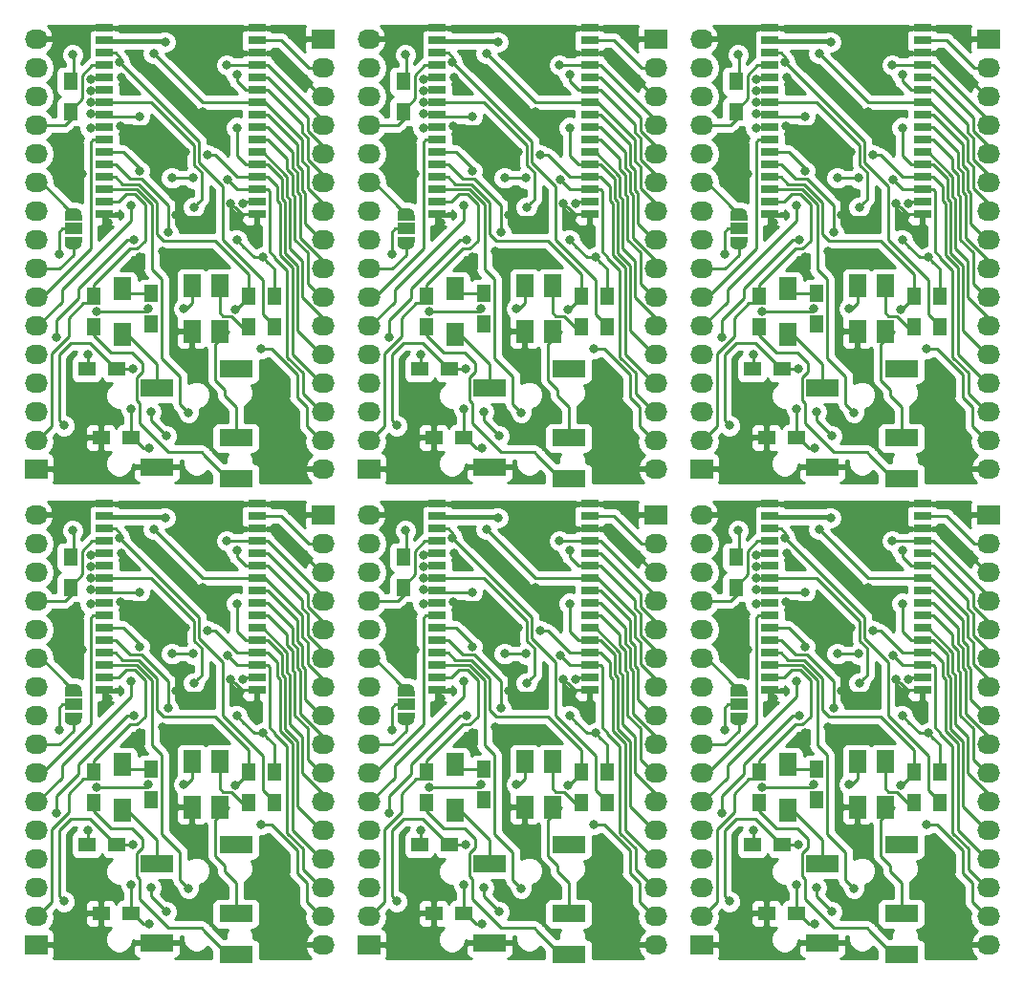
<source format=gbr>
G04 #@! TF.GenerationSoftware,KiCad,Pcbnew,5.0.0-rc2-dev-unknown-b813eac~63~ubuntu16.04.1*
G04 #@! TF.CreationDate,2018-04-08T16:52:17+02:00*
G04 #@! TF.ProjectId,f-6188multi,662D363138386D756C74692E6B696361,rev?*
G04 #@! TF.SameCoordinates,Original*
G04 #@! TF.FileFunction,Copper,L2,Bot,Signal*
G04 #@! TF.FilePolarity,Positive*
%FSLAX46Y46*%
G04 Gerber Fmt 4.6, Leading zero omitted, Abs format (unit mm)*
G04 Created by KiCad (PCBNEW 5.0.0-rc2-dev-unknown-b813eac~63~ubuntu16.04.1) date Sun Apr  8 16:52:17 2018*
%MOMM*%
%LPD*%
G01*
G04 APERTURE LIST*
%ADD10R,1.300000X1.500000*%
%ADD11R,1.600000X2.000000*%
%ADD12O,2.032000X1.727200*%
%ADD13R,2.032000X1.727200*%
%ADD14R,1.500000X0.500000*%
%ADD15C,0.050000*%
%ADD16C,1.000000*%
%ADD17R,1.500000X1.000000*%
%ADD18R,3.000000X1.500000*%
%ADD19R,1.500000X0.800000*%
%ADD20R,1.500000X1.300000*%
%ADD21C,0.800000*%
%ADD22C,0.250000*%
%ADD23C,0.254000*%
G04 APERTURE END LIST*
D10*
X193294000Y-129112000D03*
X193294000Y-126412000D03*
D11*
X182118000Y-125762000D03*
X182118000Y-129762000D03*
D10*
X195580000Y-129112000D03*
X195580000Y-126412000D03*
D12*
X199898000Y-141732000D03*
X199898000Y-139192000D03*
X199898000Y-136652000D03*
X199898000Y-134112000D03*
X199898000Y-131572000D03*
X199898000Y-129032000D03*
X199898000Y-126492000D03*
X199898000Y-123952000D03*
X199898000Y-121412000D03*
X199898000Y-118872000D03*
X199898000Y-116332000D03*
X199898000Y-113792000D03*
X199898000Y-111252000D03*
X199898000Y-108712000D03*
X199898000Y-106172000D03*
D13*
X199898000Y-103632000D03*
D14*
X177800000Y-121426000D03*
D15*
G36*
X178099009Y-121228407D02*
X178147545Y-121235606D01*
X178195142Y-121247529D01*
X178241342Y-121264059D01*
X178285698Y-121285038D01*
X178327785Y-121310264D01*
X178367197Y-121339494D01*
X178403553Y-121372446D01*
X178436505Y-121408802D01*
X178465735Y-121448214D01*
X178490961Y-121490301D01*
X178511940Y-121534657D01*
X178528470Y-121580857D01*
X178540393Y-121628454D01*
X178547592Y-121676990D01*
X178550000Y-121725999D01*
X178550000Y-121726001D01*
X178547592Y-121775010D01*
X178540393Y-121823546D01*
X178528470Y-121871143D01*
X178511940Y-121917343D01*
X178490961Y-121961699D01*
X178465735Y-122003786D01*
X178436505Y-122043198D01*
X178403553Y-122079554D01*
X178367197Y-122112506D01*
X178327785Y-122141736D01*
X178285698Y-122166962D01*
X178241342Y-122187941D01*
X178195142Y-122204471D01*
X178147545Y-122216394D01*
X178099009Y-122223593D01*
X178050000Y-122226001D01*
X177550000Y-122226001D01*
X177500991Y-122223593D01*
X177452455Y-122216394D01*
X177404858Y-122204471D01*
X177358658Y-122187941D01*
X177314302Y-122166962D01*
X177272215Y-122141736D01*
X177232803Y-122112506D01*
X177196447Y-122079554D01*
X177163495Y-122043198D01*
X177134265Y-122003786D01*
X177109039Y-121961699D01*
X177088060Y-121917343D01*
X177071530Y-121871143D01*
X177059607Y-121823546D01*
X177052408Y-121775010D01*
X177050000Y-121726001D01*
X177050000Y-121725999D01*
X177052408Y-121676990D01*
X177059607Y-121628454D01*
X177071530Y-121580857D01*
X177088060Y-121534657D01*
X177109039Y-121490301D01*
X177134265Y-121448214D01*
X177163495Y-121408802D01*
X177196447Y-121372446D01*
X177232803Y-121339494D01*
X177272215Y-121310264D01*
X177314302Y-121285038D01*
X177358658Y-121264059D01*
X177404858Y-121247529D01*
X177452455Y-121235606D01*
X177500991Y-121228407D01*
X177550000Y-121225999D01*
X178050000Y-121225999D01*
X178099009Y-121228407D01*
X178099009Y-121228407D01*
G37*
D16*
X177800000Y-121726000D03*
D17*
X177800000Y-120426000D03*
D14*
X177800000Y-119426000D03*
D15*
G36*
X178099009Y-118628407D02*
X178147545Y-118635606D01*
X178195142Y-118647529D01*
X178241342Y-118664059D01*
X178285698Y-118685038D01*
X178327785Y-118710264D01*
X178367197Y-118739494D01*
X178403553Y-118772446D01*
X178436505Y-118808802D01*
X178465735Y-118848214D01*
X178490961Y-118890301D01*
X178511940Y-118934657D01*
X178528470Y-118980857D01*
X178540393Y-119028454D01*
X178547592Y-119076990D01*
X178550000Y-119125999D01*
X178550000Y-119126001D01*
X178547592Y-119175010D01*
X178540393Y-119223546D01*
X178528470Y-119271143D01*
X178511940Y-119317343D01*
X178490961Y-119361699D01*
X178465735Y-119403786D01*
X178436505Y-119443198D01*
X178403553Y-119479554D01*
X178367197Y-119512506D01*
X178327785Y-119541736D01*
X178285698Y-119566962D01*
X178241342Y-119587941D01*
X178195142Y-119604471D01*
X178147545Y-119616394D01*
X178099009Y-119623593D01*
X178050000Y-119626001D01*
X177550000Y-119626001D01*
X177500991Y-119623593D01*
X177452455Y-119616394D01*
X177404858Y-119604471D01*
X177358658Y-119587941D01*
X177314302Y-119566962D01*
X177272215Y-119541736D01*
X177232803Y-119512506D01*
X177196447Y-119479554D01*
X177163495Y-119443198D01*
X177134265Y-119403786D01*
X177109039Y-119361699D01*
X177088060Y-119317343D01*
X177071530Y-119271143D01*
X177059607Y-119223546D01*
X177052408Y-119175010D01*
X177050000Y-119126001D01*
X177050000Y-119125999D01*
X177052408Y-119076990D01*
X177059607Y-119028454D01*
X177071530Y-118980857D01*
X177088060Y-118934657D01*
X177109039Y-118890301D01*
X177134265Y-118848214D01*
X177163495Y-118808802D01*
X177196447Y-118772446D01*
X177232803Y-118739494D01*
X177272215Y-118710264D01*
X177314302Y-118685038D01*
X177358658Y-118664059D01*
X177404858Y-118647529D01*
X177452455Y-118635606D01*
X177500991Y-118628407D01*
X177550000Y-118625999D01*
X178050000Y-118625999D01*
X178099009Y-118628407D01*
X178099009Y-118628407D01*
G37*
D16*
X177800000Y-119126000D03*
D13*
X174498000Y-141732000D03*
D12*
X174498000Y-139192000D03*
X174498000Y-136652000D03*
X174498000Y-134112000D03*
X174498000Y-131572000D03*
X174498000Y-129032000D03*
X174498000Y-126492000D03*
X174498000Y-123952000D03*
X174498000Y-121412000D03*
X174498000Y-118872000D03*
X174498000Y-116332000D03*
X174498000Y-113792000D03*
X174498000Y-111252000D03*
X174498000Y-108712000D03*
X174498000Y-106172000D03*
X174498000Y-103632000D03*
D18*
X185222000Y-141545000D03*
X185222000Y-134545000D03*
X192222000Y-132845000D03*
X192222000Y-138945000D03*
X192222000Y-142545000D03*
D19*
X194056000Y-119158000D03*
X194056000Y-118058000D03*
X194056000Y-116958000D03*
X194056000Y-115858000D03*
X194056000Y-114758000D03*
X194056000Y-113658000D03*
X194056000Y-110358000D03*
X194056000Y-112558000D03*
X194056000Y-108158000D03*
X194056000Y-111458000D03*
X194056000Y-107058000D03*
X194056000Y-109258000D03*
X194056000Y-104858000D03*
X194056000Y-103758000D03*
X194056000Y-102658000D03*
X194056000Y-105958000D03*
X180556000Y-109258000D03*
X180556000Y-102658000D03*
X180556000Y-112558000D03*
X180556000Y-119158000D03*
X180556000Y-108158000D03*
X180556000Y-116958000D03*
X180556000Y-105958000D03*
X180556000Y-118058000D03*
X180556000Y-103758000D03*
X180556000Y-114758000D03*
X180556000Y-111458000D03*
X180556000Y-107058000D03*
X180556000Y-104858000D03*
X180556000Y-113658000D03*
X180556000Y-115858000D03*
X180556000Y-110358000D03*
D20*
X182960000Y-138938000D03*
X180260000Y-138938000D03*
D11*
X188315600Y-125508000D03*
X188315600Y-129508000D03*
X190754000Y-129508000D03*
X190754000Y-125508000D03*
D20*
X181690000Y-132842000D03*
X178990000Y-132842000D03*
D10*
X179578000Y-129112000D03*
X179578000Y-126412000D03*
X177546000Y-107362000D03*
X177546000Y-110062000D03*
X184658000Y-128858000D03*
X184658000Y-126158000D03*
X163830000Y-129112000D03*
X163830000Y-126412000D03*
D11*
X152654000Y-125762000D03*
X152654000Y-129762000D03*
D10*
X166116000Y-129112000D03*
X166116000Y-126412000D03*
D12*
X170434000Y-141732000D03*
X170434000Y-139192000D03*
X170434000Y-136652000D03*
X170434000Y-134112000D03*
X170434000Y-131572000D03*
X170434000Y-129032000D03*
X170434000Y-126492000D03*
X170434000Y-123952000D03*
X170434000Y-121412000D03*
X170434000Y-118872000D03*
X170434000Y-116332000D03*
X170434000Y-113792000D03*
X170434000Y-111252000D03*
X170434000Y-108712000D03*
X170434000Y-106172000D03*
D13*
X170434000Y-103632000D03*
D14*
X148336000Y-121426000D03*
D15*
G36*
X148635009Y-121228407D02*
X148683545Y-121235606D01*
X148731142Y-121247529D01*
X148777342Y-121264059D01*
X148821698Y-121285038D01*
X148863785Y-121310264D01*
X148903197Y-121339494D01*
X148939553Y-121372446D01*
X148972505Y-121408802D01*
X149001735Y-121448214D01*
X149026961Y-121490301D01*
X149047940Y-121534657D01*
X149064470Y-121580857D01*
X149076393Y-121628454D01*
X149083592Y-121676990D01*
X149086000Y-121725999D01*
X149086000Y-121726001D01*
X149083592Y-121775010D01*
X149076393Y-121823546D01*
X149064470Y-121871143D01*
X149047940Y-121917343D01*
X149026961Y-121961699D01*
X149001735Y-122003786D01*
X148972505Y-122043198D01*
X148939553Y-122079554D01*
X148903197Y-122112506D01*
X148863785Y-122141736D01*
X148821698Y-122166962D01*
X148777342Y-122187941D01*
X148731142Y-122204471D01*
X148683545Y-122216394D01*
X148635009Y-122223593D01*
X148586000Y-122226001D01*
X148086000Y-122226001D01*
X148036991Y-122223593D01*
X147988455Y-122216394D01*
X147940858Y-122204471D01*
X147894658Y-122187941D01*
X147850302Y-122166962D01*
X147808215Y-122141736D01*
X147768803Y-122112506D01*
X147732447Y-122079554D01*
X147699495Y-122043198D01*
X147670265Y-122003786D01*
X147645039Y-121961699D01*
X147624060Y-121917343D01*
X147607530Y-121871143D01*
X147595607Y-121823546D01*
X147588408Y-121775010D01*
X147586000Y-121726001D01*
X147586000Y-121725999D01*
X147588408Y-121676990D01*
X147595607Y-121628454D01*
X147607530Y-121580857D01*
X147624060Y-121534657D01*
X147645039Y-121490301D01*
X147670265Y-121448214D01*
X147699495Y-121408802D01*
X147732447Y-121372446D01*
X147768803Y-121339494D01*
X147808215Y-121310264D01*
X147850302Y-121285038D01*
X147894658Y-121264059D01*
X147940858Y-121247529D01*
X147988455Y-121235606D01*
X148036991Y-121228407D01*
X148086000Y-121225999D01*
X148586000Y-121225999D01*
X148635009Y-121228407D01*
X148635009Y-121228407D01*
G37*
D16*
X148336000Y-121726000D03*
D17*
X148336000Y-120426000D03*
D14*
X148336000Y-119426000D03*
D15*
G36*
X148635009Y-118628407D02*
X148683545Y-118635606D01*
X148731142Y-118647529D01*
X148777342Y-118664059D01*
X148821698Y-118685038D01*
X148863785Y-118710264D01*
X148903197Y-118739494D01*
X148939553Y-118772446D01*
X148972505Y-118808802D01*
X149001735Y-118848214D01*
X149026961Y-118890301D01*
X149047940Y-118934657D01*
X149064470Y-118980857D01*
X149076393Y-119028454D01*
X149083592Y-119076990D01*
X149086000Y-119125999D01*
X149086000Y-119126001D01*
X149083592Y-119175010D01*
X149076393Y-119223546D01*
X149064470Y-119271143D01*
X149047940Y-119317343D01*
X149026961Y-119361699D01*
X149001735Y-119403786D01*
X148972505Y-119443198D01*
X148939553Y-119479554D01*
X148903197Y-119512506D01*
X148863785Y-119541736D01*
X148821698Y-119566962D01*
X148777342Y-119587941D01*
X148731142Y-119604471D01*
X148683545Y-119616394D01*
X148635009Y-119623593D01*
X148586000Y-119626001D01*
X148086000Y-119626001D01*
X148036991Y-119623593D01*
X147988455Y-119616394D01*
X147940858Y-119604471D01*
X147894658Y-119587941D01*
X147850302Y-119566962D01*
X147808215Y-119541736D01*
X147768803Y-119512506D01*
X147732447Y-119479554D01*
X147699495Y-119443198D01*
X147670265Y-119403786D01*
X147645039Y-119361699D01*
X147624060Y-119317343D01*
X147607530Y-119271143D01*
X147595607Y-119223546D01*
X147588408Y-119175010D01*
X147586000Y-119126001D01*
X147586000Y-119125999D01*
X147588408Y-119076990D01*
X147595607Y-119028454D01*
X147607530Y-118980857D01*
X147624060Y-118934657D01*
X147645039Y-118890301D01*
X147670265Y-118848214D01*
X147699495Y-118808802D01*
X147732447Y-118772446D01*
X147768803Y-118739494D01*
X147808215Y-118710264D01*
X147850302Y-118685038D01*
X147894658Y-118664059D01*
X147940858Y-118647529D01*
X147988455Y-118635606D01*
X148036991Y-118628407D01*
X148086000Y-118625999D01*
X148586000Y-118625999D01*
X148635009Y-118628407D01*
X148635009Y-118628407D01*
G37*
D16*
X148336000Y-119126000D03*
D13*
X145034000Y-141732000D03*
D12*
X145034000Y-139192000D03*
X145034000Y-136652000D03*
X145034000Y-134112000D03*
X145034000Y-131572000D03*
X145034000Y-129032000D03*
X145034000Y-126492000D03*
X145034000Y-123952000D03*
X145034000Y-121412000D03*
X145034000Y-118872000D03*
X145034000Y-116332000D03*
X145034000Y-113792000D03*
X145034000Y-111252000D03*
X145034000Y-108712000D03*
X145034000Y-106172000D03*
X145034000Y-103632000D03*
D18*
X155758000Y-141545000D03*
X155758000Y-134545000D03*
X162758000Y-132845000D03*
X162758000Y-138945000D03*
X162758000Y-142545000D03*
D19*
X164592000Y-119158000D03*
X164592000Y-118058000D03*
X164592000Y-116958000D03*
X164592000Y-115858000D03*
X164592000Y-114758000D03*
X164592000Y-113658000D03*
X164592000Y-110358000D03*
X164592000Y-112558000D03*
X164592000Y-108158000D03*
X164592000Y-111458000D03*
X164592000Y-107058000D03*
X164592000Y-109258000D03*
X164592000Y-104858000D03*
X164592000Y-103758000D03*
X164592000Y-102658000D03*
X164592000Y-105958000D03*
X151092000Y-109258000D03*
X151092000Y-102658000D03*
X151092000Y-112558000D03*
X151092000Y-119158000D03*
X151092000Y-108158000D03*
X151092000Y-116958000D03*
X151092000Y-105958000D03*
X151092000Y-118058000D03*
X151092000Y-103758000D03*
X151092000Y-114758000D03*
X151092000Y-111458000D03*
X151092000Y-107058000D03*
X151092000Y-104858000D03*
X151092000Y-113658000D03*
X151092000Y-115858000D03*
X151092000Y-110358000D03*
D20*
X153496000Y-138938000D03*
X150796000Y-138938000D03*
D11*
X158851600Y-125508000D03*
X158851600Y-129508000D03*
X161290000Y-129508000D03*
X161290000Y-125508000D03*
D20*
X152226000Y-132842000D03*
X149526000Y-132842000D03*
D10*
X150114000Y-129112000D03*
X150114000Y-126412000D03*
X148082000Y-107362000D03*
X148082000Y-110062000D03*
X155194000Y-128858000D03*
X155194000Y-126158000D03*
X134366000Y-129112000D03*
X134366000Y-126412000D03*
D11*
X123190000Y-125762000D03*
X123190000Y-129762000D03*
D10*
X136652000Y-129112000D03*
X136652000Y-126412000D03*
D12*
X140970000Y-141732000D03*
X140970000Y-139192000D03*
X140970000Y-136652000D03*
X140970000Y-134112000D03*
X140970000Y-131572000D03*
X140970000Y-129032000D03*
X140970000Y-126492000D03*
X140970000Y-123952000D03*
X140970000Y-121412000D03*
X140970000Y-118872000D03*
X140970000Y-116332000D03*
X140970000Y-113792000D03*
X140970000Y-111252000D03*
X140970000Y-108712000D03*
X140970000Y-106172000D03*
D13*
X140970000Y-103632000D03*
D14*
X118872000Y-121426000D03*
D15*
G36*
X119171009Y-121228407D02*
X119219545Y-121235606D01*
X119267142Y-121247529D01*
X119313342Y-121264059D01*
X119357698Y-121285038D01*
X119399785Y-121310264D01*
X119439197Y-121339494D01*
X119475553Y-121372446D01*
X119508505Y-121408802D01*
X119537735Y-121448214D01*
X119562961Y-121490301D01*
X119583940Y-121534657D01*
X119600470Y-121580857D01*
X119612393Y-121628454D01*
X119619592Y-121676990D01*
X119622000Y-121725999D01*
X119622000Y-121726001D01*
X119619592Y-121775010D01*
X119612393Y-121823546D01*
X119600470Y-121871143D01*
X119583940Y-121917343D01*
X119562961Y-121961699D01*
X119537735Y-122003786D01*
X119508505Y-122043198D01*
X119475553Y-122079554D01*
X119439197Y-122112506D01*
X119399785Y-122141736D01*
X119357698Y-122166962D01*
X119313342Y-122187941D01*
X119267142Y-122204471D01*
X119219545Y-122216394D01*
X119171009Y-122223593D01*
X119122000Y-122226001D01*
X118622000Y-122226001D01*
X118572991Y-122223593D01*
X118524455Y-122216394D01*
X118476858Y-122204471D01*
X118430658Y-122187941D01*
X118386302Y-122166962D01*
X118344215Y-122141736D01*
X118304803Y-122112506D01*
X118268447Y-122079554D01*
X118235495Y-122043198D01*
X118206265Y-122003786D01*
X118181039Y-121961699D01*
X118160060Y-121917343D01*
X118143530Y-121871143D01*
X118131607Y-121823546D01*
X118124408Y-121775010D01*
X118122000Y-121726001D01*
X118122000Y-121725999D01*
X118124408Y-121676990D01*
X118131607Y-121628454D01*
X118143530Y-121580857D01*
X118160060Y-121534657D01*
X118181039Y-121490301D01*
X118206265Y-121448214D01*
X118235495Y-121408802D01*
X118268447Y-121372446D01*
X118304803Y-121339494D01*
X118344215Y-121310264D01*
X118386302Y-121285038D01*
X118430658Y-121264059D01*
X118476858Y-121247529D01*
X118524455Y-121235606D01*
X118572991Y-121228407D01*
X118622000Y-121225999D01*
X119122000Y-121225999D01*
X119171009Y-121228407D01*
X119171009Y-121228407D01*
G37*
D16*
X118872000Y-121726000D03*
D17*
X118872000Y-120426000D03*
D14*
X118872000Y-119426000D03*
D15*
G36*
X119171009Y-118628407D02*
X119219545Y-118635606D01*
X119267142Y-118647529D01*
X119313342Y-118664059D01*
X119357698Y-118685038D01*
X119399785Y-118710264D01*
X119439197Y-118739494D01*
X119475553Y-118772446D01*
X119508505Y-118808802D01*
X119537735Y-118848214D01*
X119562961Y-118890301D01*
X119583940Y-118934657D01*
X119600470Y-118980857D01*
X119612393Y-119028454D01*
X119619592Y-119076990D01*
X119622000Y-119125999D01*
X119622000Y-119126001D01*
X119619592Y-119175010D01*
X119612393Y-119223546D01*
X119600470Y-119271143D01*
X119583940Y-119317343D01*
X119562961Y-119361699D01*
X119537735Y-119403786D01*
X119508505Y-119443198D01*
X119475553Y-119479554D01*
X119439197Y-119512506D01*
X119399785Y-119541736D01*
X119357698Y-119566962D01*
X119313342Y-119587941D01*
X119267142Y-119604471D01*
X119219545Y-119616394D01*
X119171009Y-119623593D01*
X119122000Y-119626001D01*
X118622000Y-119626001D01*
X118572991Y-119623593D01*
X118524455Y-119616394D01*
X118476858Y-119604471D01*
X118430658Y-119587941D01*
X118386302Y-119566962D01*
X118344215Y-119541736D01*
X118304803Y-119512506D01*
X118268447Y-119479554D01*
X118235495Y-119443198D01*
X118206265Y-119403786D01*
X118181039Y-119361699D01*
X118160060Y-119317343D01*
X118143530Y-119271143D01*
X118131607Y-119223546D01*
X118124408Y-119175010D01*
X118122000Y-119126001D01*
X118122000Y-119125999D01*
X118124408Y-119076990D01*
X118131607Y-119028454D01*
X118143530Y-118980857D01*
X118160060Y-118934657D01*
X118181039Y-118890301D01*
X118206265Y-118848214D01*
X118235495Y-118808802D01*
X118268447Y-118772446D01*
X118304803Y-118739494D01*
X118344215Y-118710264D01*
X118386302Y-118685038D01*
X118430658Y-118664059D01*
X118476858Y-118647529D01*
X118524455Y-118635606D01*
X118572991Y-118628407D01*
X118622000Y-118625999D01*
X119122000Y-118625999D01*
X119171009Y-118628407D01*
X119171009Y-118628407D01*
G37*
D16*
X118872000Y-119126000D03*
D13*
X115570000Y-141732000D03*
D12*
X115570000Y-139192000D03*
X115570000Y-136652000D03*
X115570000Y-134112000D03*
X115570000Y-131572000D03*
X115570000Y-129032000D03*
X115570000Y-126492000D03*
X115570000Y-123952000D03*
X115570000Y-121412000D03*
X115570000Y-118872000D03*
X115570000Y-116332000D03*
X115570000Y-113792000D03*
X115570000Y-111252000D03*
X115570000Y-108712000D03*
X115570000Y-106172000D03*
X115570000Y-103632000D03*
D18*
X126294000Y-141545000D03*
X126294000Y-134545000D03*
X133294000Y-132845000D03*
X133294000Y-138945000D03*
X133294000Y-142545000D03*
D19*
X135128000Y-119158000D03*
X135128000Y-118058000D03*
X135128000Y-116958000D03*
X135128000Y-115858000D03*
X135128000Y-114758000D03*
X135128000Y-113658000D03*
X135128000Y-110358000D03*
X135128000Y-112558000D03*
X135128000Y-108158000D03*
X135128000Y-111458000D03*
X135128000Y-107058000D03*
X135128000Y-109258000D03*
X135128000Y-104858000D03*
X135128000Y-103758000D03*
X135128000Y-102658000D03*
X135128000Y-105958000D03*
X121628000Y-109258000D03*
X121628000Y-102658000D03*
X121628000Y-112558000D03*
X121628000Y-119158000D03*
X121628000Y-108158000D03*
X121628000Y-116958000D03*
X121628000Y-105958000D03*
X121628000Y-118058000D03*
X121628000Y-103758000D03*
X121628000Y-114758000D03*
X121628000Y-111458000D03*
X121628000Y-107058000D03*
X121628000Y-104858000D03*
X121628000Y-113658000D03*
X121628000Y-115858000D03*
X121628000Y-110358000D03*
D20*
X124032000Y-138938000D03*
X121332000Y-138938000D03*
D11*
X129387600Y-125508000D03*
X129387600Y-129508000D03*
X131826000Y-129508000D03*
X131826000Y-125508000D03*
D20*
X122762000Y-132842000D03*
X120062000Y-132842000D03*
D10*
X120650000Y-129112000D03*
X120650000Y-126412000D03*
X118618000Y-107362000D03*
X118618000Y-110062000D03*
X125730000Y-128858000D03*
X125730000Y-126158000D03*
X193294000Y-86948000D03*
X193294000Y-84248000D03*
D11*
X182118000Y-83598000D03*
X182118000Y-87598000D03*
D10*
X195580000Y-86948000D03*
X195580000Y-84248000D03*
D12*
X199898000Y-99568000D03*
X199898000Y-97028000D03*
X199898000Y-94488000D03*
X199898000Y-91948000D03*
X199898000Y-89408000D03*
X199898000Y-86868000D03*
X199898000Y-84328000D03*
X199898000Y-81788000D03*
X199898000Y-79248000D03*
X199898000Y-76708000D03*
X199898000Y-74168000D03*
X199898000Y-71628000D03*
X199898000Y-69088000D03*
X199898000Y-66548000D03*
X199898000Y-64008000D03*
D13*
X199898000Y-61468000D03*
D14*
X177800000Y-79262000D03*
D15*
G36*
X178099009Y-79064407D02*
X178147545Y-79071606D01*
X178195142Y-79083529D01*
X178241342Y-79100059D01*
X178285698Y-79121038D01*
X178327785Y-79146264D01*
X178367197Y-79175494D01*
X178403553Y-79208446D01*
X178436505Y-79244802D01*
X178465735Y-79284214D01*
X178490961Y-79326301D01*
X178511940Y-79370657D01*
X178528470Y-79416857D01*
X178540393Y-79464454D01*
X178547592Y-79512990D01*
X178550000Y-79561999D01*
X178550000Y-79562001D01*
X178547592Y-79611010D01*
X178540393Y-79659546D01*
X178528470Y-79707143D01*
X178511940Y-79753343D01*
X178490961Y-79797699D01*
X178465735Y-79839786D01*
X178436505Y-79879198D01*
X178403553Y-79915554D01*
X178367197Y-79948506D01*
X178327785Y-79977736D01*
X178285698Y-80002962D01*
X178241342Y-80023941D01*
X178195142Y-80040471D01*
X178147545Y-80052394D01*
X178099009Y-80059593D01*
X178050000Y-80062001D01*
X177550000Y-80062001D01*
X177500991Y-80059593D01*
X177452455Y-80052394D01*
X177404858Y-80040471D01*
X177358658Y-80023941D01*
X177314302Y-80002962D01*
X177272215Y-79977736D01*
X177232803Y-79948506D01*
X177196447Y-79915554D01*
X177163495Y-79879198D01*
X177134265Y-79839786D01*
X177109039Y-79797699D01*
X177088060Y-79753343D01*
X177071530Y-79707143D01*
X177059607Y-79659546D01*
X177052408Y-79611010D01*
X177050000Y-79562001D01*
X177050000Y-79561999D01*
X177052408Y-79512990D01*
X177059607Y-79464454D01*
X177071530Y-79416857D01*
X177088060Y-79370657D01*
X177109039Y-79326301D01*
X177134265Y-79284214D01*
X177163495Y-79244802D01*
X177196447Y-79208446D01*
X177232803Y-79175494D01*
X177272215Y-79146264D01*
X177314302Y-79121038D01*
X177358658Y-79100059D01*
X177404858Y-79083529D01*
X177452455Y-79071606D01*
X177500991Y-79064407D01*
X177550000Y-79061999D01*
X178050000Y-79061999D01*
X178099009Y-79064407D01*
X178099009Y-79064407D01*
G37*
D16*
X177800000Y-79562000D03*
D17*
X177800000Y-78262000D03*
D14*
X177800000Y-77262000D03*
D15*
G36*
X178099009Y-76464407D02*
X178147545Y-76471606D01*
X178195142Y-76483529D01*
X178241342Y-76500059D01*
X178285698Y-76521038D01*
X178327785Y-76546264D01*
X178367197Y-76575494D01*
X178403553Y-76608446D01*
X178436505Y-76644802D01*
X178465735Y-76684214D01*
X178490961Y-76726301D01*
X178511940Y-76770657D01*
X178528470Y-76816857D01*
X178540393Y-76864454D01*
X178547592Y-76912990D01*
X178550000Y-76961999D01*
X178550000Y-76962001D01*
X178547592Y-77011010D01*
X178540393Y-77059546D01*
X178528470Y-77107143D01*
X178511940Y-77153343D01*
X178490961Y-77197699D01*
X178465735Y-77239786D01*
X178436505Y-77279198D01*
X178403553Y-77315554D01*
X178367197Y-77348506D01*
X178327785Y-77377736D01*
X178285698Y-77402962D01*
X178241342Y-77423941D01*
X178195142Y-77440471D01*
X178147545Y-77452394D01*
X178099009Y-77459593D01*
X178050000Y-77462001D01*
X177550000Y-77462001D01*
X177500991Y-77459593D01*
X177452455Y-77452394D01*
X177404858Y-77440471D01*
X177358658Y-77423941D01*
X177314302Y-77402962D01*
X177272215Y-77377736D01*
X177232803Y-77348506D01*
X177196447Y-77315554D01*
X177163495Y-77279198D01*
X177134265Y-77239786D01*
X177109039Y-77197699D01*
X177088060Y-77153343D01*
X177071530Y-77107143D01*
X177059607Y-77059546D01*
X177052408Y-77011010D01*
X177050000Y-76962001D01*
X177050000Y-76961999D01*
X177052408Y-76912990D01*
X177059607Y-76864454D01*
X177071530Y-76816857D01*
X177088060Y-76770657D01*
X177109039Y-76726301D01*
X177134265Y-76684214D01*
X177163495Y-76644802D01*
X177196447Y-76608446D01*
X177232803Y-76575494D01*
X177272215Y-76546264D01*
X177314302Y-76521038D01*
X177358658Y-76500059D01*
X177404858Y-76483529D01*
X177452455Y-76471606D01*
X177500991Y-76464407D01*
X177550000Y-76461999D01*
X178050000Y-76461999D01*
X178099009Y-76464407D01*
X178099009Y-76464407D01*
G37*
D16*
X177800000Y-76962000D03*
D13*
X174498000Y-99568000D03*
D12*
X174498000Y-97028000D03*
X174498000Y-94488000D03*
X174498000Y-91948000D03*
X174498000Y-89408000D03*
X174498000Y-86868000D03*
X174498000Y-84328000D03*
X174498000Y-81788000D03*
X174498000Y-79248000D03*
X174498000Y-76708000D03*
X174498000Y-74168000D03*
X174498000Y-71628000D03*
X174498000Y-69088000D03*
X174498000Y-66548000D03*
X174498000Y-64008000D03*
X174498000Y-61468000D03*
D18*
X185222000Y-99381000D03*
X185222000Y-92381000D03*
X192222000Y-90681000D03*
X192222000Y-96781000D03*
X192222000Y-100381000D03*
D19*
X194056000Y-76994000D03*
X194056000Y-75894000D03*
X194056000Y-74794000D03*
X194056000Y-73694000D03*
X194056000Y-72594000D03*
X194056000Y-71494000D03*
X194056000Y-68194000D03*
X194056000Y-70394000D03*
X194056000Y-65994000D03*
X194056000Y-69294000D03*
X194056000Y-64894000D03*
X194056000Y-67094000D03*
X194056000Y-62694000D03*
X194056000Y-61594000D03*
X194056000Y-60494000D03*
X194056000Y-63794000D03*
X180556000Y-67094000D03*
X180556000Y-60494000D03*
X180556000Y-70394000D03*
X180556000Y-76994000D03*
X180556000Y-65994000D03*
X180556000Y-74794000D03*
X180556000Y-63794000D03*
X180556000Y-75894000D03*
X180556000Y-61594000D03*
X180556000Y-72594000D03*
X180556000Y-69294000D03*
X180556000Y-64894000D03*
X180556000Y-62694000D03*
X180556000Y-71494000D03*
X180556000Y-73694000D03*
X180556000Y-68194000D03*
D20*
X182960000Y-96774000D03*
X180260000Y-96774000D03*
D11*
X188315600Y-83344000D03*
X188315600Y-87344000D03*
X190754000Y-87344000D03*
X190754000Y-83344000D03*
D20*
X181690000Y-90678000D03*
X178990000Y-90678000D03*
D10*
X179578000Y-86948000D03*
X179578000Y-84248000D03*
X177546000Y-65198000D03*
X177546000Y-67898000D03*
X184658000Y-86694000D03*
X184658000Y-83994000D03*
X163830000Y-86948000D03*
X163830000Y-84248000D03*
D11*
X152654000Y-83598000D03*
X152654000Y-87598000D03*
D10*
X166116000Y-86948000D03*
X166116000Y-84248000D03*
D12*
X170434000Y-99568000D03*
X170434000Y-97028000D03*
X170434000Y-94488000D03*
X170434000Y-91948000D03*
X170434000Y-89408000D03*
X170434000Y-86868000D03*
X170434000Y-84328000D03*
X170434000Y-81788000D03*
X170434000Y-79248000D03*
X170434000Y-76708000D03*
X170434000Y-74168000D03*
X170434000Y-71628000D03*
X170434000Y-69088000D03*
X170434000Y-66548000D03*
X170434000Y-64008000D03*
D13*
X170434000Y-61468000D03*
D14*
X148336000Y-79262000D03*
D15*
G36*
X148635009Y-79064407D02*
X148683545Y-79071606D01*
X148731142Y-79083529D01*
X148777342Y-79100059D01*
X148821698Y-79121038D01*
X148863785Y-79146264D01*
X148903197Y-79175494D01*
X148939553Y-79208446D01*
X148972505Y-79244802D01*
X149001735Y-79284214D01*
X149026961Y-79326301D01*
X149047940Y-79370657D01*
X149064470Y-79416857D01*
X149076393Y-79464454D01*
X149083592Y-79512990D01*
X149086000Y-79561999D01*
X149086000Y-79562001D01*
X149083592Y-79611010D01*
X149076393Y-79659546D01*
X149064470Y-79707143D01*
X149047940Y-79753343D01*
X149026961Y-79797699D01*
X149001735Y-79839786D01*
X148972505Y-79879198D01*
X148939553Y-79915554D01*
X148903197Y-79948506D01*
X148863785Y-79977736D01*
X148821698Y-80002962D01*
X148777342Y-80023941D01*
X148731142Y-80040471D01*
X148683545Y-80052394D01*
X148635009Y-80059593D01*
X148586000Y-80062001D01*
X148086000Y-80062001D01*
X148036991Y-80059593D01*
X147988455Y-80052394D01*
X147940858Y-80040471D01*
X147894658Y-80023941D01*
X147850302Y-80002962D01*
X147808215Y-79977736D01*
X147768803Y-79948506D01*
X147732447Y-79915554D01*
X147699495Y-79879198D01*
X147670265Y-79839786D01*
X147645039Y-79797699D01*
X147624060Y-79753343D01*
X147607530Y-79707143D01*
X147595607Y-79659546D01*
X147588408Y-79611010D01*
X147586000Y-79562001D01*
X147586000Y-79561999D01*
X147588408Y-79512990D01*
X147595607Y-79464454D01*
X147607530Y-79416857D01*
X147624060Y-79370657D01*
X147645039Y-79326301D01*
X147670265Y-79284214D01*
X147699495Y-79244802D01*
X147732447Y-79208446D01*
X147768803Y-79175494D01*
X147808215Y-79146264D01*
X147850302Y-79121038D01*
X147894658Y-79100059D01*
X147940858Y-79083529D01*
X147988455Y-79071606D01*
X148036991Y-79064407D01*
X148086000Y-79061999D01*
X148586000Y-79061999D01*
X148635009Y-79064407D01*
X148635009Y-79064407D01*
G37*
D16*
X148336000Y-79562000D03*
D17*
X148336000Y-78262000D03*
D14*
X148336000Y-77262000D03*
D15*
G36*
X148635009Y-76464407D02*
X148683545Y-76471606D01*
X148731142Y-76483529D01*
X148777342Y-76500059D01*
X148821698Y-76521038D01*
X148863785Y-76546264D01*
X148903197Y-76575494D01*
X148939553Y-76608446D01*
X148972505Y-76644802D01*
X149001735Y-76684214D01*
X149026961Y-76726301D01*
X149047940Y-76770657D01*
X149064470Y-76816857D01*
X149076393Y-76864454D01*
X149083592Y-76912990D01*
X149086000Y-76961999D01*
X149086000Y-76962001D01*
X149083592Y-77011010D01*
X149076393Y-77059546D01*
X149064470Y-77107143D01*
X149047940Y-77153343D01*
X149026961Y-77197699D01*
X149001735Y-77239786D01*
X148972505Y-77279198D01*
X148939553Y-77315554D01*
X148903197Y-77348506D01*
X148863785Y-77377736D01*
X148821698Y-77402962D01*
X148777342Y-77423941D01*
X148731142Y-77440471D01*
X148683545Y-77452394D01*
X148635009Y-77459593D01*
X148586000Y-77462001D01*
X148086000Y-77462001D01*
X148036991Y-77459593D01*
X147988455Y-77452394D01*
X147940858Y-77440471D01*
X147894658Y-77423941D01*
X147850302Y-77402962D01*
X147808215Y-77377736D01*
X147768803Y-77348506D01*
X147732447Y-77315554D01*
X147699495Y-77279198D01*
X147670265Y-77239786D01*
X147645039Y-77197699D01*
X147624060Y-77153343D01*
X147607530Y-77107143D01*
X147595607Y-77059546D01*
X147588408Y-77011010D01*
X147586000Y-76962001D01*
X147586000Y-76961999D01*
X147588408Y-76912990D01*
X147595607Y-76864454D01*
X147607530Y-76816857D01*
X147624060Y-76770657D01*
X147645039Y-76726301D01*
X147670265Y-76684214D01*
X147699495Y-76644802D01*
X147732447Y-76608446D01*
X147768803Y-76575494D01*
X147808215Y-76546264D01*
X147850302Y-76521038D01*
X147894658Y-76500059D01*
X147940858Y-76483529D01*
X147988455Y-76471606D01*
X148036991Y-76464407D01*
X148086000Y-76461999D01*
X148586000Y-76461999D01*
X148635009Y-76464407D01*
X148635009Y-76464407D01*
G37*
D16*
X148336000Y-76962000D03*
D13*
X145034000Y-99568000D03*
D12*
X145034000Y-97028000D03*
X145034000Y-94488000D03*
X145034000Y-91948000D03*
X145034000Y-89408000D03*
X145034000Y-86868000D03*
X145034000Y-84328000D03*
X145034000Y-81788000D03*
X145034000Y-79248000D03*
X145034000Y-76708000D03*
X145034000Y-74168000D03*
X145034000Y-71628000D03*
X145034000Y-69088000D03*
X145034000Y-66548000D03*
X145034000Y-64008000D03*
X145034000Y-61468000D03*
D18*
X155758000Y-99381000D03*
X155758000Y-92381000D03*
X162758000Y-90681000D03*
X162758000Y-96781000D03*
X162758000Y-100381000D03*
D19*
X164592000Y-76994000D03*
X164592000Y-75894000D03*
X164592000Y-74794000D03*
X164592000Y-73694000D03*
X164592000Y-72594000D03*
X164592000Y-71494000D03*
X164592000Y-68194000D03*
X164592000Y-70394000D03*
X164592000Y-65994000D03*
X164592000Y-69294000D03*
X164592000Y-64894000D03*
X164592000Y-67094000D03*
X164592000Y-62694000D03*
X164592000Y-61594000D03*
X164592000Y-60494000D03*
X164592000Y-63794000D03*
X151092000Y-67094000D03*
X151092000Y-60494000D03*
X151092000Y-70394000D03*
X151092000Y-76994000D03*
X151092000Y-65994000D03*
X151092000Y-74794000D03*
X151092000Y-63794000D03*
X151092000Y-75894000D03*
X151092000Y-61594000D03*
X151092000Y-72594000D03*
X151092000Y-69294000D03*
X151092000Y-64894000D03*
X151092000Y-62694000D03*
X151092000Y-71494000D03*
X151092000Y-73694000D03*
X151092000Y-68194000D03*
D20*
X153496000Y-96774000D03*
X150796000Y-96774000D03*
D11*
X158851600Y-83344000D03*
X158851600Y-87344000D03*
X161290000Y-87344000D03*
X161290000Y-83344000D03*
D20*
X152226000Y-90678000D03*
X149526000Y-90678000D03*
D10*
X150114000Y-86948000D03*
X150114000Y-84248000D03*
X148082000Y-65198000D03*
X148082000Y-67898000D03*
X155194000Y-86694000D03*
X155194000Y-83994000D03*
D12*
X115570000Y-61468000D03*
X115570000Y-64008000D03*
X115570000Y-66548000D03*
X115570000Y-69088000D03*
X115570000Y-71628000D03*
X115570000Y-74168000D03*
X115570000Y-76708000D03*
X115570000Y-79248000D03*
X115570000Y-81788000D03*
X115570000Y-84328000D03*
X115570000Y-86868000D03*
X115570000Y-89408000D03*
X115570000Y-91948000D03*
X115570000Y-94488000D03*
X115570000Y-97028000D03*
D13*
X115570000Y-99568000D03*
X140970000Y-61468000D03*
D12*
X140970000Y-64008000D03*
X140970000Y-66548000D03*
X140970000Y-69088000D03*
X140970000Y-71628000D03*
X140970000Y-74168000D03*
X140970000Y-76708000D03*
X140970000Y-79248000D03*
X140970000Y-81788000D03*
X140970000Y-84328000D03*
X140970000Y-86868000D03*
X140970000Y-89408000D03*
X140970000Y-91948000D03*
X140970000Y-94488000D03*
X140970000Y-97028000D03*
X140970000Y-99568000D03*
D10*
X118618000Y-67898000D03*
X118618000Y-65198000D03*
D20*
X120062000Y-90678000D03*
X122762000Y-90678000D03*
X121332000Y-96774000D03*
X124032000Y-96774000D03*
D10*
X136652000Y-84248000D03*
X136652000Y-86948000D03*
X120650000Y-84248000D03*
X120650000Y-86948000D03*
X134366000Y-84248000D03*
X134366000Y-86948000D03*
X125730000Y-83994000D03*
X125730000Y-86694000D03*
D19*
X121628000Y-68194000D03*
X121628000Y-73694000D03*
X121628000Y-71494000D03*
X121628000Y-62694000D03*
X121628000Y-64894000D03*
X121628000Y-69294000D03*
X121628000Y-72594000D03*
X121628000Y-61594000D03*
X121628000Y-75894000D03*
X121628000Y-63794000D03*
X121628000Y-74794000D03*
X121628000Y-65994000D03*
X121628000Y-76994000D03*
X121628000Y-70394000D03*
X121628000Y-60494000D03*
X121628000Y-67094000D03*
X135128000Y-63794000D03*
X135128000Y-60494000D03*
X135128000Y-61594000D03*
X135128000Y-62694000D03*
X135128000Y-67094000D03*
X135128000Y-64894000D03*
X135128000Y-69294000D03*
X135128000Y-65994000D03*
X135128000Y-70394000D03*
X135128000Y-68194000D03*
X135128000Y-71494000D03*
X135128000Y-72594000D03*
X135128000Y-73694000D03*
X135128000Y-74794000D03*
X135128000Y-75894000D03*
X135128000Y-76994000D03*
D18*
X133294000Y-100381000D03*
X133294000Y-96781000D03*
X133294000Y-90681000D03*
X126294000Y-92381000D03*
X126294000Y-99381000D03*
D11*
X129387600Y-87344000D03*
X129387600Y-83344000D03*
X131826000Y-83344000D03*
X131826000Y-87344000D03*
X123190000Y-87598000D03*
X123190000Y-83598000D03*
D15*
G36*
X119171009Y-76464407D02*
X119219545Y-76471606D01*
X119267142Y-76483529D01*
X119313342Y-76500059D01*
X119357698Y-76521038D01*
X119399785Y-76546264D01*
X119439197Y-76575494D01*
X119475553Y-76608446D01*
X119508505Y-76644802D01*
X119537735Y-76684214D01*
X119562961Y-76726301D01*
X119583940Y-76770657D01*
X119600470Y-76816857D01*
X119612393Y-76864454D01*
X119619592Y-76912990D01*
X119622000Y-76961999D01*
X119622000Y-76962001D01*
X119619592Y-77011010D01*
X119612393Y-77059546D01*
X119600470Y-77107143D01*
X119583940Y-77153343D01*
X119562961Y-77197699D01*
X119537735Y-77239786D01*
X119508505Y-77279198D01*
X119475553Y-77315554D01*
X119439197Y-77348506D01*
X119399785Y-77377736D01*
X119357698Y-77402962D01*
X119313342Y-77423941D01*
X119267142Y-77440471D01*
X119219545Y-77452394D01*
X119171009Y-77459593D01*
X119122000Y-77462001D01*
X118622000Y-77462001D01*
X118572991Y-77459593D01*
X118524455Y-77452394D01*
X118476858Y-77440471D01*
X118430658Y-77423941D01*
X118386302Y-77402962D01*
X118344215Y-77377736D01*
X118304803Y-77348506D01*
X118268447Y-77315554D01*
X118235495Y-77279198D01*
X118206265Y-77239786D01*
X118181039Y-77197699D01*
X118160060Y-77153343D01*
X118143530Y-77107143D01*
X118131607Y-77059546D01*
X118124408Y-77011010D01*
X118122000Y-76962001D01*
X118122000Y-76961999D01*
X118124408Y-76912990D01*
X118131607Y-76864454D01*
X118143530Y-76816857D01*
X118160060Y-76770657D01*
X118181039Y-76726301D01*
X118206265Y-76684214D01*
X118235495Y-76644802D01*
X118268447Y-76608446D01*
X118304803Y-76575494D01*
X118344215Y-76546264D01*
X118386302Y-76521038D01*
X118430658Y-76500059D01*
X118476858Y-76483529D01*
X118524455Y-76471606D01*
X118572991Y-76464407D01*
X118622000Y-76461999D01*
X119122000Y-76461999D01*
X119171009Y-76464407D01*
X119171009Y-76464407D01*
G37*
D16*
X118872000Y-76962000D03*
D14*
X118872000Y-77262000D03*
D17*
X118872000Y-78262000D03*
D15*
G36*
X119171009Y-79064407D02*
X119219545Y-79071606D01*
X119267142Y-79083529D01*
X119313342Y-79100059D01*
X119357698Y-79121038D01*
X119399785Y-79146264D01*
X119439197Y-79175494D01*
X119475553Y-79208446D01*
X119508505Y-79244802D01*
X119537735Y-79284214D01*
X119562961Y-79326301D01*
X119583940Y-79370657D01*
X119600470Y-79416857D01*
X119612393Y-79464454D01*
X119619592Y-79512990D01*
X119622000Y-79561999D01*
X119622000Y-79562001D01*
X119619592Y-79611010D01*
X119612393Y-79659546D01*
X119600470Y-79707143D01*
X119583940Y-79753343D01*
X119562961Y-79797699D01*
X119537735Y-79839786D01*
X119508505Y-79879198D01*
X119475553Y-79915554D01*
X119439197Y-79948506D01*
X119399785Y-79977736D01*
X119357698Y-80002962D01*
X119313342Y-80023941D01*
X119267142Y-80040471D01*
X119219545Y-80052394D01*
X119171009Y-80059593D01*
X119122000Y-80062001D01*
X118622000Y-80062001D01*
X118572991Y-80059593D01*
X118524455Y-80052394D01*
X118476858Y-80040471D01*
X118430658Y-80023941D01*
X118386302Y-80002962D01*
X118344215Y-79977736D01*
X118304803Y-79948506D01*
X118268447Y-79915554D01*
X118235495Y-79879198D01*
X118206265Y-79839786D01*
X118181039Y-79797699D01*
X118160060Y-79753343D01*
X118143530Y-79707143D01*
X118131607Y-79659546D01*
X118124408Y-79611010D01*
X118122000Y-79562001D01*
X118122000Y-79561999D01*
X118124408Y-79512990D01*
X118131607Y-79464454D01*
X118143530Y-79416857D01*
X118160060Y-79370657D01*
X118181039Y-79326301D01*
X118206265Y-79284214D01*
X118235495Y-79244802D01*
X118268447Y-79208446D01*
X118304803Y-79175494D01*
X118344215Y-79146264D01*
X118386302Y-79121038D01*
X118430658Y-79100059D01*
X118476858Y-79083529D01*
X118524455Y-79071606D01*
X118572991Y-79064407D01*
X118622000Y-79061999D01*
X119122000Y-79061999D01*
X119171009Y-79064407D01*
X119171009Y-79064407D01*
G37*
D16*
X118872000Y-79562000D03*
D14*
X118872000Y-79262000D03*
D21*
X186029600Y-138785600D03*
X184658000Y-136651998D03*
X192278000Y-111475998D03*
X176530000Y-122682008D03*
X176987200Y-137871200D03*
X184505600Y-139903200D03*
X182930800Y-136435000D03*
X177749200Y-105003600D03*
X192177960Y-127555963D03*
X194564000Y-122936000D03*
X192278000Y-121412000D03*
X188010800Y-136702800D03*
X179324000Y-107188000D03*
X179171600Y-135026400D03*
X191479000Y-116078000D03*
X194564000Y-136398000D03*
X176276006Y-130048000D03*
X189687200Y-113893600D03*
X180848000Y-119888000D03*
X191389000Y-105918000D03*
X192797560Y-118174610D03*
X187787177Y-113660347D03*
X183642000Y-110490000D03*
X182880000Y-118363980D03*
X186907000Y-119253000D03*
X187706000Y-142494000D03*
X184404000Y-127508000D03*
X190906400Y-136956800D03*
X179070000Y-131572000D03*
X186537600Y-115925600D03*
X179832000Y-127762000D03*
X183642000Y-115309918D03*
X181906008Y-105675981D03*
X189484000Y-119380000D03*
X187325000Y-109093000D03*
X187604400Y-127508000D03*
X188264800Y-122631200D03*
X182077000Y-107035600D03*
X185674000Y-122428000D03*
X188437623Y-115941826D03*
X191389000Y-110363000D03*
X189484000Y-107315000D03*
X189230000Y-110109000D03*
X182016400Y-111302800D03*
X179324000Y-108204000D03*
X188468000Y-118516400D03*
X179324000Y-110236000D03*
X179328660Y-111510660D03*
X194445989Y-131064000D03*
X178562000Y-115570000D03*
X183642000Y-122936000D03*
X184658000Y-113182400D03*
X191733000Y-118174610D03*
X183126359Y-132827370D03*
X179324000Y-109220000D03*
X185928000Y-103886000D03*
X183134000Y-121412000D03*
X186182000Y-120776994D03*
X184912000Y-104902000D03*
X192278000Y-106807000D03*
X156565600Y-138785600D03*
X155194000Y-136651998D03*
X162814000Y-111475998D03*
X147066000Y-122682008D03*
X147523200Y-137871200D03*
X155041600Y-139903200D03*
X153466800Y-136435000D03*
X148285200Y-105003600D03*
X162713960Y-127555963D03*
X165100000Y-122936000D03*
X162814000Y-121412000D03*
X158546800Y-136702800D03*
X149860000Y-107188000D03*
X149707600Y-135026400D03*
X162015000Y-116078000D03*
X165100000Y-136398000D03*
X146812006Y-130048000D03*
X160223200Y-113893600D03*
X151384000Y-119888000D03*
X161925000Y-105918000D03*
X163333560Y-118174610D03*
X158323177Y-113660347D03*
X154178000Y-110490000D03*
X153416000Y-118363980D03*
X157443000Y-119253000D03*
X158242000Y-142494000D03*
X154940000Y-127508000D03*
X161442400Y-136956800D03*
X149606000Y-131572000D03*
X157073600Y-115925600D03*
X150368000Y-127762000D03*
X154178000Y-115309918D03*
X152442008Y-105675981D03*
X160020000Y-119380000D03*
X157861000Y-109093000D03*
X158140400Y-127508000D03*
X158800800Y-122631200D03*
X152613000Y-107035600D03*
X156210000Y-122428000D03*
X158973623Y-115941826D03*
X161925000Y-110363000D03*
X160020000Y-107315000D03*
X159766000Y-110109000D03*
X152552400Y-111302800D03*
X149860000Y-108204000D03*
X159004000Y-118516400D03*
X149860000Y-110236000D03*
X149864660Y-111510660D03*
X164981989Y-131064000D03*
X149098000Y-115570000D03*
X154178000Y-122936000D03*
X155194000Y-113182400D03*
X162269000Y-118174610D03*
X153662359Y-132827370D03*
X149860000Y-109220000D03*
X156464000Y-103886000D03*
X153670000Y-121412000D03*
X156718000Y-120776994D03*
X155448000Y-104902000D03*
X162814000Y-106807000D03*
X127101600Y-138785600D03*
X125730000Y-136651998D03*
X133350000Y-111475998D03*
X117602000Y-122682008D03*
X118059200Y-137871200D03*
X125577600Y-139903200D03*
X124002800Y-136435000D03*
X118821200Y-105003600D03*
X133249960Y-127555963D03*
X135636000Y-122936000D03*
X133350000Y-121412000D03*
X129082800Y-136702800D03*
X120396000Y-107188000D03*
X120243600Y-135026400D03*
X132551000Y-116078000D03*
X135636000Y-136398000D03*
X117348006Y-130048000D03*
X130759200Y-113893600D03*
X121920000Y-119888000D03*
X132461000Y-105918000D03*
X133869560Y-118174610D03*
X128859177Y-113660347D03*
X124714000Y-110490000D03*
X123952000Y-118363980D03*
X127979000Y-119253000D03*
X128778000Y-142494000D03*
X125476000Y-127508000D03*
X131978400Y-136956800D03*
X120142000Y-131572000D03*
X127609600Y-115925600D03*
X120904000Y-127762000D03*
X124714000Y-115309918D03*
X122978008Y-105675981D03*
X130556000Y-119380000D03*
X128397000Y-109093000D03*
X128676400Y-127508000D03*
X129336800Y-122631200D03*
X123149000Y-107035600D03*
X126746000Y-122428000D03*
X129509623Y-115941826D03*
X132461000Y-110363000D03*
X130556000Y-107315000D03*
X130302000Y-110109000D03*
X123088400Y-111302800D03*
X120396000Y-108204000D03*
X129540000Y-118516400D03*
X120396000Y-110236000D03*
X120400660Y-111510660D03*
X135517989Y-131064000D03*
X119634000Y-115570000D03*
X124714000Y-122936000D03*
X125730000Y-113182400D03*
X132805000Y-118174610D03*
X124198359Y-132827370D03*
X120396000Y-109220000D03*
X127000000Y-103886000D03*
X124206000Y-121412000D03*
X127254000Y-120776994D03*
X125984000Y-104902000D03*
X133350000Y-106807000D03*
X186029600Y-96621600D03*
X184658000Y-94487998D03*
X192278000Y-69311998D03*
X176530000Y-80518008D03*
X176987200Y-95707200D03*
X184505600Y-97739200D03*
X182930800Y-94271000D03*
X177749200Y-62839600D03*
X192177960Y-85391963D03*
X194564000Y-80772000D03*
X192278000Y-79248000D03*
X188010800Y-94538800D03*
X179324000Y-65024000D03*
X179171600Y-92862400D03*
X191479000Y-73914000D03*
X194564000Y-94234000D03*
X176276006Y-87884000D03*
X189687200Y-71729600D03*
X180848000Y-77724000D03*
X191389000Y-63754000D03*
X192797560Y-76010610D03*
X187787177Y-71496347D03*
X183642000Y-68326000D03*
X182880000Y-76199980D03*
X186907000Y-77089000D03*
X187706000Y-100330000D03*
X184404000Y-85344000D03*
X190906400Y-94792800D03*
X179070000Y-89408000D03*
X186537600Y-73761600D03*
X179832000Y-85598000D03*
X183642000Y-73145918D03*
X181906008Y-63511981D03*
X189484000Y-77216000D03*
X187325000Y-66929000D03*
X187604400Y-85344000D03*
X188264800Y-80467200D03*
X182077000Y-64871600D03*
X185674000Y-80264000D03*
X188437623Y-73777826D03*
X191389000Y-68199000D03*
X189484000Y-65151000D03*
X189230000Y-67945000D03*
X182016400Y-69138800D03*
X179324000Y-66040000D03*
X188468000Y-76352400D03*
X179324000Y-68072000D03*
X179328660Y-69346660D03*
X194445989Y-88900000D03*
X178562000Y-73406000D03*
X183642000Y-80772000D03*
X184658000Y-71018400D03*
X191733000Y-76010610D03*
X183126359Y-90663370D03*
X179324000Y-67056000D03*
X185928000Y-61722000D03*
X183134000Y-79248000D03*
X186182000Y-78612994D03*
X184912000Y-62738000D03*
X192278000Y-64643000D03*
X156565600Y-96621600D03*
X155194000Y-94487998D03*
X162814000Y-69311998D03*
X147066000Y-80518008D03*
X147523200Y-95707200D03*
X155041600Y-97739200D03*
X153466800Y-94271000D03*
X148285200Y-62839600D03*
X162713960Y-85391963D03*
X165100000Y-80772000D03*
X162814000Y-79248000D03*
X158546800Y-94538800D03*
X149860000Y-65024000D03*
X149707600Y-92862400D03*
X162015000Y-73914000D03*
X165100000Y-94234000D03*
X146812006Y-87884000D03*
X160223200Y-71729600D03*
X151384000Y-77724000D03*
X161925000Y-63754000D03*
X163333560Y-76010610D03*
X158323177Y-71496347D03*
X154178000Y-68326000D03*
X153416000Y-76199980D03*
X157443000Y-77089000D03*
X158242000Y-100330000D03*
X154940000Y-85344000D03*
X161442400Y-94792800D03*
X149606000Y-89408000D03*
X157073600Y-73761600D03*
X150368000Y-85598000D03*
X154178000Y-73145918D03*
X152442008Y-63511981D03*
X160020000Y-77216000D03*
X157861000Y-66929000D03*
X158140400Y-85344000D03*
X158800800Y-80467200D03*
X152613000Y-64871600D03*
X156210000Y-80264000D03*
X158973623Y-73777826D03*
X161925000Y-68199000D03*
X160020000Y-65151000D03*
X159766000Y-67945000D03*
X152552400Y-69138800D03*
X149860000Y-66040000D03*
X159004000Y-76352400D03*
X149860000Y-68072000D03*
X149864660Y-69346660D03*
X164981989Y-88900000D03*
X149098000Y-73406000D03*
X154178000Y-80772000D03*
X155194000Y-71018400D03*
X162269000Y-76010610D03*
X153662359Y-90663370D03*
X149860000Y-67056000D03*
X156464000Y-61722000D03*
X153670000Y-79248000D03*
X156718000Y-78612994D03*
X155448000Y-62738000D03*
X162814000Y-64643000D03*
X132805000Y-76010610D03*
X128859177Y-71496347D03*
X124714000Y-80772000D03*
X119634000Y-73406000D03*
X125730000Y-71018400D03*
X121920000Y-77724000D03*
X135636000Y-94234000D03*
X123149000Y-64871600D03*
X123088400Y-69138800D03*
X131978400Y-94792800D03*
X120243600Y-92862400D03*
X129336800Y-80467200D03*
X126746000Y-80264000D03*
X128397000Y-66929000D03*
X130556000Y-65151000D03*
X130302000Y-67945000D03*
X132461000Y-68199000D03*
X130556000Y-77216000D03*
X127979000Y-77089000D03*
X128778000Y-100330000D03*
X128676400Y-85344000D03*
X120904000Y-85598000D03*
X125476000Y-85344000D03*
X120142000Y-89408000D03*
X122978008Y-63511981D03*
X127609600Y-73761600D03*
X129509623Y-73777826D03*
X130759200Y-71729600D03*
X129540000Y-76352400D03*
X124714000Y-73145918D03*
X133869560Y-76010610D03*
X117602000Y-80518008D03*
X120396000Y-65024000D03*
X133249960Y-85391963D03*
X129082800Y-94538800D03*
X133350000Y-79248000D03*
X135636000Y-80772000D03*
X132551000Y-73914000D03*
X118821200Y-62839600D03*
X127000000Y-61722000D03*
X120396000Y-66040000D03*
X120396000Y-67056000D03*
X124714000Y-68326000D03*
X120396000Y-68072000D03*
X120400660Y-69346660D03*
X123952000Y-76199980D03*
X117348006Y-87884000D03*
X124206000Y-79248000D03*
X127254000Y-78612994D03*
X132461000Y-63754000D03*
X133350000Y-64643000D03*
X125984000Y-62738000D03*
X133350000Y-69311998D03*
X135517989Y-88900000D03*
X125730000Y-94487998D03*
X127101600Y-96621600D03*
X118059200Y-95707200D03*
X124198359Y-90663370D03*
X125577600Y-97739200D03*
X124002800Y-94271000D03*
D22*
X182016400Y-111302800D02*
X185429630Y-111302800D01*
X197206957Y-114999724D02*
X197656968Y-115449735D01*
X177800000Y-122326001D02*
X177800000Y-121726000D01*
X197206957Y-115636135D02*
X196756946Y-115186124D01*
X191225001Y-134683003D02*
X190396999Y-133855001D01*
X197656968Y-114813324D02*
X198106979Y-115263335D01*
X174498000Y-123952000D02*
X176587004Y-123952000D01*
X192250037Y-127555963D02*
X192177960Y-127555963D01*
X198106979Y-123273262D02*
X198106979Y-126534326D01*
X194592411Y-113658000D02*
X196756946Y-115822535D01*
X199898000Y-128325348D02*
X199898000Y-129032000D01*
X190754000Y-126758000D02*
X190754000Y-125508000D01*
X193056000Y-114758000D02*
X194056000Y-114758000D01*
X196988022Y-117801014D02*
X196988022Y-122154305D01*
X197438033Y-121421792D02*
X197438033Y-117614614D01*
X184658000Y-137414000D02*
X184658000Y-137217683D01*
X198106979Y-126534326D02*
X199898000Y-128325348D01*
X184658000Y-137217683D02*
X184658000Y-136651998D01*
X183396999Y-135644999D02*
X183655801Y-135903801D01*
X195170989Y-122472817D02*
X195637993Y-122939821D01*
X198106979Y-117010738D02*
X198338055Y-117241814D01*
X176987200Y-137871200D02*
X176530000Y-137414000D01*
X194963999Y-123335999D02*
X194564000Y-122936000D01*
X181704630Y-132827370D02*
X181690000Y-132842000D01*
X180556000Y-113658000D02*
X182238000Y-113658000D01*
X183655801Y-137681801D02*
X186193999Y-140219999D01*
X184752987Y-118273574D02*
X184752987Y-124046987D01*
X195170989Y-117072989D02*
X195170989Y-122472817D01*
X199745600Y-121412000D02*
X199898000Y-121412000D01*
X188329000Y-126771400D02*
X188341000Y-126771400D01*
X174498000Y-139192000D02*
X174650400Y-139192000D01*
X176530000Y-120696000D02*
X176530000Y-122116323D01*
X183060000Y-138938000D02*
X184025200Y-139903200D01*
X191225001Y-135222001D02*
X191225001Y-134683003D01*
X185633001Y-129868001D02*
X185623200Y-129877802D01*
X182930800Y-136435000D02*
X182930800Y-138908800D01*
X179033001Y-127036999D02*
X179578000Y-126492000D01*
X188315600Y-126758000D02*
X188329000Y-126771400D01*
X192716390Y-119158000D02*
X192132999Y-118574609D01*
X176530000Y-122116323D02*
X176530000Y-122682008D01*
X192222000Y-136219000D02*
X191225001Y-135222001D01*
X187845000Y-127508000D02*
X187604400Y-127508000D01*
X177546000Y-130556000D02*
X179304000Y-130556000D01*
X181556000Y-104858000D02*
X181906008Y-105208008D01*
X181579012Y-116934988D02*
X183414401Y-116934988D01*
X192743002Y-129112000D02*
X191814001Y-128182999D01*
X195580000Y-126412000D02*
X195580000Y-123952000D01*
X197888044Y-117428214D02*
X197888044Y-121235392D01*
X195580000Y-123952000D02*
X194963999Y-123335999D01*
X182930800Y-138908800D02*
X182960000Y-138938000D01*
X190396999Y-130627001D02*
X191516000Y-129508000D01*
X198338055Y-117241814D02*
X198338055Y-120004455D01*
X192222000Y-138945000D02*
X192222000Y-136219000D01*
X180556000Y-116958000D02*
X181556000Y-116958000D01*
X183414401Y-116934988D02*
X184752987Y-118273574D01*
X187248800Y-133553200D02*
X187248800Y-135991600D01*
X176530000Y-137414000D02*
X176530000Y-131572000D01*
X194056000Y-110358000D02*
X195056000Y-110358000D01*
X194056000Y-116958000D02*
X195056000Y-116958000D01*
X192359000Y-116958000D02*
X191878999Y-116477999D01*
X192843685Y-121977685D02*
X192278000Y-121412000D01*
X185633001Y-125147999D02*
X185633001Y-129868001D01*
X191389000Y-110363000D02*
X189484000Y-110363000D01*
X195056000Y-116958000D02*
X195170989Y-117072989D01*
X194564000Y-122936000D02*
X193802000Y-122936000D01*
X179832000Y-127762000D02*
X184150000Y-127762000D01*
X192278000Y-111475998D02*
X192278000Y-113980000D01*
X190396999Y-133855001D02*
X190396999Y-130627001D01*
X180684000Y-103886000D02*
X185928000Y-103886000D01*
X191878999Y-116477999D02*
X191479000Y-116078000D01*
X191064152Y-128182999D02*
X190754000Y-127872847D01*
X194056000Y-116958000D02*
X192359000Y-116958000D01*
X183228001Y-117384999D02*
X182531999Y-117384999D01*
X184752987Y-124046987D02*
X185623200Y-124917200D01*
X198338055Y-120004455D02*
X199745600Y-121412000D01*
X193294000Y-126512000D02*
X192250037Y-127555963D01*
X185623200Y-124917200D02*
X185623200Y-125138198D01*
X180556000Y-104858000D02*
X181556000Y-104858000D01*
X196988022Y-122154305D02*
X198106979Y-123273262D01*
X192278000Y-113980000D02*
X193056000Y-114758000D01*
X179454000Y-107058000D02*
X179324000Y-107188000D01*
X185623200Y-131927600D02*
X187248800Y-133553200D01*
X193294000Y-129112000D02*
X192743002Y-129112000D01*
X193294000Y-126412000D02*
X193294000Y-126512000D01*
X194056000Y-113658000D02*
X194592411Y-113658000D01*
X193802000Y-122936000D02*
X192843685Y-121977685D01*
X180556000Y-107058000D02*
X179454000Y-107058000D01*
X197612000Y-133350000D02*
X197612000Y-135382000D01*
X178598999Y-108909001D02*
X178598999Y-106839999D01*
X195056000Y-110358000D02*
X197656968Y-112958968D01*
X199745600Y-136652000D02*
X199898000Y-136652000D01*
X195637993Y-122939821D02*
X195637993Y-122993993D01*
X183126359Y-132827370D02*
X181704630Y-132827370D01*
X177800000Y-120426000D02*
X176800000Y-120426000D01*
X195637993Y-122993993D02*
X196756948Y-124112948D01*
X180556000Y-103758000D02*
X185800000Y-103758000D01*
X185623200Y-125138198D02*
X185633001Y-125147999D01*
X179304000Y-130556000D02*
X181590000Y-132842000D01*
X197656968Y-112958968D02*
X197656968Y-114813324D01*
X185800000Y-103758000D02*
X185928000Y-103886000D01*
X196306935Y-116008935D02*
X196306935Y-117756338D01*
X191220000Y-102658000D02*
X194056000Y-102658000D01*
X175920400Y-137922000D02*
X175920400Y-131476608D01*
X187636685Y-141859000D02*
X187452000Y-141859000D01*
X183445002Y-122174000D02*
X184150000Y-121469002D01*
X182531999Y-117384999D02*
X181858998Y-118058000D01*
X196538011Y-117987414D02*
X196538011Y-122567019D01*
X177419000Y-129978008D02*
X177419000Y-128339998D01*
X174650400Y-139192000D02*
X175920400Y-137922000D01*
X196538011Y-122567019D02*
X197656968Y-123685976D01*
X182832966Y-116034966D02*
X183890624Y-116034966D01*
X197656968Y-129483368D02*
X199745600Y-131572000D01*
X187706000Y-141928315D02*
X187636685Y-141859000D01*
X188740999Y-110508999D02*
X188830001Y-110508999D01*
X195056000Y-114758000D02*
X196306935Y-116008935D01*
X177419000Y-128339998D02*
X178721999Y-127036999D01*
X192914170Y-118058000D02*
X192797560Y-118174610D01*
X190119000Y-106680000D02*
X190119000Y-103759000D01*
X189484000Y-107315000D02*
X190119000Y-106680000D01*
X181556000Y-114758000D02*
X182832966Y-116034966D01*
X186182000Y-120211309D02*
X186182000Y-120776994D01*
X174498000Y-111252000D02*
X177081180Y-111252000D01*
X183890624Y-116034966D02*
X186182000Y-118326342D01*
X186182000Y-118326342D02*
X186182000Y-120211309D01*
X176800000Y-120426000D02*
X176530000Y-120696000D01*
X197656968Y-115449735D02*
X197656968Y-117197138D01*
X184025200Y-139903200D02*
X184505600Y-139903200D01*
X191814001Y-128182999D02*
X191064152Y-128182999D01*
X190754000Y-127872847D02*
X190754000Y-126758000D01*
X186029600Y-138785600D02*
X184658000Y-137414000D01*
X195056000Y-104858000D02*
X194056000Y-104858000D01*
X179324000Y-112790000D02*
X179324000Y-122174000D01*
X199898000Y-108712000D02*
X199745600Y-108712000D01*
X199745600Y-131572000D02*
X199898000Y-131572000D01*
X188962198Y-112732171D02*
X182306007Y-106075980D01*
X184150000Y-118306998D02*
X183228001Y-117384999D01*
X185833998Y-121502006D02*
X185202998Y-120871006D01*
X188061600Y-122428000D02*
X188264800Y-122631200D01*
X199745600Y-108712000D02*
X195891600Y-104858000D01*
X199745600Y-139192000D02*
X199898000Y-139192000D01*
X193294000Y-126412000D02*
X193294000Y-124460000D01*
X198475600Y-136245600D02*
X198475600Y-137922000D01*
X187706000Y-142494000D02*
X187706000Y-141928315D01*
X193294000Y-124460000D02*
X190336006Y-121502006D01*
X179556000Y-112558000D02*
X179324000Y-112790000D01*
X187452000Y-141859000D02*
X187138000Y-141545000D01*
X178246573Y-125730000D02*
X182564573Y-121412000D01*
X176276006Y-128523994D02*
X178246573Y-126553427D01*
X178246573Y-126553427D02*
X178246573Y-125730000D01*
X176276006Y-130048000D02*
X176276006Y-128523994D01*
X182564573Y-121412000D02*
X183134000Y-121412000D01*
X185222000Y-132390000D02*
X182594000Y-129762000D01*
X183007000Y-131445000D02*
X183896000Y-132334000D01*
X191472000Y-142545000D02*
X192222000Y-142545000D01*
X197888044Y-121235392D02*
X199898000Y-123245348D01*
X196756948Y-124112948D02*
X196756948Y-131826000D01*
X179578000Y-129921000D02*
X181102000Y-131445000D01*
X199898000Y-115625348D02*
X199898000Y-116332000D01*
X198556990Y-114284338D02*
X199898000Y-115625348D01*
X194056000Y-111458000D02*
X195056000Y-111458000D01*
X188512187Y-114783602D02*
X189162625Y-115434040D01*
X198556990Y-112380748D02*
X198556990Y-114284338D01*
X185222000Y-134545000D02*
X185222000Y-132390000D01*
X194056000Y-115858000D02*
X192313686Y-115858000D01*
X199745600Y-136652000D02*
X198120000Y-135026400D01*
X190349286Y-113893600D02*
X190252885Y-113893600D01*
X189458802Y-140512800D02*
X189458802Y-140531802D01*
X187309230Y-113182400D02*
X187387178Y-113260348D01*
X180636000Y-119888000D02*
X180848000Y-119888000D01*
X192132999Y-118574609D02*
X191733000Y-118174610D01*
X187706000Y-142748000D02*
X187452000Y-142748000D01*
X199898000Y-106172000D02*
X198632000Y-106172000D01*
X198632000Y-106172000D02*
X196218000Y-103758000D01*
X195056000Y-103758000D02*
X194056000Y-103758000D01*
X196218000Y-103758000D02*
X195056000Y-103758000D01*
X194056000Y-105958000D02*
X195056000Y-105958000D01*
X199898000Y-126492000D02*
X199745600Y-126492000D01*
X195856924Y-116658924D02*
X195856924Y-117942738D01*
X195856924Y-117942738D02*
X196088000Y-118173814D01*
X181590000Y-132842000D02*
X181690000Y-132842000D01*
X194056000Y-108158000D02*
X193056000Y-108158000D01*
X193056000Y-108158000D02*
X192278000Y-107380000D01*
X192278000Y-107380000D02*
X192278000Y-106807000D01*
X194056000Y-109258000D02*
X189268000Y-109258000D01*
X199745600Y-134112000D02*
X199898000Y-134112000D01*
X195056000Y-111458000D02*
X197206957Y-113608957D01*
X184658000Y-113182400D02*
X187309230Y-113182400D01*
X188512187Y-113074187D02*
X188512187Y-114783602D01*
X196088000Y-118173814D02*
X196088000Y-122682000D01*
X198120000Y-133189052D02*
X196756948Y-131826000D01*
X188867999Y-118116401D02*
X188468000Y-118516400D01*
X183896000Y-132334000D02*
X183896000Y-133096000D01*
X196088000Y-122682000D02*
X196088002Y-122753420D01*
X179370000Y-108158000D02*
X179324000Y-108204000D01*
X180556000Y-108158000D02*
X179370000Y-108158000D01*
X181556000Y-116958000D02*
X181579012Y-116934988D01*
X185623200Y-129877802D02*
X185623200Y-131927600D01*
X187248800Y-135991600D02*
X187560001Y-136302801D01*
X195056000Y-105958000D02*
X199898000Y-110800000D01*
X199898000Y-110800000D02*
X199898000Y-111252000D01*
X183655801Y-135903801D02*
X183655801Y-137681801D01*
X189268000Y-109258000D02*
X184912000Y-104902000D01*
X183642000Y-110490000D02*
X180688000Y-110490000D01*
X180688000Y-110490000D02*
X180556000Y-110358000D01*
X198556990Y-111744338D02*
X199898000Y-113085348D01*
X198556990Y-110558990D02*
X198556990Y-111744338D01*
X199898000Y-113085348D02*
X199898000Y-113792000D01*
X182880000Y-119691002D02*
X176784000Y-125787002D01*
X174498000Y-129032000D02*
X174650400Y-129032000D01*
X174650400Y-129032000D02*
X176784000Y-126898400D01*
X176784000Y-126898400D02*
X176784000Y-125787002D01*
X182880000Y-118363980D02*
X182880000Y-119691002D01*
X189162625Y-117821775D02*
X188867999Y-118116401D01*
X180556000Y-109258000D02*
X184696000Y-109258000D01*
X198106979Y-112567148D02*
X194797831Y-109258000D01*
X176587004Y-123952000D02*
X177800000Y-122739004D01*
X196088002Y-122753420D02*
X197206958Y-123872376D01*
X194056000Y-115858000D02*
X195056000Y-115858000D01*
X179480998Y-105958000D02*
X179556000Y-105958000D01*
X181906008Y-105208008D02*
X181906008Y-105675981D01*
X177546000Y-109962000D02*
X178598999Y-108909001D01*
X195326000Y-131064000D02*
X197612000Y-133350000D01*
X186537600Y-115925600D02*
X188421397Y-115925600D01*
X197612000Y-135382000D02*
X198475600Y-136245600D01*
X176907000Y-102489000D02*
X180387000Y-102489000D01*
X194056000Y-118058000D02*
X192914170Y-118058000D01*
X187325000Y-109093000D02*
X188740999Y-110508999D01*
X179070000Y-132762000D02*
X178990000Y-132842000D01*
X195580000Y-129012000D02*
X194564000Y-127996000D01*
X194445989Y-131064000D02*
X195326000Y-131064000D01*
X187138000Y-141545000D02*
X185222000Y-141545000D01*
X198475600Y-137922000D02*
X199745600Y-139192000D01*
X179070000Y-131572000D02*
X179070000Y-132762000D01*
X191008000Y-116643004D02*
X188962198Y-114597202D01*
X187560001Y-136302801D02*
X187610801Y-136302801D01*
X188962198Y-114597202D02*
X188962198Y-112732171D01*
X178598999Y-106839999D02*
X179480998Y-105958000D01*
X185202998Y-120871006D02*
X185202998Y-118077002D01*
X180387000Y-102489000D02*
X180556000Y-102658000D01*
X189484000Y-119380000D02*
X187034000Y-119380000D01*
X182306007Y-106075980D02*
X181906008Y-105675981D01*
X195580000Y-129112000D02*
X195580000Y-129012000D01*
X188341000Y-126771400D02*
X188341000Y-127012000D01*
X178721999Y-127036999D02*
X179033001Y-127036999D01*
X183610973Y-116484977D02*
X182182977Y-116484977D01*
X194564000Y-127996000D02*
X194564000Y-124968000D01*
X195891600Y-104858000D02*
X195056000Y-104858000D01*
X185202998Y-118077002D02*
X183610973Y-116484977D01*
X191008000Y-121412000D02*
X191008000Y-116643004D01*
X180260000Y-138938000D02*
X180260000Y-136114800D01*
X175764000Y-103632000D02*
X176907000Y-102489000D01*
X182238000Y-113658000D02*
X183642000Y-115062000D01*
X179578000Y-126492000D02*
X179578000Y-126412000D01*
X194564000Y-124968000D02*
X191008000Y-121412000D01*
X190119000Y-103759000D02*
X191220000Y-102658000D01*
X199745600Y-126492000D02*
X198556990Y-125303390D01*
X187034000Y-119380000D02*
X186907000Y-119253000D01*
X184150000Y-127762000D02*
X184404000Y-127508000D01*
X197656968Y-123685976D02*
X197656968Y-129483368D01*
X180556000Y-112558000D02*
X179556000Y-112558000D01*
X188341000Y-125762000D02*
X188341000Y-126771400D01*
X188341000Y-127012000D02*
X187845000Y-127508000D01*
X175006000Y-126492000D02*
X174498000Y-126492000D01*
X194056000Y-102658000D02*
X197104000Y-102658000D01*
X199898000Y-103632000D02*
X198078000Y-103632000D01*
X198078000Y-103632000D02*
X197104000Y-102658000D01*
X181858998Y-118058000D02*
X180556000Y-118058000D01*
X188315600Y-125508000D02*
X188315600Y-126758000D01*
X196306935Y-117756338D02*
X196538011Y-117987414D01*
X177081180Y-111252000D02*
X177800000Y-110533180D01*
X180556000Y-114758000D02*
X181556000Y-114758000D01*
X179324000Y-122174000D02*
X175006000Y-126492000D01*
X188830001Y-110508999D02*
X189230000Y-110109000D01*
X190252885Y-113893600D02*
X189687200Y-113893600D01*
X174498000Y-103632000D02*
X175764000Y-103632000D01*
X179556000Y-105958000D02*
X180556000Y-105958000D01*
X185674000Y-122428000D02*
X188061600Y-122428000D01*
X179578000Y-126412000D02*
X179578000Y-125412000D01*
X195056000Y-112558000D02*
X194056000Y-112558000D01*
X184150000Y-121469002D02*
X184150000Y-118306998D01*
X182960000Y-138938000D02*
X183060000Y-138938000D01*
X179578000Y-125412000D02*
X182816000Y-122174000D01*
X180260000Y-136114800D02*
X179171600Y-135026400D01*
X190336006Y-121502006D02*
X185833998Y-121502006D01*
X177800000Y-122739004D02*
X177800000Y-122326001D01*
X182182977Y-116484977D02*
X181556000Y-115858000D01*
X194056000Y-114758000D02*
X195056000Y-114758000D01*
X175920400Y-131476608D02*
X177419000Y-129978008D01*
X177546000Y-110062000D02*
X177546000Y-109962000D01*
X189484000Y-110363000D02*
X189230000Y-110109000D01*
X182816000Y-122174000D02*
X183445002Y-122174000D01*
X181556000Y-115858000D02*
X180556000Y-115858000D01*
X192313686Y-115858000D02*
X190349286Y-113893600D01*
X188421397Y-115925600D02*
X188437623Y-115941826D01*
X184658000Y-126158000D02*
X182514000Y-126158000D01*
X198106979Y-115263335D02*
X198106979Y-117010738D01*
X196756946Y-115822535D02*
X196756946Y-117569938D01*
X182514000Y-126158000D02*
X182118000Y-125762000D01*
X197206958Y-131573358D02*
X199745600Y-134112000D01*
X174498000Y-116332000D02*
X175006000Y-116332000D01*
X177273964Y-118599964D02*
X177800000Y-119126000D01*
X175006000Y-116332000D02*
X177273964Y-118599964D01*
X177800000Y-107362000D02*
X177800000Y-105054400D01*
X189162625Y-115434040D02*
X189162625Y-117821775D01*
X198556990Y-114920749D02*
X198106979Y-114470738D01*
X186193999Y-140219999D02*
X189166001Y-140219999D01*
X198106979Y-111208979D02*
X198106979Y-111930737D01*
X198120000Y-135026400D02*
X198120000Y-133189052D01*
X194797831Y-109258000D02*
X194056000Y-109258000D01*
X179578000Y-129112000D02*
X179578000Y-129921000D01*
X183396999Y-133595001D02*
X183396999Y-135644999D01*
X176530000Y-131572000D02*
X177546000Y-130556000D01*
X184696000Y-109258000D02*
X188512187Y-113074187D01*
X179446000Y-110358000D02*
X179324000Y-110236000D01*
X179889685Y-110236000D02*
X179324000Y-110236000D01*
X180424000Y-110490000D02*
X180170000Y-110236000D01*
X179573340Y-111510660D02*
X179328660Y-111510660D01*
X179381320Y-111458000D02*
X179328660Y-111510660D01*
X179626000Y-111458000D02*
X179573340Y-111510660D01*
X198556990Y-122540748D02*
X197438033Y-121421792D01*
X199898000Y-123245348D02*
X199898000Y-123952000D01*
X197206957Y-117383538D02*
X197206957Y-115636135D01*
X198106979Y-114470738D02*
X198106979Y-112567148D01*
X199898000Y-118165348D02*
X198556990Y-116824338D01*
X183896000Y-133096000D02*
X183396999Y-133595001D01*
X189166001Y-140219999D02*
X189458802Y-140512800D01*
X197206958Y-123872376D02*
X197206958Y-131573358D01*
X177800000Y-105054400D02*
X177749200Y-105003600D01*
X195056000Y-107058000D02*
X198556990Y-110558990D01*
X194056000Y-107058000D02*
X195056000Y-107058000D01*
X198556990Y-116824338D02*
X198556990Y-114920749D01*
X189458802Y-140531802D02*
X191472000Y-142545000D01*
X197656968Y-117197138D02*
X197888044Y-117428214D01*
X195056000Y-115858000D02*
X195856924Y-116658924D01*
X185429630Y-111302800D02*
X187387178Y-113260348D01*
X196756946Y-117569938D02*
X196988022Y-117801014D01*
X187387178Y-113260348D02*
X187787177Y-113660347D01*
X180556000Y-119158000D02*
X180556000Y-119808000D01*
X194056000Y-119158000D02*
X192716390Y-119158000D01*
X196756946Y-115186124D02*
X196756946Y-114258946D01*
X196756946Y-114258946D02*
X195056000Y-112558000D01*
X180556000Y-119808000D02*
X180636000Y-119888000D01*
X187706000Y-142494000D02*
X187706000Y-142748000D01*
X180556000Y-109258000D02*
X179362000Y-109258000D01*
X179362000Y-109258000D02*
X179324000Y-109220000D01*
X182594000Y-129762000D02*
X182118000Y-129762000D01*
X194056000Y-108158000D02*
X195056000Y-108158000D01*
X199898000Y-118872000D02*
X199898000Y-118165348D01*
X197438033Y-117614614D02*
X197206957Y-117383538D01*
X187610801Y-136302801D02*
X188010800Y-136702800D01*
X198556990Y-125303390D02*
X198556990Y-122540748D01*
X191389000Y-105918000D02*
X194016000Y-105918000D01*
X194016000Y-105918000D02*
X194056000Y-105958000D01*
X197206957Y-113608957D02*
X197206957Y-114999724D01*
X183642000Y-115062000D02*
X183642000Y-115309918D01*
X181102000Y-131445000D02*
X183007000Y-131445000D01*
X198106979Y-111930737D02*
X198556990Y-112380748D01*
X195056000Y-108158000D02*
X198106979Y-111208979D01*
X180556000Y-111458000D02*
X179381320Y-111458000D01*
X152552400Y-111302800D02*
X155965630Y-111302800D01*
X167742957Y-114999724D02*
X168192968Y-115449735D01*
X148336000Y-122326001D02*
X148336000Y-121726000D01*
X167742957Y-115636135D02*
X167292946Y-115186124D01*
X161761001Y-134683003D02*
X160932999Y-133855001D01*
X168192968Y-114813324D02*
X168642979Y-115263335D01*
X145034000Y-123952000D02*
X147123004Y-123952000D01*
X162786037Y-127555963D02*
X162713960Y-127555963D01*
X168642979Y-123273262D02*
X168642979Y-126534326D01*
X165128411Y-113658000D02*
X167292946Y-115822535D01*
X170434000Y-128325348D02*
X170434000Y-129032000D01*
X161290000Y-126758000D02*
X161290000Y-125508000D01*
X163592000Y-114758000D02*
X164592000Y-114758000D01*
X167524022Y-117801014D02*
X167524022Y-122154305D01*
X167974033Y-121421792D02*
X167974033Y-117614614D01*
X155194000Y-137414000D02*
X155194000Y-137217683D01*
X168642979Y-126534326D02*
X170434000Y-128325348D01*
X155194000Y-137217683D02*
X155194000Y-136651998D01*
X153932999Y-135644999D02*
X154191801Y-135903801D01*
X165706989Y-122472817D02*
X166173993Y-122939821D01*
X168642979Y-117010738D02*
X168874055Y-117241814D01*
X147523200Y-137871200D02*
X147066000Y-137414000D01*
X165499999Y-123335999D02*
X165100000Y-122936000D01*
X152240630Y-132827370D02*
X152226000Y-132842000D01*
X151092000Y-113658000D02*
X152774000Y-113658000D01*
X154191801Y-137681801D02*
X156729999Y-140219999D01*
X155288987Y-118273574D02*
X155288987Y-124046987D01*
X165706989Y-117072989D02*
X165706989Y-122472817D01*
X170281600Y-121412000D02*
X170434000Y-121412000D01*
X158865000Y-126771400D02*
X158877000Y-126771400D01*
X145034000Y-139192000D02*
X145186400Y-139192000D01*
X147066000Y-120696000D02*
X147066000Y-122116323D01*
X153596000Y-138938000D02*
X154561200Y-139903200D01*
X161761001Y-135222001D02*
X161761001Y-134683003D01*
X156169001Y-129868001D02*
X156159200Y-129877802D01*
X153466800Y-136435000D02*
X153466800Y-138908800D01*
X149569001Y-127036999D02*
X150114000Y-126492000D01*
X158851600Y-126758000D02*
X158865000Y-126771400D01*
X163252390Y-119158000D02*
X162668999Y-118574609D01*
X147066000Y-122116323D02*
X147066000Y-122682008D01*
X162758000Y-136219000D02*
X161761001Y-135222001D01*
X158381000Y-127508000D02*
X158140400Y-127508000D01*
X148082000Y-130556000D02*
X149840000Y-130556000D01*
X152092000Y-104858000D02*
X152442008Y-105208008D01*
X152115012Y-116934988D02*
X153950401Y-116934988D01*
X163279002Y-129112000D02*
X162350001Y-128182999D01*
X166116000Y-126412000D02*
X166116000Y-123952000D01*
X168424044Y-117428214D02*
X168424044Y-121235392D01*
X166116000Y-123952000D02*
X165499999Y-123335999D01*
X153466800Y-138908800D02*
X153496000Y-138938000D01*
X160932999Y-130627001D02*
X162052000Y-129508000D01*
X168874055Y-117241814D02*
X168874055Y-120004455D01*
X162758000Y-138945000D02*
X162758000Y-136219000D01*
X151092000Y-116958000D02*
X152092000Y-116958000D01*
X153950401Y-116934988D02*
X155288987Y-118273574D01*
X157784800Y-133553200D02*
X157784800Y-135991600D01*
X147066000Y-137414000D02*
X147066000Y-131572000D01*
X164592000Y-110358000D02*
X165592000Y-110358000D01*
X164592000Y-116958000D02*
X165592000Y-116958000D01*
X162895000Y-116958000D02*
X162414999Y-116477999D01*
X163379685Y-121977685D02*
X162814000Y-121412000D01*
X156169001Y-125147999D02*
X156169001Y-129868001D01*
X161925000Y-110363000D02*
X160020000Y-110363000D01*
X165592000Y-116958000D02*
X165706989Y-117072989D01*
X165100000Y-122936000D02*
X164338000Y-122936000D01*
X150368000Y-127762000D02*
X154686000Y-127762000D01*
X162814000Y-111475998D02*
X162814000Y-113980000D01*
X160932999Y-133855001D02*
X160932999Y-130627001D01*
X151220000Y-103886000D02*
X156464000Y-103886000D01*
X162414999Y-116477999D02*
X162015000Y-116078000D01*
X161600152Y-128182999D02*
X161290000Y-127872847D01*
X164592000Y-116958000D02*
X162895000Y-116958000D01*
X153764001Y-117384999D02*
X153067999Y-117384999D01*
X155288987Y-124046987D02*
X156159200Y-124917200D01*
X168874055Y-120004455D02*
X170281600Y-121412000D01*
X163830000Y-126512000D02*
X162786037Y-127555963D01*
X156159200Y-124917200D02*
X156159200Y-125138198D01*
X151092000Y-104858000D02*
X152092000Y-104858000D01*
X167524022Y-122154305D02*
X168642979Y-123273262D01*
X162814000Y-113980000D02*
X163592000Y-114758000D01*
X149990000Y-107058000D02*
X149860000Y-107188000D01*
X156159200Y-131927600D02*
X157784800Y-133553200D01*
X163830000Y-129112000D02*
X163279002Y-129112000D01*
X163830000Y-126412000D02*
X163830000Y-126512000D01*
X164592000Y-113658000D02*
X165128411Y-113658000D01*
X164338000Y-122936000D02*
X163379685Y-121977685D01*
X151092000Y-107058000D02*
X149990000Y-107058000D01*
X168148000Y-133350000D02*
X168148000Y-135382000D01*
X149134999Y-108909001D02*
X149134999Y-106839999D01*
X165592000Y-110358000D02*
X168192968Y-112958968D01*
X170281600Y-136652000D02*
X170434000Y-136652000D01*
X166173993Y-122939821D02*
X166173993Y-122993993D01*
X153662359Y-132827370D02*
X152240630Y-132827370D01*
X148336000Y-120426000D02*
X147336000Y-120426000D01*
X166173993Y-122993993D02*
X167292948Y-124112948D01*
X151092000Y-103758000D02*
X156336000Y-103758000D01*
X156159200Y-125138198D02*
X156169001Y-125147999D01*
X149840000Y-130556000D02*
X152126000Y-132842000D01*
X168192968Y-112958968D02*
X168192968Y-114813324D01*
X156336000Y-103758000D02*
X156464000Y-103886000D01*
X166842935Y-116008935D02*
X166842935Y-117756338D01*
X161756000Y-102658000D02*
X164592000Y-102658000D01*
X146456400Y-137922000D02*
X146456400Y-131476608D01*
X158172685Y-141859000D02*
X157988000Y-141859000D01*
X153981002Y-122174000D02*
X154686000Y-121469002D01*
X153067999Y-117384999D02*
X152394998Y-118058000D01*
X167074011Y-117987414D02*
X167074011Y-122567019D01*
X147955000Y-129978008D02*
X147955000Y-128339998D01*
X145186400Y-139192000D02*
X146456400Y-137922000D01*
X167074011Y-122567019D02*
X168192968Y-123685976D01*
X153368966Y-116034966D02*
X154426624Y-116034966D01*
X168192968Y-129483368D02*
X170281600Y-131572000D01*
X158242000Y-141928315D02*
X158172685Y-141859000D01*
X159276999Y-110508999D02*
X159366001Y-110508999D01*
X165592000Y-114758000D02*
X166842935Y-116008935D01*
X147955000Y-128339998D02*
X149257999Y-127036999D01*
X163450170Y-118058000D02*
X163333560Y-118174610D01*
X160655000Y-106680000D02*
X160655000Y-103759000D01*
X160020000Y-107315000D02*
X160655000Y-106680000D01*
X152092000Y-114758000D02*
X153368966Y-116034966D01*
X156718000Y-120211309D02*
X156718000Y-120776994D01*
X145034000Y-111252000D02*
X147617180Y-111252000D01*
X154426624Y-116034966D02*
X156718000Y-118326342D01*
X156718000Y-118326342D02*
X156718000Y-120211309D01*
X147336000Y-120426000D02*
X147066000Y-120696000D01*
X168192968Y-115449735D02*
X168192968Y-117197138D01*
X154561200Y-139903200D02*
X155041600Y-139903200D01*
X162350001Y-128182999D02*
X161600152Y-128182999D01*
X161290000Y-127872847D02*
X161290000Y-126758000D01*
X156565600Y-138785600D02*
X155194000Y-137414000D01*
X165592000Y-104858000D02*
X164592000Y-104858000D01*
X149860000Y-112790000D02*
X149860000Y-122174000D01*
X170434000Y-108712000D02*
X170281600Y-108712000D01*
X170281600Y-131572000D02*
X170434000Y-131572000D01*
X159498198Y-112732171D02*
X152842007Y-106075980D01*
X154686000Y-118306998D02*
X153764001Y-117384999D01*
X156369998Y-121502006D02*
X155738998Y-120871006D01*
X158597600Y-122428000D02*
X158800800Y-122631200D01*
X170281600Y-108712000D02*
X166427600Y-104858000D01*
X170281600Y-139192000D02*
X170434000Y-139192000D01*
X163830000Y-126412000D02*
X163830000Y-124460000D01*
X169011600Y-136245600D02*
X169011600Y-137922000D01*
X158242000Y-142494000D02*
X158242000Y-141928315D01*
X163830000Y-124460000D02*
X160872006Y-121502006D01*
X150092000Y-112558000D02*
X149860000Y-112790000D01*
X157988000Y-141859000D02*
X157674000Y-141545000D01*
X148782573Y-125730000D02*
X153100573Y-121412000D01*
X146812006Y-128523994D02*
X148782573Y-126553427D01*
X148782573Y-126553427D02*
X148782573Y-125730000D01*
X146812006Y-130048000D02*
X146812006Y-128523994D01*
X153100573Y-121412000D02*
X153670000Y-121412000D01*
X155758000Y-132390000D02*
X153130000Y-129762000D01*
X153543000Y-131445000D02*
X154432000Y-132334000D01*
X162008000Y-142545000D02*
X162758000Y-142545000D01*
X168424044Y-121235392D02*
X170434000Y-123245348D01*
X167292948Y-124112948D02*
X167292948Y-131826000D01*
X150114000Y-129921000D02*
X151638000Y-131445000D01*
X170434000Y-115625348D02*
X170434000Y-116332000D01*
X169092990Y-114284338D02*
X170434000Y-115625348D01*
X164592000Y-111458000D02*
X165592000Y-111458000D01*
X159048187Y-114783602D02*
X159698625Y-115434040D01*
X169092990Y-112380748D02*
X169092990Y-114284338D01*
X155758000Y-134545000D02*
X155758000Y-132390000D01*
X164592000Y-115858000D02*
X162849686Y-115858000D01*
X170281600Y-136652000D02*
X168656000Y-135026400D01*
X160885286Y-113893600D02*
X160788885Y-113893600D01*
X159994802Y-140512800D02*
X159994802Y-140531802D01*
X157845230Y-113182400D02*
X157923178Y-113260348D01*
X151172000Y-119888000D02*
X151384000Y-119888000D01*
X162668999Y-118574609D02*
X162269000Y-118174610D01*
X158242000Y-142748000D02*
X157988000Y-142748000D01*
X170434000Y-106172000D02*
X169168000Y-106172000D01*
X169168000Y-106172000D02*
X166754000Y-103758000D01*
X165592000Y-103758000D02*
X164592000Y-103758000D01*
X166754000Y-103758000D02*
X165592000Y-103758000D01*
X164592000Y-105958000D02*
X165592000Y-105958000D01*
X170434000Y-126492000D02*
X170281600Y-126492000D01*
X166392924Y-116658924D02*
X166392924Y-117942738D01*
X166392924Y-117942738D02*
X166624000Y-118173814D01*
X152126000Y-132842000D02*
X152226000Y-132842000D01*
X164592000Y-108158000D02*
X163592000Y-108158000D01*
X163592000Y-108158000D02*
X162814000Y-107380000D01*
X162814000Y-107380000D02*
X162814000Y-106807000D01*
X164592000Y-109258000D02*
X159804000Y-109258000D01*
X170281600Y-134112000D02*
X170434000Y-134112000D01*
X165592000Y-111458000D02*
X167742957Y-113608957D01*
X155194000Y-113182400D02*
X157845230Y-113182400D01*
X159048187Y-113074187D02*
X159048187Y-114783602D01*
X166624000Y-118173814D02*
X166624000Y-122682000D01*
X168656000Y-133189052D02*
X167292948Y-131826000D01*
X159403999Y-118116401D02*
X159004000Y-118516400D01*
X154432000Y-132334000D02*
X154432000Y-133096000D01*
X166624000Y-122682000D02*
X166624002Y-122753420D01*
X149906000Y-108158000D02*
X149860000Y-108204000D01*
X151092000Y-108158000D02*
X149906000Y-108158000D01*
X152092000Y-116958000D02*
X152115012Y-116934988D01*
X156159200Y-129877802D02*
X156159200Y-131927600D01*
X157784800Y-135991600D02*
X158096001Y-136302801D01*
X165592000Y-105958000D02*
X170434000Y-110800000D01*
X170434000Y-110800000D02*
X170434000Y-111252000D01*
X154191801Y-135903801D02*
X154191801Y-137681801D01*
X159804000Y-109258000D02*
X155448000Y-104902000D01*
X154178000Y-110490000D02*
X151224000Y-110490000D01*
X151224000Y-110490000D02*
X151092000Y-110358000D01*
X169092990Y-111744338D02*
X170434000Y-113085348D01*
X169092990Y-110558990D02*
X169092990Y-111744338D01*
X170434000Y-113085348D02*
X170434000Y-113792000D01*
X153416000Y-119691002D02*
X147320000Y-125787002D01*
X145034000Y-129032000D02*
X145186400Y-129032000D01*
X145186400Y-129032000D02*
X147320000Y-126898400D01*
X147320000Y-126898400D02*
X147320000Y-125787002D01*
X153416000Y-118363980D02*
X153416000Y-119691002D01*
X159698625Y-117821775D02*
X159403999Y-118116401D01*
X151092000Y-109258000D02*
X155232000Y-109258000D01*
X168642979Y-112567148D02*
X165333831Y-109258000D01*
X147123004Y-123952000D02*
X148336000Y-122739004D01*
X166624002Y-122753420D02*
X167742958Y-123872376D01*
X164592000Y-115858000D02*
X165592000Y-115858000D01*
X150016998Y-105958000D02*
X150092000Y-105958000D01*
X152442008Y-105208008D02*
X152442008Y-105675981D01*
X148082000Y-109962000D02*
X149134999Y-108909001D01*
X165862000Y-131064000D02*
X168148000Y-133350000D01*
X157073600Y-115925600D02*
X158957397Y-115925600D01*
X168148000Y-135382000D02*
X169011600Y-136245600D01*
X147443000Y-102489000D02*
X150923000Y-102489000D01*
X164592000Y-118058000D02*
X163450170Y-118058000D01*
X157861000Y-109093000D02*
X159276999Y-110508999D01*
X149606000Y-132762000D02*
X149526000Y-132842000D01*
X166116000Y-129012000D02*
X165100000Y-127996000D01*
X164981989Y-131064000D02*
X165862000Y-131064000D01*
X157674000Y-141545000D02*
X155758000Y-141545000D01*
X169011600Y-137922000D02*
X170281600Y-139192000D01*
X149606000Y-131572000D02*
X149606000Y-132762000D01*
X161544000Y-116643004D02*
X159498198Y-114597202D01*
X158096001Y-136302801D02*
X158146801Y-136302801D01*
X159498198Y-114597202D02*
X159498198Y-112732171D01*
X149134999Y-106839999D02*
X150016998Y-105958000D01*
X155738998Y-120871006D02*
X155738998Y-118077002D01*
X150923000Y-102489000D02*
X151092000Y-102658000D01*
X160020000Y-119380000D02*
X157570000Y-119380000D01*
X152842007Y-106075980D02*
X152442008Y-105675981D01*
X166116000Y-129112000D02*
X166116000Y-129012000D01*
X158877000Y-126771400D02*
X158877000Y-127012000D01*
X149257999Y-127036999D02*
X149569001Y-127036999D01*
X154146973Y-116484977D02*
X152718977Y-116484977D01*
X165100000Y-127996000D02*
X165100000Y-124968000D01*
X166427600Y-104858000D02*
X165592000Y-104858000D01*
X155738998Y-118077002D02*
X154146973Y-116484977D01*
X161544000Y-121412000D02*
X161544000Y-116643004D01*
X150796000Y-138938000D02*
X150796000Y-136114800D01*
X146300000Y-103632000D02*
X147443000Y-102489000D01*
X152774000Y-113658000D02*
X154178000Y-115062000D01*
X150114000Y-126492000D02*
X150114000Y-126412000D01*
X165100000Y-124968000D02*
X161544000Y-121412000D01*
X160655000Y-103759000D02*
X161756000Y-102658000D01*
X170281600Y-126492000D02*
X169092990Y-125303390D01*
X157570000Y-119380000D02*
X157443000Y-119253000D01*
X154686000Y-127762000D02*
X154940000Y-127508000D01*
X168192968Y-123685976D02*
X168192968Y-129483368D01*
X151092000Y-112558000D02*
X150092000Y-112558000D01*
X158877000Y-125762000D02*
X158877000Y-126771400D01*
X158877000Y-127012000D02*
X158381000Y-127508000D01*
X145542000Y-126492000D02*
X145034000Y-126492000D01*
X164592000Y-102658000D02*
X167640000Y-102658000D01*
X170434000Y-103632000D02*
X168614000Y-103632000D01*
X168614000Y-103632000D02*
X167640000Y-102658000D01*
X152394998Y-118058000D02*
X151092000Y-118058000D01*
X158851600Y-125508000D02*
X158851600Y-126758000D01*
X166842935Y-117756338D02*
X167074011Y-117987414D01*
X147617180Y-111252000D02*
X148336000Y-110533180D01*
X151092000Y-114758000D02*
X152092000Y-114758000D01*
X149860000Y-122174000D02*
X145542000Y-126492000D01*
X159366001Y-110508999D02*
X159766000Y-110109000D01*
X160788885Y-113893600D02*
X160223200Y-113893600D01*
X145034000Y-103632000D02*
X146300000Y-103632000D01*
X150092000Y-105958000D02*
X151092000Y-105958000D01*
X156210000Y-122428000D02*
X158597600Y-122428000D01*
X150114000Y-126412000D02*
X150114000Y-125412000D01*
X165592000Y-112558000D02*
X164592000Y-112558000D01*
X154686000Y-121469002D02*
X154686000Y-118306998D01*
X153496000Y-138938000D02*
X153596000Y-138938000D01*
X150114000Y-125412000D02*
X153352000Y-122174000D01*
X150796000Y-136114800D02*
X149707600Y-135026400D01*
X160872006Y-121502006D02*
X156369998Y-121502006D01*
X148336000Y-122739004D02*
X148336000Y-122326001D01*
X152718977Y-116484977D02*
X152092000Y-115858000D01*
X164592000Y-114758000D02*
X165592000Y-114758000D01*
X146456400Y-131476608D02*
X147955000Y-129978008D01*
X148082000Y-110062000D02*
X148082000Y-109962000D01*
X160020000Y-110363000D02*
X159766000Y-110109000D01*
X153352000Y-122174000D02*
X153981002Y-122174000D01*
X152092000Y-115858000D02*
X151092000Y-115858000D01*
X162849686Y-115858000D02*
X160885286Y-113893600D01*
X158957397Y-115925600D02*
X158973623Y-115941826D01*
X155194000Y-126158000D02*
X153050000Y-126158000D01*
X168642979Y-115263335D02*
X168642979Y-117010738D01*
X167292946Y-115822535D02*
X167292946Y-117569938D01*
X153050000Y-126158000D02*
X152654000Y-125762000D01*
X167742958Y-131573358D02*
X170281600Y-134112000D01*
X145034000Y-116332000D02*
X145542000Y-116332000D01*
X147809964Y-118599964D02*
X148336000Y-119126000D01*
X145542000Y-116332000D02*
X147809964Y-118599964D01*
X148336000Y-107362000D02*
X148336000Y-105054400D01*
X159698625Y-115434040D02*
X159698625Y-117821775D01*
X169092990Y-114920749D02*
X168642979Y-114470738D01*
X156729999Y-140219999D02*
X159702001Y-140219999D01*
X168642979Y-111208979D02*
X168642979Y-111930737D01*
X168656000Y-135026400D02*
X168656000Y-133189052D01*
X165333831Y-109258000D02*
X164592000Y-109258000D01*
X150114000Y-129112000D02*
X150114000Y-129921000D01*
X153932999Y-133595001D02*
X153932999Y-135644999D01*
X147066000Y-131572000D02*
X148082000Y-130556000D01*
X155232000Y-109258000D02*
X159048187Y-113074187D01*
X149982000Y-110358000D02*
X149860000Y-110236000D01*
X150425685Y-110236000D02*
X149860000Y-110236000D01*
X150960000Y-110490000D02*
X150706000Y-110236000D01*
X150109340Y-111510660D02*
X149864660Y-111510660D01*
X149917320Y-111458000D02*
X149864660Y-111510660D01*
X150162000Y-111458000D02*
X150109340Y-111510660D01*
X169092990Y-122540748D02*
X167974033Y-121421792D01*
X170434000Y-123245348D02*
X170434000Y-123952000D01*
X167742957Y-117383538D02*
X167742957Y-115636135D01*
X168642979Y-114470738D02*
X168642979Y-112567148D01*
X170434000Y-118165348D02*
X169092990Y-116824338D01*
X154432000Y-133096000D02*
X153932999Y-133595001D01*
X159702001Y-140219999D02*
X159994802Y-140512800D01*
X167742958Y-123872376D02*
X167742958Y-131573358D01*
X148336000Y-105054400D02*
X148285200Y-105003600D01*
X165592000Y-107058000D02*
X169092990Y-110558990D01*
X164592000Y-107058000D02*
X165592000Y-107058000D01*
X169092990Y-116824338D02*
X169092990Y-114920749D01*
X159994802Y-140531802D02*
X162008000Y-142545000D01*
X168192968Y-117197138D02*
X168424044Y-117428214D01*
X165592000Y-115858000D02*
X166392924Y-116658924D01*
X155965630Y-111302800D02*
X157923178Y-113260348D01*
X167292946Y-117569938D02*
X167524022Y-117801014D01*
X157923178Y-113260348D02*
X158323177Y-113660347D01*
X151092000Y-119158000D02*
X151092000Y-119808000D01*
X164592000Y-119158000D02*
X163252390Y-119158000D01*
X167292946Y-115186124D02*
X167292946Y-114258946D01*
X167292946Y-114258946D02*
X165592000Y-112558000D01*
X151092000Y-119808000D02*
X151172000Y-119888000D01*
X158242000Y-142494000D02*
X158242000Y-142748000D01*
X151092000Y-109258000D02*
X149898000Y-109258000D01*
X149898000Y-109258000D02*
X149860000Y-109220000D01*
X153130000Y-129762000D02*
X152654000Y-129762000D01*
X164592000Y-108158000D02*
X165592000Y-108158000D01*
X170434000Y-118872000D02*
X170434000Y-118165348D01*
X167974033Y-117614614D02*
X167742957Y-117383538D01*
X158146801Y-136302801D02*
X158546800Y-136702800D01*
X169092990Y-125303390D02*
X169092990Y-122540748D01*
X161925000Y-105918000D02*
X164552000Y-105918000D01*
X164552000Y-105918000D02*
X164592000Y-105958000D01*
X167742957Y-113608957D02*
X167742957Y-114999724D01*
X154178000Y-115062000D02*
X154178000Y-115309918D01*
X151638000Y-131445000D02*
X153543000Y-131445000D01*
X168642979Y-111930737D02*
X169092990Y-112380748D01*
X165592000Y-108158000D02*
X168642979Y-111208979D01*
X151092000Y-111458000D02*
X149917320Y-111458000D01*
X123088400Y-111302800D02*
X126501630Y-111302800D01*
X138278957Y-114999724D02*
X138728968Y-115449735D01*
X118872000Y-122326001D02*
X118872000Y-121726000D01*
X138278957Y-115636135D02*
X137828946Y-115186124D01*
X132297001Y-134683003D02*
X131468999Y-133855001D01*
X138728968Y-114813324D02*
X139178979Y-115263335D01*
X115570000Y-123952000D02*
X117659004Y-123952000D01*
X133322037Y-127555963D02*
X133249960Y-127555963D01*
X139178979Y-123273262D02*
X139178979Y-126534326D01*
X135664411Y-113658000D02*
X137828946Y-115822535D01*
X140970000Y-128325348D02*
X140970000Y-129032000D01*
X131826000Y-126758000D02*
X131826000Y-125508000D01*
X134128000Y-114758000D02*
X135128000Y-114758000D01*
X138060022Y-117801014D02*
X138060022Y-122154305D01*
X138510033Y-121421792D02*
X138510033Y-117614614D01*
X125730000Y-137414000D02*
X125730000Y-137217683D01*
X139178979Y-126534326D02*
X140970000Y-128325348D01*
X125730000Y-137217683D02*
X125730000Y-136651998D01*
X124468999Y-135644999D02*
X124727801Y-135903801D01*
X136242989Y-122472817D02*
X136709993Y-122939821D01*
X139178979Y-117010738D02*
X139410055Y-117241814D01*
X118059200Y-137871200D02*
X117602000Y-137414000D01*
X136035999Y-123335999D02*
X135636000Y-122936000D01*
X122776630Y-132827370D02*
X122762000Y-132842000D01*
X121628000Y-113658000D02*
X123310000Y-113658000D01*
X124727801Y-137681801D02*
X127265999Y-140219999D01*
X125824987Y-118273574D02*
X125824987Y-124046987D01*
X136242989Y-117072989D02*
X136242989Y-122472817D01*
X140817600Y-121412000D02*
X140970000Y-121412000D01*
X129401000Y-126771400D02*
X129413000Y-126771400D01*
X115570000Y-139192000D02*
X115722400Y-139192000D01*
X117602000Y-120696000D02*
X117602000Y-122116323D01*
X124132000Y-138938000D02*
X125097200Y-139903200D01*
X132297001Y-135222001D02*
X132297001Y-134683003D01*
X126705001Y-129868001D02*
X126695200Y-129877802D01*
X124002800Y-136435000D02*
X124002800Y-138908800D01*
X120105001Y-127036999D02*
X120650000Y-126492000D01*
X129387600Y-126758000D02*
X129401000Y-126771400D01*
X133788390Y-119158000D02*
X133204999Y-118574609D01*
X117602000Y-122116323D02*
X117602000Y-122682008D01*
X133294000Y-136219000D02*
X132297001Y-135222001D01*
X128917000Y-127508000D02*
X128676400Y-127508000D01*
X118618000Y-130556000D02*
X120376000Y-130556000D01*
X122628000Y-104858000D02*
X122978008Y-105208008D01*
X122651012Y-116934988D02*
X124486401Y-116934988D01*
X133815002Y-129112000D02*
X132886001Y-128182999D01*
X136652000Y-126412000D02*
X136652000Y-123952000D01*
X138960044Y-117428214D02*
X138960044Y-121235392D01*
X136652000Y-123952000D02*
X136035999Y-123335999D01*
X124002800Y-138908800D02*
X124032000Y-138938000D01*
X131468999Y-130627001D02*
X132588000Y-129508000D01*
X139410055Y-117241814D02*
X139410055Y-120004455D01*
X133294000Y-138945000D02*
X133294000Y-136219000D01*
X121628000Y-116958000D02*
X122628000Y-116958000D01*
X124486401Y-116934988D02*
X125824987Y-118273574D01*
X128320800Y-133553200D02*
X128320800Y-135991600D01*
X117602000Y-137414000D02*
X117602000Y-131572000D01*
X135128000Y-110358000D02*
X136128000Y-110358000D01*
X135128000Y-116958000D02*
X136128000Y-116958000D01*
X133431000Y-116958000D02*
X132950999Y-116477999D01*
X133915685Y-121977685D02*
X133350000Y-121412000D01*
X126705001Y-125147999D02*
X126705001Y-129868001D01*
X132461000Y-110363000D02*
X130556000Y-110363000D01*
X136128000Y-116958000D02*
X136242989Y-117072989D01*
X135636000Y-122936000D02*
X134874000Y-122936000D01*
X120904000Y-127762000D02*
X125222000Y-127762000D01*
X133350000Y-111475998D02*
X133350000Y-113980000D01*
X131468999Y-133855001D02*
X131468999Y-130627001D01*
X121756000Y-103886000D02*
X127000000Y-103886000D01*
X132950999Y-116477999D02*
X132551000Y-116078000D01*
X132136152Y-128182999D02*
X131826000Y-127872847D01*
X135128000Y-116958000D02*
X133431000Y-116958000D01*
X124300001Y-117384999D02*
X123603999Y-117384999D01*
X125824987Y-124046987D02*
X126695200Y-124917200D01*
X139410055Y-120004455D02*
X140817600Y-121412000D01*
X134366000Y-126512000D02*
X133322037Y-127555963D01*
X126695200Y-124917200D02*
X126695200Y-125138198D01*
X121628000Y-104858000D02*
X122628000Y-104858000D01*
X138060022Y-122154305D02*
X139178979Y-123273262D01*
X133350000Y-113980000D02*
X134128000Y-114758000D01*
X120526000Y-107058000D02*
X120396000Y-107188000D01*
X126695200Y-131927600D02*
X128320800Y-133553200D01*
X134366000Y-129112000D02*
X133815002Y-129112000D01*
X134366000Y-126412000D02*
X134366000Y-126512000D01*
X135128000Y-113658000D02*
X135664411Y-113658000D01*
X134874000Y-122936000D02*
X133915685Y-121977685D01*
X121628000Y-107058000D02*
X120526000Y-107058000D01*
X138684000Y-133350000D02*
X138684000Y-135382000D01*
X119670999Y-108909001D02*
X119670999Y-106839999D01*
X136128000Y-110358000D02*
X138728968Y-112958968D01*
X140817600Y-136652000D02*
X140970000Y-136652000D01*
X136709993Y-122939821D02*
X136709993Y-122993993D01*
X124198359Y-132827370D02*
X122776630Y-132827370D01*
X118872000Y-120426000D02*
X117872000Y-120426000D01*
X136709993Y-122993993D02*
X137828948Y-124112948D01*
X121628000Y-103758000D02*
X126872000Y-103758000D01*
X126695200Y-125138198D02*
X126705001Y-125147999D01*
X120376000Y-130556000D02*
X122662000Y-132842000D01*
X138728968Y-112958968D02*
X138728968Y-114813324D01*
X126872000Y-103758000D02*
X127000000Y-103886000D01*
X137378935Y-116008935D02*
X137378935Y-117756338D01*
X132292000Y-102658000D02*
X135128000Y-102658000D01*
X116992400Y-137922000D02*
X116992400Y-131476608D01*
X128708685Y-141859000D02*
X128524000Y-141859000D01*
X124517002Y-122174000D02*
X125222000Y-121469002D01*
X123603999Y-117384999D02*
X122930998Y-118058000D01*
X137610011Y-117987414D02*
X137610011Y-122567019D01*
X118491000Y-129978008D02*
X118491000Y-128339998D01*
X115722400Y-139192000D02*
X116992400Y-137922000D01*
X137610011Y-122567019D02*
X138728968Y-123685976D01*
X123904966Y-116034966D02*
X124962624Y-116034966D01*
X138728968Y-129483368D02*
X140817600Y-131572000D01*
X128778000Y-141928315D02*
X128708685Y-141859000D01*
X129812999Y-110508999D02*
X129902001Y-110508999D01*
X136128000Y-114758000D02*
X137378935Y-116008935D01*
X118491000Y-128339998D02*
X119793999Y-127036999D01*
X133986170Y-118058000D02*
X133869560Y-118174610D01*
X131191000Y-106680000D02*
X131191000Y-103759000D01*
X130556000Y-107315000D02*
X131191000Y-106680000D01*
X122628000Y-114758000D02*
X123904966Y-116034966D01*
X127254000Y-120211309D02*
X127254000Y-120776994D01*
X115570000Y-111252000D02*
X118153180Y-111252000D01*
X124962624Y-116034966D02*
X127254000Y-118326342D01*
X127254000Y-118326342D02*
X127254000Y-120211309D01*
X117872000Y-120426000D02*
X117602000Y-120696000D01*
X138728968Y-115449735D02*
X138728968Y-117197138D01*
X125097200Y-139903200D02*
X125577600Y-139903200D01*
X132886001Y-128182999D02*
X132136152Y-128182999D01*
X131826000Y-127872847D02*
X131826000Y-126758000D01*
X127101600Y-138785600D02*
X125730000Y-137414000D01*
X136128000Y-104858000D02*
X135128000Y-104858000D01*
X120396000Y-112790000D02*
X120396000Y-122174000D01*
X140970000Y-108712000D02*
X140817600Y-108712000D01*
X140817600Y-131572000D02*
X140970000Y-131572000D01*
X130034198Y-112732171D02*
X123378007Y-106075980D01*
X125222000Y-118306998D02*
X124300001Y-117384999D01*
X126905998Y-121502006D02*
X126274998Y-120871006D01*
X129133600Y-122428000D02*
X129336800Y-122631200D01*
X140817600Y-108712000D02*
X136963600Y-104858000D01*
X140817600Y-139192000D02*
X140970000Y-139192000D01*
X134366000Y-126412000D02*
X134366000Y-124460000D01*
X139547600Y-136245600D02*
X139547600Y-137922000D01*
X128778000Y-142494000D02*
X128778000Y-141928315D01*
X134366000Y-124460000D02*
X131408006Y-121502006D01*
X120628000Y-112558000D02*
X120396000Y-112790000D01*
X128524000Y-141859000D02*
X128210000Y-141545000D01*
X119318573Y-125730000D02*
X123636573Y-121412000D01*
X117348006Y-128523994D02*
X119318573Y-126553427D01*
X119318573Y-126553427D02*
X119318573Y-125730000D01*
X117348006Y-130048000D02*
X117348006Y-128523994D01*
X123636573Y-121412000D02*
X124206000Y-121412000D01*
X126294000Y-132390000D02*
X123666000Y-129762000D01*
X124079000Y-131445000D02*
X124968000Y-132334000D01*
X132544000Y-142545000D02*
X133294000Y-142545000D01*
X138960044Y-121235392D02*
X140970000Y-123245348D01*
X137828948Y-124112948D02*
X137828948Y-131826000D01*
X120650000Y-129921000D02*
X122174000Y-131445000D01*
X140970000Y-115625348D02*
X140970000Y-116332000D01*
X139628990Y-114284338D02*
X140970000Y-115625348D01*
X135128000Y-111458000D02*
X136128000Y-111458000D01*
X129584187Y-114783602D02*
X130234625Y-115434040D01*
X139628990Y-112380748D02*
X139628990Y-114284338D01*
X126294000Y-134545000D02*
X126294000Y-132390000D01*
X135128000Y-115858000D02*
X133385686Y-115858000D01*
X140817600Y-136652000D02*
X139192000Y-135026400D01*
X131421286Y-113893600D02*
X131324885Y-113893600D01*
X130530802Y-140512800D02*
X130530802Y-140531802D01*
X128381230Y-113182400D02*
X128459178Y-113260348D01*
X121708000Y-119888000D02*
X121920000Y-119888000D01*
X133204999Y-118574609D02*
X132805000Y-118174610D01*
X128778000Y-142748000D02*
X128524000Y-142748000D01*
X140970000Y-106172000D02*
X139704000Y-106172000D01*
X139704000Y-106172000D02*
X137290000Y-103758000D01*
X136128000Y-103758000D02*
X135128000Y-103758000D01*
X137290000Y-103758000D02*
X136128000Y-103758000D01*
X135128000Y-105958000D02*
X136128000Y-105958000D01*
X140970000Y-126492000D02*
X140817600Y-126492000D01*
X136928924Y-116658924D02*
X136928924Y-117942738D01*
X136928924Y-117942738D02*
X137160000Y-118173814D01*
X122662000Y-132842000D02*
X122762000Y-132842000D01*
X135128000Y-108158000D02*
X134128000Y-108158000D01*
X134128000Y-108158000D02*
X133350000Y-107380000D01*
X133350000Y-107380000D02*
X133350000Y-106807000D01*
X135128000Y-109258000D02*
X130340000Y-109258000D01*
X140817600Y-134112000D02*
X140970000Y-134112000D01*
X136128000Y-111458000D02*
X138278957Y-113608957D01*
X125730000Y-113182400D02*
X128381230Y-113182400D01*
X129584187Y-113074187D02*
X129584187Y-114783602D01*
X137160000Y-118173814D02*
X137160000Y-122682000D01*
X139192000Y-133189052D02*
X137828948Y-131826000D01*
X129939999Y-118116401D02*
X129540000Y-118516400D01*
X124968000Y-132334000D02*
X124968000Y-133096000D01*
X137160000Y-122682000D02*
X137160002Y-122753420D01*
X120442000Y-108158000D02*
X120396000Y-108204000D01*
X121628000Y-108158000D02*
X120442000Y-108158000D01*
X122628000Y-116958000D02*
X122651012Y-116934988D01*
X126695200Y-129877802D02*
X126695200Y-131927600D01*
X128320800Y-135991600D02*
X128632001Y-136302801D01*
X136128000Y-105958000D02*
X140970000Y-110800000D01*
X140970000Y-110800000D02*
X140970000Y-111252000D01*
X124727801Y-135903801D02*
X124727801Y-137681801D01*
X130340000Y-109258000D02*
X125984000Y-104902000D01*
X124714000Y-110490000D02*
X121760000Y-110490000D01*
X121760000Y-110490000D02*
X121628000Y-110358000D01*
X139628990Y-111744338D02*
X140970000Y-113085348D01*
X139628990Y-110558990D02*
X139628990Y-111744338D01*
X140970000Y-113085348D02*
X140970000Y-113792000D01*
X123952000Y-119691002D02*
X117856000Y-125787002D01*
X115570000Y-129032000D02*
X115722400Y-129032000D01*
X115722400Y-129032000D02*
X117856000Y-126898400D01*
X117856000Y-126898400D02*
X117856000Y-125787002D01*
X123952000Y-118363980D02*
X123952000Y-119691002D01*
X130234625Y-117821775D02*
X129939999Y-118116401D01*
X121628000Y-109258000D02*
X125768000Y-109258000D01*
X139178979Y-112567148D02*
X135869831Y-109258000D01*
X117659004Y-123952000D02*
X118872000Y-122739004D01*
X137160002Y-122753420D02*
X138278958Y-123872376D01*
X135128000Y-115858000D02*
X136128000Y-115858000D01*
X120552998Y-105958000D02*
X120628000Y-105958000D01*
X122978008Y-105208008D02*
X122978008Y-105675981D01*
X118618000Y-109962000D02*
X119670999Y-108909001D01*
X136398000Y-131064000D02*
X138684000Y-133350000D01*
X127609600Y-115925600D02*
X129493397Y-115925600D01*
X138684000Y-135382000D02*
X139547600Y-136245600D01*
X117979000Y-102489000D02*
X121459000Y-102489000D01*
X135128000Y-118058000D02*
X133986170Y-118058000D01*
X128397000Y-109093000D02*
X129812999Y-110508999D01*
X120142000Y-132762000D02*
X120062000Y-132842000D01*
X136652000Y-129012000D02*
X135636000Y-127996000D01*
X135517989Y-131064000D02*
X136398000Y-131064000D01*
X128210000Y-141545000D02*
X126294000Y-141545000D01*
X139547600Y-137922000D02*
X140817600Y-139192000D01*
X120142000Y-131572000D02*
X120142000Y-132762000D01*
X132080000Y-116643004D02*
X130034198Y-114597202D01*
X128632001Y-136302801D02*
X128682801Y-136302801D01*
X130034198Y-114597202D02*
X130034198Y-112732171D01*
X119670999Y-106839999D02*
X120552998Y-105958000D01*
X126274998Y-120871006D02*
X126274998Y-118077002D01*
X121459000Y-102489000D02*
X121628000Y-102658000D01*
X130556000Y-119380000D02*
X128106000Y-119380000D01*
X123378007Y-106075980D02*
X122978008Y-105675981D01*
X136652000Y-129112000D02*
X136652000Y-129012000D01*
X129413000Y-126771400D02*
X129413000Y-127012000D01*
X119793999Y-127036999D02*
X120105001Y-127036999D01*
X124682973Y-116484977D02*
X123254977Y-116484977D01*
X135636000Y-127996000D02*
X135636000Y-124968000D01*
X136963600Y-104858000D02*
X136128000Y-104858000D01*
X126274998Y-118077002D02*
X124682973Y-116484977D01*
X132080000Y-121412000D02*
X132080000Y-116643004D01*
X121332000Y-138938000D02*
X121332000Y-136114800D01*
X116836000Y-103632000D02*
X117979000Y-102489000D01*
X123310000Y-113658000D02*
X124714000Y-115062000D01*
X120650000Y-126492000D02*
X120650000Y-126412000D01*
X135636000Y-124968000D02*
X132080000Y-121412000D01*
X131191000Y-103759000D02*
X132292000Y-102658000D01*
X140817600Y-126492000D02*
X139628990Y-125303390D01*
X128106000Y-119380000D02*
X127979000Y-119253000D01*
X125222000Y-127762000D02*
X125476000Y-127508000D01*
X138728968Y-123685976D02*
X138728968Y-129483368D01*
X121628000Y-112558000D02*
X120628000Y-112558000D01*
X129413000Y-125762000D02*
X129413000Y-126771400D01*
X129413000Y-127012000D02*
X128917000Y-127508000D01*
X116078000Y-126492000D02*
X115570000Y-126492000D01*
X135128000Y-102658000D02*
X138176000Y-102658000D01*
X140970000Y-103632000D02*
X139150000Y-103632000D01*
X139150000Y-103632000D02*
X138176000Y-102658000D01*
X122930998Y-118058000D02*
X121628000Y-118058000D01*
X129387600Y-125508000D02*
X129387600Y-126758000D01*
X137378935Y-117756338D02*
X137610011Y-117987414D01*
X118153180Y-111252000D02*
X118872000Y-110533180D01*
X121628000Y-114758000D02*
X122628000Y-114758000D01*
X120396000Y-122174000D02*
X116078000Y-126492000D01*
X129902001Y-110508999D02*
X130302000Y-110109000D01*
X131324885Y-113893600D02*
X130759200Y-113893600D01*
X115570000Y-103632000D02*
X116836000Y-103632000D01*
X120628000Y-105958000D02*
X121628000Y-105958000D01*
X126746000Y-122428000D02*
X129133600Y-122428000D01*
X120650000Y-126412000D02*
X120650000Y-125412000D01*
X136128000Y-112558000D02*
X135128000Y-112558000D01*
X125222000Y-121469002D02*
X125222000Y-118306998D01*
X124032000Y-138938000D02*
X124132000Y-138938000D01*
X120650000Y-125412000D02*
X123888000Y-122174000D01*
X121332000Y-136114800D02*
X120243600Y-135026400D01*
X131408006Y-121502006D02*
X126905998Y-121502006D01*
X118872000Y-122739004D02*
X118872000Y-122326001D01*
X123254977Y-116484977D02*
X122628000Y-115858000D01*
X135128000Y-114758000D02*
X136128000Y-114758000D01*
X116992400Y-131476608D02*
X118491000Y-129978008D01*
X118618000Y-110062000D02*
X118618000Y-109962000D01*
X130556000Y-110363000D02*
X130302000Y-110109000D01*
X123888000Y-122174000D02*
X124517002Y-122174000D01*
X122628000Y-115858000D02*
X121628000Y-115858000D01*
X133385686Y-115858000D02*
X131421286Y-113893600D01*
X129493397Y-115925600D02*
X129509623Y-115941826D01*
X125730000Y-126158000D02*
X123586000Y-126158000D01*
X139178979Y-115263335D02*
X139178979Y-117010738D01*
X137828946Y-115822535D02*
X137828946Y-117569938D01*
X123586000Y-126158000D02*
X123190000Y-125762000D01*
X138278958Y-131573358D02*
X140817600Y-134112000D01*
X115570000Y-116332000D02*
X116078000Y-116332000D01*
X118345964Y-118599964D02*
X118872000Y-119126000D01*
X116078000Y-116332000D02*
X118345964Y-118599964D01*
X118872000Y-107362000D02*
X118872000Y-105054400D01*
X130234625Y-115434040D02*
X130234625Y-117821775D01*
X139628990Y-114920749D02*
X139178979Y-114470738D01*
X127265999Y-140219999D02*
X130238001Y-140219999D01*
X139178979Y-111208979D02*
X139178979Y-111930737D01*
X139192000Y-135026400D02*
X139192000Y-133189052D01*
X135869831Y-109258000D02*
X135128000Y-109258000D01*
X120650000Y-129112000D02*
X120650000Y-129921000D01*
X124468999Y-133595001D02*
X124468999Y-135644999D01*
X117602000Y-131572000D02*
X118618000Y-130556000D01*
X125768000Y-109258000D02*
X129584187Y-113074187D01*
X120518000Y-110358000D02*
X120396000Y-110236000D01*
X120961685Y-110236000D02*
X120396000Y-110236000D01*
X121496000Y-110490000D02*
X121242000Y-110236000D01*
X120645340Y-111510660D02*
X120400660Y-111510660D01*
X120453320Y-111458000D02*
X120400660Y-111510660D01*
X120698000Y-111458000D02*
X120645340Y-111510660D01*
X139628990Y-122540748D02*
X138510033Y-121421792D01*
X140970000Y-123245348D02*
X140970000Y-123952000D01*
X138278957Y-117383538D02*
X138278957Y-115636135D01*
X139178979Y-114470738D02*
X139178979Y-112567148D01*
X140970000Y-118165348D02*
X139628990Y-116824338D01*
X124968000Y-133096000D02*
X124468999Y-133595001D01*
X130238001Y-140219999D02*
X130530802Y-140512800D01*
X138278958Y-123872376D02*
X138278958Y-131573358D01*
X118872000Y-105054400D02*
X118821200Y-105003600D01*
X136128000Y-107058000D02*
X139628990Y-110558990D01*
X135128000Y-107058000D02*
X136128000Y-107058000D01*
X139628990Y-116824338D02*
X139628990Y-114920749D01*
X130530802Y-140531802D02*
X132544000Y-142545000D01*
X138728968Y-117197138D02*
X138960044Y-117428214D01*
X136128000Y-115858000D02*
X136928924Y-116658924D01*
X126501630Y-111302800D02*
X128459178Y-113260348D01*
X137828946Y-117569938D02*
X138060022Y-117801014D01*
X128459178Y-113260348D02*
X128859177Y-113660347D01*
X121628000Y-119158000D02*
X121628000Y-119808000D01*
X135128000Y-119158000D02*
X133788390Y-119158000D01*
X137828946Y-115186124D02*
X137828946Y-114258946D01*
X137828946Y-114258946D02*
X136128000Y-112558000D01*
X121628000Y-119808000D02*
X121708000Y-119888000D01*
X128778000Y-142494000D02*
X128778000Y-142748000D01*
X121628000Y-109258000D02*
X120434000Y-109258000D01*
X120434000Y-109258000D02*
X120396000Y-109220000D01*
X123666000Y-129762000D02*
X123190000Y-129762000D01*
X135128000Y-108158000D02*
X136128000Y-108158000D01*
X140970000Y-118872000D02*
X140970000Y-118165348D01*
X138510033Y-117614614D02*
X138278957Y-117383538D01*
X128682801Y-136302801D02*
X129082800Y-136702800D01*
X139628990Y-125303390D02*
X139628990Y-122540748D01*
X132461000Y-105918000D02*
X135088000Y-105918000D01*
X135088000Y-105918000D02*
X135128000Y-105958000D01*
X138278957Y-113608957D02*
X138278957Y-114999724D01*
X124714000Y-115062000D02*
X124714000Y-115309918D01*
X122174000Y-131445000D02*
X124079000Y-131445000D01*
X139178979Y-111930737D02*
X139628990Y-112380748D01*
X136128000Y-108158000D02*
X139178979Y-111208979D01*
X121628000Y-111458000D02*
X120453320Y-111458000D01*
X182016400Y-69138800D02*
X185429630Y-69138800D01*
X197206957Y-72835724D02*
X197656968Y-73285735D01*
X177800000Y-80162001D02*
X177800000Y-79562000D01*
X197206957Y-73472135D02*
X196756946Y-73022124D01*
X191225001Y-92519003D02*
X190396999Y-91691001D01*
X197656968Y-72649324D02*
X198106979Y-73099335D01*
X174498000Y-81788000D02*
X176587004Y-81788000D01*
X192250037Y-85391963D02*
X192177960Y-85391963D01*
X198106979Y-81109262D02*
X198106979Y-84370326D01*
X194592411Y-71494000D02*
X196756946Y-73658535D01*
X199898000Y-86161348D02*
X199898000Y-86868000D01*
X190754000Y-84594000D02*
X190754000Y-83344000D01*
X193056000Y-72594000D02*
X194056000Y-72594000D01*
X196988022Y-75637014D02*
X196988022Y-79990305D01*
X197438033Y-79257792D02*
X197438033Y-75450614D01*
X184658000Y-95250000D02*
X184658000Y-95053683D01*
X198106979Y-84370326D02*
X199898000Y-86161348D01*
X184658000Y-95053683D02*
X184658000Y-94487998D01*
X183396999Y-93480999D02*
X183655801Y-93739801D01*
X195170989Y-80308817D02*
X195637993Y-80775821D01*
X198106979Y-74846738D02*
X198338055Y-75077814D01*
X176987200Y-95707200D02*
X176530000Y-95250000D01*
X194963999Y-81171999D02*
X194564000Y-80772000D01*
X181704630Y-90663370D02*
X181690000Y-90678000D01*
X180556000Y-71494000D02*
X182238000Y-71494000D01*
X183655801Y-95517801D02*
X186193999Y-98055999D01*
X184752987Y-76109574D02*
X184752987Y-81882987D01*
X195170989Y-74908989D02*
X195170989Y-80308817D01*
X199745600Y-79248000D02*
X199898000Y-79248000D01*
X188329000Y-84607400D02*
X188341000Y-84607400D01*
X174498000Y-97028000D02*
X174650400Y-97028000D01*
X176530000Y-78532000D02*
X176530000Y-79952323D01*
X183060000Y-96774000D02*
X184025200Y-97739200D01*
X191225001Y-93058001D02*
X191225001Y-92519003D01*
X185633001Y-87704001D02*
X185623200Y-87713802D01*
X182930800Y-94271000D02*
X182930800Y-96744800D01*
X179033001Y-84872999D02*
X179578000Y-84328000D01*
X188315600Y-84594000D02*
X188329000Y-84607400D01*
X192716390Y-76994000D02*
X192132999Y-76410609D01*
X176530000Y-79952323D02*
X176530000Y-80518008D01*
X192222000Y-94055000D02*
X191225001Y-93058001D01*
X187845000Y-85344000D02*
X187604400Y-85344000D01*
X177546000Y-88392000D02*
X179304000Y-88392000D01*
X181556000Y-62694000D02*
X181906008Y-63044008D01*
X181579012Y-74770988D02*
X183414401Y-74770988D01*
X192743002Y-86948000D02*
X191814001Y-86018999D01*
X195580000Y-84248000D02*
X195580000Y-81788000D01*
X197888044Y-75264214D02*
X197888044Y-79071392D01*
X195580000Y-81788000D02*
X194963999Y-81171999D01*
X182930800Y-96744800D02*
X182960000Y-96774000D01*
X190396999Y-88463001D02*
X191516000Y-87344000D01*
X198338055Y-75077814D02*
X198338055Y-77840455D01*
X192222000Y-96781000D02*
X192222000Y-94055000D01*
X180556000Y-74794000D02*
X181556000Y-74794000D01*
X183414401Y-74770988D02*
X184752987Y-76109574D01*
X187248800Y-91389200D02*
X187248800Y-93827600D01*
X176530000Y-95250000D02*
X176530000Y-89408000D01*
X194056000Y-68194000D02*
X195056000Y-68194000D01*
X194056000Y-74794000D02*
X195056000Y-74794000D01*
X192359000Y-74794000D02*
X191878999Y-74313999D01*
X192843685Y-79813685D02*
X192278000Y-79248000D01*
X185633001Y-82983999D02*
X185633001Y-87704001D01*
X191389000Y-68199000D02*
X189484000Y-68199000D01*
X195056000Y-74794000D02*
X195170989Y-74908989D01*
X194564000Y-80772000D02*
X193802000Y-80772000D01*
X179832000Y-85598000D02*
X184150000Y-85598000D01*
X192278000Y-69311998D02*
X192278000Y-71816000D01*
X190396999Y-91691001D02*
X190396999Y-88463001D01*
X180684000Y-61722000D02*
X185928000Y-61722000D01*
X191878999Y-74313999D02*
X191479000Y-73914000D01*
X191064152Y-86018999D02*
X190754000Y-85708847D01*
X194056000Y-74794000D02*
X192359000Y-74794000D01*
X183228001Y-75220999D02*
X182531999Y-75220999D01*
X184752987Y-81882987D02*
X185623200Y-82753200D01*
X198338055Y-77840455D02*
X199745600Y-79248000D01*
X193294000Y-84348000D02*
X192250037Y-85391963D01*
X185623200Y-82753200D02*
X185623200Y-82974198D01*
X180556000Y-62694000D02*
X181556000Y-62694000D01*
X196988022Y-79990305D02*
X198106979Y-81109262D01*
X192278000Y-71816000D02*
X193056000Y-72594000D01*
X179454000Y-64894000D02*
X179324000Y-65024000D01*
X185623200Y-89763600D02*
X187248800Y-91389200D01*
X193294000Y-86948000D02*
X192743002Y-86948000D01*
X193294000Y-84248000D02*
X193294000Y-84348000D01*
X194056000Y-71494000D02*
X194592411Y-71494000D01*
X193802000Y-80772000D02*
X192843685Y-79813685D01*
X180556000Y-64894000D02*
X179454000Y-64894000D01*
X197612000Y-91186000D02*
X197612000Y-93218000D01*
X178598999Y-66745001D02*
X178598999Y-64675999D01*
X195056000Y-68194000D02*
X197656968Y-70794968D01*
X199745600Y-94488000D02*
X199898000Y-94488000D01*
X195637993Y-80775821D02*
X195637993Y-80829993D01*
X183126359Y-90663370D02*
X181704630Y-90663370D01*
X177800000Y-78262000D02*
X176800000Y-78262000D01*
X195637993Y-80829993D02*
X196756948Y-81948948D01*
X180556000Y-61594000D02*
X185800000Y-61594000D01*
X185623200Y-82974198D02*
X185633001Y-82983999D01*
X179304000Y-88392000D02*
X181590000Y-90678000D01*
X197656968Y-70794968D02*
X197656968Y-72649324D01*
X185800000Y-61594000D02*
X185928000Y-61722000D01*
X196306935Y-73844935D02*
X196306935Y-75592338D01*
X191220000Y-60494000D02*
X194056000Y-60494000D01*
X175920400Y-95758000D02*
X175920400Y-89312608D01*
X187636685Y-99695000D02*
X187452000Y-99695000D01*
X183445002Y-80010000D02*
X184150000Y-79305002D01*
X182531999Y-75220999D02*
X181858998Y-75894000D01*
X196538011Y-75823414D02*
X196538011Y-80403019D01*
X177419000Y-87814008D02*
X177419000Y-86175998D01*
X174650400Y-97028000D02*
X175920400Y-95758000D01*
X196538011Y-80403019D02*
X197656968Y-81521976D01*
X182832966Y-73870966D02*
X183890624Y-73870966D01*
X197656968Y-87319368D02*
X199745600Y-89408000D01*
X187706000Y-99764315D02*
X187636685Y-99695000D01*
X188740999Y-68344999D02*
X188830001Y-68344999D01*
X195056000Y-72594000D02*
X196306935Y-73844935D01*
X177419000Y-86175998D02*
X178721999Y-84872999D01*
X192914170Y-75894000D02*
X192797560Y-76010610D01*
X190119000Y-64516000D02*
X190119000Y-61595000D01*
X189484000Y-65151000D02*
X190119000Y-64516000D01*
X181556000Y-72594000D02*
X182832966Y-73870966D01*
X186182000Y-78047309D02*
X186182000Y-78612994D01*
X174498000Y-69088000D02*
X177081180Y-69088000D01*
X183890624Y-73870966D02*
X186182000Y-76162342D01*
X186182000Y-76162342D02*
X186182000Y-78047309D01*
X176800000Y-78262000D02*
X176530000Y-78532000D01*
X197656968Y-73285735D02*
X197656968Y-75033138D01*
X184025200Y-97739200D02*
X184505600Y-97739200D01*
X191814001Y-86018999D02*
X191064152Y-86018999D01*
X190754000Y-85708847D02*
X190754000Y-84594000D01*
X186029600Y-96621600D02*
X184658000Y-95250000D01*
X195056000Y-62694000D02*
X194056000Y-62694000D01*
X179324000Y-70626000D02*
X179324000Y-80010000D01*
X199898000Y-66548000D02*
X199745600Y-66548000D01*
X199745600Y-89408000D02*
X199898000Y-89408000D01*
X188962198Y-70568171D02*
X182306007Y-63911980D01*
X184150000Y-76142998D02*
X183228001Y-75220999D01*
X185833998Y-79338006D02*
X185202998Y-78707006D01*
X188061600Y-80264000D02*
X188264800Y-80467200D01*
X199745600Y-66548000D02*
X195891600Y-62694000D01*
X199745600Y-97028000D02*
X199898000Y-97028000D01*
X193294000Y-84248000D02*
X193294000Y-82296000D01*
X198475600Y-94081600D02*
X198475600Y-95758000D01*
X187706000Y-100330000D02*
X187706000Y-99764315D01*
X193294000Y-82296000D02*
X190336006Y-79338006D01*
X179556000Y-70394000D02*
X179324000Y-70626000D01*
X187452000Y-99695000D02*
X187138000Y-99381000D01*
X178246573Y-83566000D02*
X182564573Y-79248000D01*
X176276006Y-86359994D02*
X178246573Y-84389427D01*
X178246573Y-84389427D02*
X178246573Y-83566000D01*
X176276006Y-87884000D02*
X176276006Y-86359994D01*
X182564573Y-79248000D02*
X183134000Y-79248000D01*
X185222000Y-90226000D02*
X182594000Y-87598000D01*
X183007000Y-89281000D02*
X183896000Y-90170000D01*
X191472000Y-100381000D02*
X192222000Y-100381000D01*
X197888044Y-79071392D02*
X199898000Y-81081348D01*
X196756948Y-81948948D02*
X196756948Y-89662000D01*
X179578000Y-87757000D02*
X181102000Y-89281000D01*
X199898000Y-73461348D02*
X199898000Y-74168000D01*
X198556990Y-72120338D02*
X199898000Y-73461348D01*
X194056000Y-69294000D02*
X195056000Y-69294000D01*
X188512187Y-72619602D02*
X189162625Y-73270040D01*
X198556990Y-70216748D02*
X198556990Y-72120338D01*
X185222000Y-92381000D02*
X185222000Y-90226000D01*
X194056000Y-73694000D02*
X192313686Y-73694000D01*
X199745600Y-94488000D02*
X198120000Y-92862400D01*
X190349286Y-71729600D02*
X190252885Y-71729600D01*
X189458802Y-98348800D02*
X189458802Y-98367802D01*
X187309230Y-71018400D02*
X187387178Y-71096348D01*
X180636000Y-77724000D02*
X180848000Y-77724000D01*
X192132999Y-76410609D02*
X191733000Y-76010610D01*
X187706000Y-100584000D02*
X187452000Y-100584000D01*
X199898000Y-64008000D02*
X198632000Y-64008000D01*
X198632000Y-64008000D02*
X196218000Y-61594000D01*
X195056000Y-61594000D02*
X194056000Y-61594000D01*
X196218000Y-61594000D02*
X195056000Y-61594000D01*
X194056000Y-63794000D02*
X195056000Y-63794000D01*
X199898000Y-84328000D02*
X199745600Y-84328000D01*
X195856924Y-74494924D02*
X195856924Y-75778738D01*
X195856924Y-75778738D02*
X196088000Y-76009814D01*
X181590000Y-90678000D02*
X181690000Y-90678000D01*
X194056000Y-65994000D02*
X193056000Y-65994000D01*
X193056000Y-65994000D02*
X192278000Y-65216000D01*
X192278000Y-65216000D02*
X192278000Y-64643000D01*
X194056000Y-67094000D02*
X189268000Y-67094000D01*
X199745600Y-91948000D02*
X199898000Y-91948000D01*
X195056000Y-69294000D02*
X197206957Y-71444957D01*
X184658000Y-71018400D02*
X187309230Y-71018400D01*
X188512187Y-70910187D02*
X188512187Y-72619602D01*
X196088000Y-76009814D02*
X196088000Y-80518000D01*
X198120000Y-91025052D02*
X196756948Y-89662000D01*
X188867999Y-75952401D02*
X188468000Y-76352400D01*
X183896000Y-90170000D02*
X183896000Y-90932000D01*
X196088000Y-80518000D02*
X196088002Y-80589420D01*
X179370000Y-65994000D02*
X179324000Y-66040000D01*
X180556000Y-65994000D02*
X179370000Y-65994000D01*
X181556000Y-74794000D02*
X181579012Y-74770988D01*
X185623200Y-87713802D02*
X185623200Y-89763600D01*
X187248800Y-93827600D02*
X187560001Y-94138801D01*
X195056000Y-63794000D02*
X199898000Y-68636000D01*
X199898000Y-68636000D02*
X199898000Y-69088000D01*
X183655801Y-93739801D02*
X183655801Y-95517801D01*
X189268000Y-67094000D02*
X184912000Y-62738000D01*
X183642000Y-68326000D02*
X180688000Y-68326000D01*
X180688000Y-68326000D02*
X180556000Y-68194000D01*
X198556990Y-69580338D02*
X199898000Y-70921348D01*
X198556990Y-68394990D02*
X198556990Y-69580338D01*
X199898000Y-70921348D02*
X199898000Y-71628000D01*
X182880000Y-77527002D02*
X176784000Y-83623002D01*
X174498000Y-86868000D02*
X174650400Y-86868000D01*
X174650400Y-86868000D02*
X176784000Y-84734400D01*
X176784000Y-84734400D02*
X176784000Y-83623002D01*
X182880000Y-76199980D02*
X182880000Y-77527002D01*
X189162625Y-75657775D02*
X188867999Y-75952401D01*
X180556000Y-67094000D02*
X184696000Y-67094000D01*
X198106979Y-70403148D02*
X194797831Y-67094000D01*
X176587004Y-81788000D02*
X177800000Y-80575004D01*
X196088002Y-80589420D02*
X197206958Y-81708376D01*
X194056000Y-73694000D02*
X195056000Y-73694000D01*
X179480998Y-63794000D02*
X179556000Y-63794000D01*
X181906008Y-63044008D02*
X181906008Y-63511981D01*
X177546000Y-67798000D02*
X178598999Y-66745001D01*
X195326000Y-88900000D02*
X197612000Y-91186000D01*
X186537600Y-73761600D02*
X188421397Y-73761600D01*
X197612000Y-93218000D02*
X198475600Y-94081600D01*
X176907000Y-60325000D02*
X180387000Y-60325000D01*
X194056000Y-75894000D02*
X192914170Y-75894000D01*
X187325000Y-66929000D02*
X188740999Y-68344999D01*
X179070000Y-90598000D02*
X178990000Y-90678000D01*
X195580000Y-86848000D02*
X194564000Y-85832000D01*
X194445989Y-88900000D02*
X195326000Y-88900000D01*
X187138000Y-99381000D02*
X185222000Y-99381000D01*
X198475600Y-95758000D02*
X199745600Y-97028000D01*
X179070000Y-89408000D02*
X179070000Y-90598000D01*
X191008000Y-74479004D02*
X188962198Y-72433202D01*
X187560001Y-94138801D02*
X187610801Y-94138801D01*
X188962198Y-72433202D02*
X188962198Y-70568171D01*
X178598999Y-64675999D02*
X179480998Y-63794000D01*
X185202998Y-78707006D02*
X185202998Y-75913002D01*
X180387000Y-60325000D02*
X180556000Y-60494000D01*
X189484000Y-77216000D02*
X187034000Y-77216000D01*
X182306007Y-63911980D02*
X181906008Y-63511981D01*
X195580000Y-86948000D02*
X195580000Y-86848000D01*
X188341000Y-84607400D02*
X188341000Y-84848000D01*
X178721999Y-84872999D02*
X179033001Y-84872999D01*
X183610973Y-74320977D02*
X182182977Y-74320977D01*
X194564000Y-85832000D02*
X194564000Y-82804000D01*
X195891600Y-62694000D02*
X195056000Y-62694000D01*
X185202998Y-75913002D02*
X183610973Y-74320977D01*
X191008000Y-79248000D02*
X191008000Y-74479004D01*
X180260000Y-96774000D02*
X180260000Y-93950800D01*
X175764000Y-61468000D02*
X176907000Y-60325000D01*
X182238000Y-71494000D02*
X183642000Y-72898000D01*
X179578000Y-84328000D02*
X179578000Y-84248000D01*
X194564000Y-82804000D02*
X191008000Y-79248000D01*
X190119000Y-61595000D02*
X191220000Y-60494000D01*
X199745600Y-84328000D02*
X198556990Y-83139390D01*
X187034000Y-77216000D02*
X186907000Y-77089000D01*
X184150000Y-85598000D02*
X184404000Y-85344000D01*
X197656968Y-81521976D02*
X197656968Y-87319368D01*
X180556000Y-70394000D02*
X179556000Y-70394000D01*
X188341000Y-83598000D02*
X188341000Y-84607400D01*
X188341000Y-84848000D02*
X187845000Y-85344000D01*
X175006000Y-84328000D02*
X174498000Y-84328000D01*
X194056000Y-60494000D02*
X197104000Y-60494000D01*
X199898000Y-61468000D02*
X198078000Y-61468000D01*
X198078000Y-61468000D02*
X197104000Y-60494000D01*
X181858998Y-75894000D02*
X180556000Y-75894000D01*
X188315600Y-83344000D02*
X188315600Y-84594000D01*
X196306935Y-75592338D02*
X196538011Y-75823414D01*
X177081180Y-69088000D02*
X177800000Y-68369180D01*
X180556000Y-72594000D02*
X181556000Y-72594000D01*
X179324000Y-80010000D02*
X175006000Y-84328000D01*
X188830001Y-68344999D02*
X189230000Y-67945000D01*
X190252885Y-71729600D02*
X189687200Y-71729600D01*
X174498000Y-61468000D02*
X175764000Y-61468000D01*
X179556000Y-63794000D02*
X180556000Y-63794000D01*
X185674000Y-80264000D02*
X188061600Y-80264000D01*
X179578000Y-84248000D02*
X179578000Y-83248000D01*
X195056000Y-70394000D02*
X194056000Y-70394000D01*
X184150000Y-79305002D02*
X184150000Y-76142998D01*
X182960000Y-96774000D02*
X183060000Y-96774000D01*
X179578000Y-83248000D02*
X182816000Y-80010000D01*
X180260000Y-93950800D02*
X179171600Y-92862400D01*
X190336006Y-79338006D02*
X185833998Y-79338006D01*
X177800000Y-80575004D02*
X177800000Y-80162001D01*
X182182977Y-74320977D02*
X181556000Y-73694000D01*
X194056000Y-72594000D02*
X195056000Y-72594000D01*
X175920400Y-89312608D02*
X177419000Y-87814008D01*
X177546000Y-67898000D02*
X177546000Y-67798000D01*
X189484000Y-68199000D02*
X189230000Y-67945000D01*
X182816000Y-80010000D02*
X183445002Y-80010000D01*
X181556000Y-73694000D02*
X180556000Y-73694000D01*
X192313686Y-73694000D02*
X190349286Y-71729600D01*
X188421397Y-73761600D02*
X188437623Y-73777826D01*
X184658000Y-83994000D02*
X182514000Y-83994000D01*
X198106979Y-73099335D02*
X198106979Y-74846738D01*
X196756946Y-73658535D02*
X196756946Y-75405938D01*
X182514000Y-83994000D02*
X182118000Y-83598000D01*
X197206958Y-89409358D02*
X199745600Y-91948000D01*
X174498000Y-74168000D02*
X175006000Y-74168000D01*
X177273964Y-76435964D02*
X177800000Y-76962000D01*
X175006000Y-74168000D02*
X177273964Y-76435964D01*
X177800000Y-65198000D02*
X177800000Y-62890400D01*
X189162625Y-73270040D02*
X189162625Y-75657775D01*
X198556990Y-72756749D02*
X198106979Y-72306738D01*
X186193999Y-98055999D02*
X189166001Y-98055999D01*
X198106979Y-69044979D02*
X198106979Y-69766737D01*
X198120000Y-92862400D02*
X198120000Y-91025052D01*
X194797831Y-67094000D02*
X194056000Y-67094000D01*
X179578000Y-86948000D02*
X179578000Y-87757000D01*
X183396999Y-91431001D02*
X183396999Y-93480999D01*
X176530000Y-89408000D02*
X177546000Y-88392000D01*
X184696000Y-67094000D02*
X188512187Y-70910187D01*
X179446000Y-68194000D02*
X179324000Y-68072000D01*
X179889685Y-68072000D02*
X179324000Y-68072000D01*
X180424000Y-68326000D02*
X180170000Y-68072000D01*
X179573340Y-69346660D02*
X179328660Y-69346660D01*
X179381320Y-69294000D02*
X179328660Y-69346660D01*
X179626000Y-69294000D02*
X179573340Y-69346660D01*
X198556990Y-80376748D02*
X197438033Y-79257792D01*
X199898000Y-81081348D02*
X199898000Y-81788000D01*
X197206957Y-75219538D02*
X197206957Y-73472135D01*
X198106979Y-72306738D02*
X198106979Y-70403148D01*
X199898000Y-76001348D02*
X198556990Y-74660338D01*
X183896000Y-90932000D02*
X183396999Y-91431001D01*
X189166001Y-98055999D02*
X189458802Y-98348800D01*
X197206958Y-81708376D02*
X197206958Y-89409358D01*
X177800000Y-62890400D02*
X177749200Y-62839600D01*
X195056000Y-64894000D02*
X198556990Y-68394990D01*
X194056000Y-64894000D02*
X195056000Y-64894000D01*
X198556990Y-74660338D02*
X198556990Y-72756749D01*
X189458802Y-98367802D02*
X191472000Y-100381000D01*
X197656968Y-75033138D02*
X197888044Y-75264214D01*
X195056000Y-73694000D02*
X195856924Y-74494924D01*
X185429630Y-69138800D02*
X187387178Y-71096348D01*
X196756946Y-75405938D02*
X196988022Y-75637014D01*
X187387178Y-71096348D02*
X187787177Y-71496347D01*
X180556000Y-76994000D02*
X180556000Y-77644000D01*
X194056000Y-76994000D02*
X192716390Y-76994000D01*
X196756946Y-73022124D02*
X196756946Y-72094946D01*
X196756946Y-72094946D02*
X195056000Y-70394000D01*
X180556000Y-77644000D02*
X180636000Y-77724000D01*
X187706000Y-100330000D02*
X187706000Y-100584000D01*
X180556000Y-67094000D02*
X179362000Y-67094000D01*
X179362000Y-67094000D02*
X179324000Y-67056000D01*
X182594000Y-87598000D02*
X182118000Y-87598000D01*
X194056000Y-65994000D02*
X195056000Y-65994000D01*
X199898000Y-76708000D02*
X199898000Y-76001348D01*
X197438033Y-75450614D02*
X197206957Y-75219538D01*
X187610801Y-94138801D02*
X188010800Y-94538800D01*
X198556990Y-83139390D02*
X198556990Y-80376748D01*
X191389000Y-63754000D02*
X194016000Y-63754000D01*
X194016000Y-63754000D02*
X194056000Y-63794000D01*
X197206957Y-71444957D02*
X197206957Y-72835724D01*
X183642000Y-72898000D02*
X183642000Y-73145918D01*
X181102000Y-89281000D02*
X183007000Y-89281000D01*
X198106979Y-69766737D02*
X198556990Y-70216748D01*
X195056000Y-65994000D02*
X198106979Y-69044979D01*
X180556000Y-69294000D02*
X179381320Y-69294000D01*
X152552400Y-69138800D02*
X155965630Y-69138800D01*
X167742957Y-72835724D02*
X168192968Y-73285735D01*
X148336000Y-80162001D02*
X148336000Y-79562000D01*
X167742957Y-73472135D02*
X167292946Y-73022124D01*
X161761001Y-92519003D02*
X160932999Y-91691001D01*
X168192968Y-72649324D02*
X168642979Y-73099335D01*
X145034000Y-81788000D02*
X147123004Y-81788000D01*
X162786037Y-85391963D02*
X162713960Y-85391963D01*
X168642979Y-81109262D02*
X168642979Y-84370326D01*
X165128411Y-71494000D02*
X167292946Y-73658535D01*
X170434000Y-86161348D02*
X170434000Y-86868000D01*
X161290000Y-84594000D02*
X161290000Y-83344000D01*
X163592000Y-72594000D02*
X164592000Y-72594000D01*
X167524022Y-75637014D02*
X167524022Y-79990305D01*
X167974033Y-79257792D02*
X167974033Y-75450614D01*
X155194000Y-95250000D02*
X155194000Y-95053683D01*
X168642979Y-84370326D02*
X170434000Y-86161348D01*
X155194000Y-95053683D02*
X155194000Y-94487998D01*
X153932999Y-93480999D02*
X154191801Y-93739801D01*
X165706989Y-80308817D02*
X166173993Y-80775821D01*
X168642979Y-74846738D02*
X168874055Y-75077814D01*
X147523200Y-95707200D02*
X147066000Y-95250000D01*
X165499999Y-81171999D02*
X165100000Y-80772000D01*
X152240630Y-90663370D02*
X152226000Y-90678000D01*
X151092000Y-71494000D02*
X152774000Y-71494000D01*
X154191801Y-95517801D02*
X156729999Y-98055999D01*
X155288987Y-76109574D02*
X155288987Y-81882987D01*
X165706989Y-74908989D02*
X165706989Y-80308817D01*
X170281600Y-79248000D02*
X170434000Y-79248000D01*
X158865000Y-84607400D02*
X158877000Y-84607400D01*
X145034000Y-97028000D02*
X145186400Y-97028000D01*
X147066000Y-78532000D02*
X147066000Y-79952323D01*
X153596000Y-96774000D02*
X154561200Y-97739200D01*
X161761001Y-93058001D02*
X161761001Y-92519003D01*
X156169001Y-87704001D02*
X156159200Y-87713802D01*
X153466800Y-94271000D02*
X153466800Y-96744800D01*
X149569001Y-84872999D02*
X150114000Y-84328000D01*
X158851600Y-84594000D02*
X158865000Y-84607400D01*
X163252390Y-76994000D02*
X162668999Y-76410609D01*
X147066000Y-79952323D02*
X147066000Y-80518008D01*
X162758000Y-94055000D02*
X161761001Y-93058001D01*
X158381000Y-85344000D02*
X158140400Y-85344000D01*
X148082000Y-88392000D02*
X149840000Y-88392000D01*
X152092000Y-62694000D02*
X152442008Y-63044008D01*
X152115012Y-74770988D02*
X153950401Y-74770988D01*
X163279002Y-86948000D02*
X162350001Y-86018999D01*
X166116000Y-84248000D02*
X166116000Y-81788000D01*
X168424044Y-75264214D02*
X168424044Y-79071392D01*
X166116000Y-81788000D02*
X165499999Y-81171999D01*
X153466800Y-96744800D02*
X153496000Y-96774000D01*
X160932999Y-88463001D02*
X162052000Y-87344000D01*
X168874055Y-75077814D02*
X168874055Y-77840455D01*
X162758000Y-96781000D02*
X162758000Y-94055000D01*
X151092000Y-74794000D02*
X152092000Y-74794000D01*
X153950401Y-74770988D02*
X155288987Y-76109574D01*
X157784800Y-91389200D02*
X157784800Y-93827600D01*
X147066000Y-95250000D02*
X147066000Y-89408000D01*
X164592000Y-68194000D02*
X165592000Y-68194000D01*
X164592000Y-74794000D02*
X165592000Y-74794000D01*
X162895000Y-74794000D02*
X162414999Y-74313999D01*
X163379685Y-79813685D02*
X162814000Y-79248000D01*
X156169001Y-82983999D02*
X156169001Y-87704001D01*
X161925000Y-68199000D02*
X160020000Y-68199000D01*
X165592000Y-74794000D02*
X165706989Y-74908989D01*
X165100000Y-80772000D02*
X164338000Y-80772000D01*
X150368000Y-85598000D02*
X154686000Y-85598000D01*
X162814000Y-69311998D02*
X162814000Y-71816000D01*
X160932999Y-91691001D02*
X160932999Y-88463001D01*
X151220000Y-61722000D02*
X156464000Y-61722000D01*
X162414999Y-74313999D02*
X162015000Y-73914000D01*
X161600152Y-86018999D02*
X161290000Y-85708847D01*
X164592000Y-74794000D02*
X162895000Y-74794000D01*
X153764001Y-75220999D02*
X153067999Y-75220999D01*
X155288987Y-81882987D02*
X156159200Y-82753200D01*
X168874055Y-77840455D02*
X170281600Y-79248000D01*
X163830000Y-84348000D02*
X162786037Y-85391963D01*
X156159200Y-82753200D02*
X156159200Y-82974198D01*
X151092000Y-62694000D02*
X152092000Y-62694000D01*
X167524022Y-79990305D02*
X168642979Y-81109262D01*
X162814000Y-71816000D02*
X163592000Y-72594000D01*
X149990000Y-64894000D02*
X149860000Y-65024000D01*
X156159200Y-89763600D02*
X157784800Y-91389200D01*
X163830000Y-86948000D02*
X163279002Y-86948000D01*
X163830000Y-84248000D02*
X163830000Y-84348000D01*
X164592000Y-71494000D02*
X165128411Y-71494000D01*
X164338000Y-80772000D02*
X163379685Y-79813685D01*
X151092000Y-64894000D02*
X149990000Y-64894000D01*
X168148000Y-91186000D02*
X168148000Y-93218000D01*
X149134999Y-66745001D02*
X149134999Y-64675999D01*
X165592000Y-68194000D02*
X168192968Y-70794968D01*
X170281600Y-94488000D02*
X170434000Y-94488000D01*
X166173993Y-80775821D02*
X166173993Y-80829993D01*
X153662359Y-90663370D02*
X152240630Y-90663370D01*
X148336000Y-78262000D02*
X147336000Y-78262000D01*
X166173993Y-80829993D02*
X167292948Y-81948948D01*
X151092000Y-61594000D02*
X156336000Y-61594000D01*
X156159200Y-82974198D02*
X156169001Y-82983999D01*
X149840000Y-88392000D02*
X152126000Y-90678000D01*
X168192968Y-70794968D02*
X168192968Y-72649324D01*
X156336000Y-61594000D02*
X156464000Y-61722000D01*
X166842935Y-73844935D02*
X166842935Y-75592338D01*
X161756000Y-60494000D02*
X164592000Y-60494000D01*
X146456400Y-95758000D02*
X146456400Y-89312608D01*
X158172685Y-99695000D02*
X157988000Y-99695000D01*
X153981002Y-80010000D02*
X154686000Y-79305002D01*
X153067999Y-75220999D02*
X152394998Y-75894000D01*
X167074011Y-75823414D02*
X167074011Y-80403019D01*
X147955000Y-87814008D02*
X147955000Y-86175998D01*
X145186400Y-97028000D02*
X146456400Y-95758000D01*
X167074011Y-80403019D02*
X168192968Y-81521976D01*
X153368966Y-73870966D02*
X154426624Y-73870966D01*
X168192968Y-87319368D02*
X170281600Y-89408000D01*
X158242000Y-99764315D02*
X158172685Y-99695000D01*
X159276999Y-68344999D02*
X159366001Y-68344999D01*
X165592000Y-72594000D02*
X166842935Y-73844935D01*
X147955000Y-86175998D02*
X149257999Y-84872999D01*
X163450170Y-75894000D02*
X163333560Y-76010610D01*
X160655000Y-64516000D02*
X160655000Y-61595000D01*
X160020000Y-65151000D02*
X160655000Y-64516000D01*
X152092000Y-72594000D02*
X153368966Y-73870966D01*
X156718000Y-78047309D02*
X156718000Y-78612994D01*
X145034000Y-69088000D02*
X147617180Y-69088000D01*
X154426624Y-73870966D02*
X156718000Y-76162342D01*
X156718000Y-76162342D02*
X156718000Y-78047309D01*
X147336000Y-78262000D02*
X147066000Y-78532000D01*
X168192968Y-73285735D02*
X168192968Y-75033138D01*
X154561200Y-97739200D02*
X155041600Y-97739200D01*
X162350001Y-86018999D02*
X161600152Y-86018999D01*
X161290000Y-85708847D02*
X161290000Y-84594000D01*
X156565600Y-96621600D02*
X155194000Y-95250000D01*
X165592000Y-62694000D02*
X164592000Y-62694000D01*
X149860000Y-70626000D02*
X149860000Y-80010000D01*
X170434000Y-66548000D02*
X170281600Y-66548000D01*
X170281600Y-89408000D02*
X170434000Y-89408000D01*
X159498198Y-70568171D02*
X152842007Y-63911980D01*
X154686000Y-76142998D02*
X153764001Y-75220999D01*
X156369998Y-79338006D02*
X155738998Y-78707006D01*
X158597600Y-80264000D02*
X158800800Y-80467200D01*
X170281600Y-66548000D02*
X166427600Y-62694000D01*
X170281600Y-97028000D02*
X170434000Y-97028000D01*
X163830000Y-84248000D02*
X163830000Y-82296000D01*
X169011600Y-94081600D02*
X169011600Y-95758000D01*
X158242000Y-100330000D02*
X158242000Y-99764315D01*
X163830000Y-82296000D02*
X160872006Y-79338006D01*
X150092000Y-70394000D02*
X149860000Y-70626000D01*
X157988000Y-99695000D02*
X157674000Y-99381000D01*
X148782573Y-83566000D02*
X153100573Y-79248000D01*
X146812006Y-86359994D02*
X148782573Y-84389427D01*
X148782573Y-84389427D02*
X148782573Y-83566000D01*
X146812006Y-87884000D02*
X146812006Y-86359994D01*
X153100573Y-79248000D02*
X153670000Y-79248000D01*
X155758000Y-90226000D02*
X153130000Y-87598000D01*
X153543000Y-89281000D02*
X154432000Y-90170000D01*
X162008000Y-100381000D02*
X162758000Y-100381000D01*
X168424044Y-79071392D02*
X170434000Y-81081348D01*
X167292948Y-81948948D02*
X167292948Y-89662000D01*
X150114000Y-87757000D02*
X151638000Y-89281000D01*
X170434000Y-73461348D02*
X170434000Y-74168000D01*
X169092990Y-72120338D02*
X170434000Y-73461348D01*
X164592000Y-69294000D02*
X165592000Y-69294000D01*
X159048187Y-72619602D02*
X159698625Y-73270040D01*
X169092990Y-70216748D02*
X169092990Y-72120338D01*
X155758000Y-92381000D02*
X155758000Y-90226000D01*
X164592000Y-73694000D02*
X162849686Y-73694000D01*
X170281600Y-94488000D02*
X168656000Y-92862400D01*
X160885286Y-71729600D02*
X160788885Y-71729600D01*
X159994802Y-98348800D02*
X159994802Y-98367802D01*
X157845230Y-71018400D02*
X157923178Y-71096348D01*
X151172000Y-77724000D02*
X151384000Y-77724000D01*
X162668999Y-76410609D02*
X162269000Y-76010610D01*
X158242000Y-100584000D02*
X157988000Y-100584000D01*
X170434000Y-64008000D02*
X169168000Y-64008000D01*
X169168000Y-64008000D02*
X166754000Y-61594000D01*
X165592000Y-61594000D02*
X164592000Y-61594000D01*
X166754000Y-61594000D02*
X165592000Y-61594000D01*
X164592000Y-63794000D02*
X165592000Y-63794000D01*
X170434000Y-84328000D02*
X170281600Y-84328000D01*
X166392924Y-74494924D02*
X166392924Y-75778738D01*
X166392924Y-75778738D02*
X166624000Y-76009814D01*
X152126000Y-90678000D02*
X152226000Y-90678000D01*
X164592000Y-65994000D02*
X163592000Y-65994000D01*
X163592000Y-65994000D02*
X162814000Y-65216000D01*
X162814000Y-65216000D02*
X162814000Y-64643000D01*
X164592000Y-67094000D02*
X159804000Y-67094000D01*
X170281600Y-91948000D02*
X170434000Y-91948000D01*
X165592000Y-69294000D02*
X167742957Y-71444957D01*
X155194000Y-71018400D02*
X157845230Y-71018400D01*
X159048187Y-70910187D02*
X159048187Y-72619602D01*
X166624000Y-76009814D02*
X166624000Y-80518000D01*
X168656000Y-91025052D02*
X167292948Y-89662000D01*
X159403999Y-75952401D02*
X159004000Y-76352400D01*
X154432000Y-90170000D02*
X154432000Y-90932000D01*
X166624000Y-80518000D02*
X166624002Y-80589420D01*
X149906000Y-65994000D02*
X149860000Y-66040000D01*
X151092000Y-65994000D02*
X149906000Y-65994000D01*
X152092000Y-74794000D02*
X152115012Y-74770988D01*
X156159200Y-87713802D02*
X156159200Y-89763600D01*
X157784800Y-93827600D02*
X158096001Y-94138801D01*
X165592000Y-63794000D02*
X170434000Y-68636000D01*
X170434000Y-68636000D02*
X170434000Y-69088000D01*
X154191801Y-93739801D02*
X154191801Y-95517801D01*
X159804000Y-67094000D02*
X155448000Y-62738000D01*
X154178000Y-68326000D02*
X151224000Y-68326000D01*
X151224000Y-68326000D02*
X151092000Y-68194000D01*
X169092990Y-69580338D02*
X170434000Y-70921348D01*
X169092990Y-68394990D02*
X169092990Y-69580338D01*
X170434000Y-70921348D02*
X170434000Y-71628000D01*
X153416000Y-77527002D02*
X147320000Y-83623002D01*
X145034000Y-86868000D02*
X145186400Y-86868000D01*
X145186400Y-86868000D02*
X147320000Y-84734400D01*
X147320000Y-84734400D02*
X147320000Y-83623002D01*
X153416000Y-76199980D02*
X153416000Y-77527002D01*
X159698625Y-75657775D02*
X159403999Y-75952401D01*
X151092000Y-67094000D02*
X155232000Y-67094000D01*
X168642979Y-70403148D02*
X165333831Y-67094000D01*
X147123004Y-81788000D02*
X148336000Y-80575004D01*
X166624002Y-80589420D02*
X167742958Y-81708376D01*
X164592000Y-73694000D02*
X165592000Y-73694000D01*
X150016998Y-63794000D02*
X150092000Y-63794000D01*
X152442008Y-63044008D02*
X152442008Y-63511981D01*
X148082000Y-67798000D02*
X149134999Y-66745001D01*
X165862000Y-88900000D02*
X168148000Y-91186000D01*
X157073600Y-73761600D02*
X158957397Y-73761600D01*
X168148000Y-93218000D02*
X169011600Y-94081600D01*
X147443000Y-60325000D02*
X150923000Y-60325000D01*
X164592000Y-75894000D02*
X163450170Y-75894000D01*
X157861000Y-66929000D02*
X159276999Y-68344999D01*
X149606000Y-90598000D02*
X149526000Y-90678000D01*
X166116000Y-86848000D02*
X165100000Y-85832000D01*
X164981989Y-88900000D02*
X165862000Y-88900000D01*
X157674000Y-99381000D02*
X155758000Y-99381000D01*
X169011600Y-95758000D02*
X170281600Y-97028000D01*
X149606000Y-89408000D02*
X149606000Y-90598000D01*
X161544000Y-74479004D02*
X159498198Y-72433202D01*
X158096001Y-94138801D02*
X158146801Y-94138801D01*
X159498198Y-72433202D02*
X159498198Y-70568171D01*
X149134999Y-64675999D02*
X150016998Y-63794000D01*
X155738998Y-78707006D02*
X155738998Y-75913002D01*
X150923000Y-60325000D02*
X151092000Y-60494000D01*
X160020000Y-77216000D02*
X157570000Y-77216000D01*
X152842007Y-63911980D02*
X152442008Y-63511981D01*
X166116000Y-86948000D02*
X166116000Y-86848000D01*
X158877000Y-84607400D02*
X158877000Y-84848000D01*
X149257999Y-84872999D02*
X149569001Y-84872999D01*
X154146973Y-74320977D02*
X152718977Y-74320977D01*
X165100000Y-85832000D02*
X165100000Y-82804000D01*
X166427600Y-62694000D02*
X165592000Y-62694000D01*
X155738998Y-75913002D02*
X154146973Y-74320977D01*
X161544000Y-79248000D02*
X161544000Y-74479004D01*
X150796000Y-96774000D02*
X150796000Y-93950800D01*
X146300000Y-61468000D02*
X147443000Y-60325000D01*
X152774000Y-71494000D02*
X154178000Y-72898000D01*
X150114000Y-84328000D02*
X150114000Y-84248000D01*
X165100000Y-82804000D02*
X161544000Y-79248000D01*
X160655000Y-61595000D02*
X161756000Y-60494000D01*
X170281600Y-84328000D02*
X169092990Y-83139390D01*
X157570000Y-77216000D02*
X157443000Y-77089000D01*
X154686000Y-85598000D02*
X154940000Y-85344000D01*
X168192968Y-81521976D02*
X168192968Y-87319368D01*
X151092000Y-70394000D02*
X150092000Y-70394000D01*
X158877000Y-83598000D02*
X158877000Y-84607400D01*
X158877000Y-84848000D02*
X158381000Y-85344000D01*
X145542000Y-84328000D02*
X145034000Y-84328000D01*
X164592000Y-60494000D02*
X167640000Y-60494000D01*
X170434000Y-61468000D02*
X168614000Y-61468000D01*
X168614000Y-61468000D02*
X167640000Y-60494000D01*
X152394998Y-75894000D02*
X151092000Y-75894000D01*
X158851600Y-83344000D02*
X158851600Y-84594000D01*
X166842935Y-75592338D02*
X167074011Y-75823414D01*
X147617180Y-69088000D02*
X148336000Y-68369180D01*
X151092000Y-72594000D02*
X152092000Y-72594000D01*
X149860000Y-80010000D02*
X145542000Y-84328000D01*
X159366001Y-68344999D02*
X159766000Y-67945000D01*
X160788885Y-71729600D02*
X160223200Y-71729600D01*
X145034000Y-61468000D02*
X146300000Y-61468000D01*
X150092000Y-63794000D02*
X151092000Y-63794000D01*
X156210000Y-80264000D02*
X158597600Y-80264000D01*
X150114000Y-84248000D02*
X150114000Y-83248000D01*
X165592000Y-70394000D02*
X164592000Y-70394000D01*
X154686000Y-79305002D02*
X154686000Y-76142998D01*
X153496000Y-96774000D02*
X153596000Y-96774000D01*
X150114000Y-83248000D02*
X153352000Y-80010000D01*
X150796000Y-93950800D02*
X149707600Y-92862400D01*
X160872006Y-79338006D02*
X156369998Y-79338006D01*
X148336000Y-80575004D02*
X148336000Y-80162001D01*
X152718977Y-74320977D02*
X152092000Y-73694000D01*
X164592000Y-72594000D02*
X165592000Y-72594000D01*
X146456400Y-89312608D02*
X147955000Y-87814008D01*
X148082000Y-67898000D02*
X148082000Y-67798000D01*
X160020000Y-68199000D02*
X159766000Y-67945000D01*
X153352000Y-80010000D02*
X153981002Y-80010000D01*
X152092000Y-73694000D02*
X151092000Y-73694000D01*
X162849686Y-73694000D02*
X160885286Y-71729600D01*
X158957397Y-73761600D02*
X158973623Y-73777826D01*
X155194000Y-83994000D02*
X153050000Y-83994000D01*
X168642979Y-73099335D02*
X168642979Y-74846738D01*
X167292946Y-73658535D02*
X167292946Y-75405938D01*
X153050000Y-83994000D02*
X152654000Y-83598000D01*
X167742958Y-89409358D02*
X170281600Y-91948000D01*
X145034000Y-74168000D02*
X145542000Y-74168000D01*
X147809964Y-76435964D02*
X148336000Y-76962000D01*
X145542000Y-74168000D02*
X147809964Y-76435964D01*
X148336000Y-65198000D02*
X148336000Y-62890400D01*
X159698625Y-73270040D02*
X159698625Y-75657775D01*
X169092990Y-72756749D02*
X168642979Y-72306738D01*
X156729999Y-98055999D02*
X159702001Y-98055999D01*
X168642979Y-69044979D02*
X168642979Y-69766737D01*
X168656000Y-92862400D02*
X168656000Y-91025052D01*
X165333831Y-67094000D02*
X164592000Y-67094000D01*
X150114000Y-86948000D02*
X150114000Y-87757000D01*
X153932999Y-91431001D02*
X153932999Y-93480999D01*
X147066000Y-89408000D02*
X148082000Y-88392000D01*
X155232000Y-67094000D02*
X159048187Y-70910187D01*
X149982000Y-68194000D02*
X149860000Y-68072000D01*
X150425685Y-68072000D02*
X149860000Y-68072000D01*
X150960000Y-68326000D02*
X150706000Y-68072000D01*
X150109340Y-69346660D02*
X149864660Y-69346660D01*
X149917320Y-69294000D02*
X149864660Y-69346660D01*
X150162000Y-69294000D02*
X150109340Y-69346660D01*
X169092990Y-80376748D02*
X167974033Y-79257792D01*
X170434000Y-81081348D02*
X170434000Y-81788000D01*
X167742957Y-75219538D02*
X167742957Y-73472135D01*
X168642979Y-72306738D02*
X168642979Y-70403148D01*
X170434000Y-76001348D02*
X169092990Y-74660338D01*
X154432000Y-90932000D02*
X153932999Y-91431001D01*
X159702001Y-98055999D02*
X159994802Y-98348800D01*
X167742958Y-81708376D02*
X167742958Y-89409358D01*
X148336000Y-62890400D02*
X148285200Y-62839600D01*
X165592000Y-64894000D02*
X169092990Y-68394990D01*
X164592000Y-64894000D02*
X165592000Y-64894000D01*
X169092990Y-74660338D02*
X169092990Y-72756749D01*
X159994802Y-98367802D02*
X162008000Y-100381000D01*
X168192968Y-75033138D02*
X168424044Y-75264214D01*
X165592000Y-73694000D02*
X166392924Y-74494924D01*
X155965630Y-69138800D02*
X157923178Y-71096348D01*
X167292946Y-75405938D02*
X167524022Y-75637014D01*
X157923178Y-71096348D02*
X158323177Y-71496347D01*
X151092000Y-76994000D02*
X151092000Y-77644000D01*
X164592000Y-76994000D02*
X163252390Y-76994000D01*
X167292946Y-73022124D02*
X167292946Y-72094946D01*
X167292946Y-72094946D02*
X165592000Y-70394000D01*
X151092000Y-77644000D02*
X151172000Y-77724000D01*
X158242000Y-100330000D02*
X158242000Y-100584000D01*
X151092000Y-67094000D02*
X149898000Y-67094000D01*
X149898000Y-67094000D02*
X149860000Y-67056000D01*
X153130000Y-87598000D02*
X152654000Y-87598000D01*
X164592000Y-65994000D02*
X165592000Y-65994000D01*
X170434000Y-76708000D02*
X170434000Y-76001348D01*
X167974033Y-75450614D02*
X167742957Y-75219538D01*
X158146801Y-94138801D02*
X158546800Y-94538800D01*
X169092990Y-83139390D02*
X169092990Y-80376748D01*
X161925000Y-63754000D02*
X164552000Y-63754000D01*
X164552000Y-63754000D02*
X164592000Y-63794000D01*
X167742957Y-71444957D02*
X167742957Y-72835724D01*
X154178000Y-72898000D02*
X154178000Y-73145918D01*
X151638000Y-89281000D02*
X153543000Y-89281000D01*
X168642979Y-69766737D02*
X169092990Y-70216748D01*
X165592000Y-65994000D02*
X168642979Y-69044979D01*
X151092000Y-69294000D02*
X149917320Y-69294000D01*
X133788390Y-76994000D02*
X133204999Y-76410609D01*
X135128000Y-76994000D02*
X133788390Y-76994000D01*
X133204999Y-76410609D02*
X132805000Y-76010610D01*
X126501630Y-69138800D02*
X128459178Y-71096348D01*
X125730000Y-71018400D02*
X128381230Y-71018400D01*
X128381230Y-71018400D02*
X128459178Y-71096348D01*
X128459178Y-71096348D02*
X128859177Y-71496347D01*
X123088400Y-69138800D02*
X126501630Y-69138800D01*
X128778000Y-100584000D02*
X128524000Y-100584000D01*
X128778000Y-100330000D02*
X128778000Y-100584000D01*
X121628000Y-76994000D02*
X121628000Y-77644000D01*
X121708000Y-77724000D02*
X121920000Y-77724000D01*
X121628000Y-77644000D02*
X121708000Y-77724000D01*
X121332000Y-96774000D02*
X121332000Y-93950800D01*
X121332000Y-93950800D02*
X120243600Y-92862400D01*
X126746000Y-80264000D02*
X129133600Y-80264000D01*
X129133600Y-80264000D02*
X129336800Y-80467200D01*
X115570000Y-61468000D02*
X116836000Y-61468000D01*
X116836000Y-61468000D02*
X117979000Y-60325000D01*
X121459000Y-60325000D02*
X121628000Y-60494000D01*
X117979000Y-60325000D02*
X121459000Y-60325000D01*
X128397000Y-66929000D02*
X129812999Y-68344999D01*
X129812999Y-68344999D02*
X129902001Y-68344999D01*
X129902001Y-68344999D02*
X130302000Y-67945000D01*
X130556000Y-65151000D02*
X131191000Y-64516000D01*
X131191000Y-64516000D02*
X131191000Y-61595000D01*
X131191000Y-61595000D02*
X132292000Y-60494000D01*
X132292000Y-60494000D02*
X135128000Y-60494000D01*
X132461000Y-68199000D02*
X130556000Y-68199000D01*
X130556000Y-68199000D02*
X130302000Y-67945000D01*
X135128000Y-60494000D02*
X138176000Y-60494000D01*
X140970000Y-61468000D02*
X139150000Y-61468000D01*
X139150000Y-61468000D02*
X138176000Y-60494000D01*
X130556000Y-77216000D02*
X128106000Y-77216000D01*
X128106000Y-77216000D02*
X127979000Y-77089000D01*
X128524000Y-99695000D02*
X128210000Y-99381000D01*
X128210000Y-99381000D02*
X126294000Y-99381000D01*
X128708685Y-99695000D02*
X128524000Y-99695000D01*
X128778000Y-100330000D02*
X128778000Y-99764315D01*
X128778000Y-99764315D02*
X128708685Y-99695000D01*
X140970000Y-66548000D02*
X140817600Y-66548000D01*
X140817600Y-66548000D02*
X136963600Y-62694000D01*
X136963600Y-62694000D02*
X136128000Y-62694000D01*
X136128000Y-62694000D02*
X135128000Y-62694000D01*
X129413000Y-84607400D02*
X129413000Y-84848000D01*
X129413000Y-83598000D02*
X129413000Y-84607400D01*
X129387600Y-83344000D02*
X129387600Y-84594000D01*
X129387600Y-84594000D02*
X129401000Y-84607400D01*
X129401000Y-84607400D02*
X129413000Y-84607400D01*
X129413000Y-84848000D02*
X128917000Y-85344000D01*
X128917000Y-85344000D02*
X128676400Y-85344000D01*
X120904000Y-85598000D02*
X125222000Y-85598000D01*
X125222000Y-85598000D02*
X125476000Y-85344000D01*
X120396000Y-80010000D02*
X116078000Y-84328000D01*
X121628000Y-70394000D02*
X120628000Y-70394000D01*
X120396000Y-70626000D02*
X120396000Y-80010000D01*
X120628000Y-70394000D02*
X120396000Y-70626000D01*
X116078000Y-84328000D02*
X115570000Y-84328000D01*
X120142000Y-89408000D02*
X120142000Y-90598000D01*
X120142000Y-90598000D02*
X120062000Y-90678000D01*
X135636000Y-82804000D02*
X132080000Y-79248000D01*
X136652000Y-86948000D02*
X136652000Y-86848000D01*
X123378007Y-63911980D02*
X122978008Y-63511981D01*
X132080000Y-74479004D02*
X130034198Y-72433202D01*
X130034198Y-72433202D02*
X130034198Y-70568171D01*
X136652000Y-86848000D02*
X135636000Y-85832000D01*
X130034198Y-70568171D02*
X123378007Y-63911980D01*
X135636000Y-85832000D02*
X135636000Y-82804000D01*
X132080000Y-79248000D02*
X132080000Y-74479004D01*
X122628000Y-62694000D02*
X122978008Y-63044008D01*
X121628000Y-62694000D02*
X122628000Y-62694000D01*
X122978008Y-63044008D02*
X122978008Y-63511981D01*
X118618000Y-67898000D02*
X118618000Y-67798000D01*
X119670999Y-66745001D02*
X119670999Y-64675999D01*
X118618000Y-67798000D02*
X119670999Y-66745001D01*
X119670999Y-64675999D02*
X120552998Y-63794000D01*
X120552998Y-63794000D02*
X120628000Y-63794000D01*
X120628000Y-63794000D02*
X121628000Y-63794000D01*
X115570000Y-69088000D02*
X118153180Y-69088000D01*
X118153180Y-69088000D02*
X118872000Y-68369180D01*
X126905998Y-79338006D02*
X126274998Y-78707006D01*
X134366000Y-84248000D02*
X134366000Y-82296000D01*
X134366000Y-82296000D02*
X131408006Y-79338006D01*
X126274998Y-78707006D02*
X126274998Y-75913002D01*
X131408006Y-79338006D02*
X126905998Y-79338006D01*
X126274998Y-75913002D02*
X124682973Y-74320977D01*
X124682973Y-74320977D02*
X123254977Y-74320977D01*
X123254977Y-74320977D02*
X122628000Y-73694000D01*
X122628000Y-73694000D02*
X121628000Y-73694000D01*
X120650000Y-84248000D02*
X120650000Y-83248000D01*
X120650000Y-83248000D02*
X123888000Y-80010000D01*
X123603999Y-75220999D02*
X122930998Y-75894000D01*
X123888000Y-80010000D02*
X124517002Y-80010000D01*
X124517002Y-80010000D02*
X125222000Y-79305002D01*
X125222000Y-79305002D02*
X125222000Y-76142998D01*
X125222000Y-76142998D02*
X124300001Y-75220999D01*
X124300001Y-75220999D02*
X123603999Y-75220999D01*
X122930998Y-75894000D02*
X121628000Y-75894000D01*
X115570000Y-97028000D02*
X115722400Y-97028000D01*
X116992400Y-95758000D02*
X116992400Y-89312608D01*
X115722400Y-97028000D02*
X116992400Y-95758000D01*
X116992400Y-89312608D02*
X118491000Y-87814008D01*
X118491000Y-87814008D02*
X118491000Y-86175998D01*
X118491000Y-86175998D02*
X119793999Y-84872999D01*
X119793999Y-84872999D02*
X120105001Y-84872999D01*
X120105001Y-84872999D02*
X120650000Y-84328000D01*
X120650000Y-84328000D02*
X120650000Y-84248000D01*
X127609600Y-73761600D02*
X129493397Y-73761600D01*
X129493397Y-73761600D02*
X129509623Y-73777826D01*
X133385686Y-73694000D02*
X131421286Y-71729600D01*
X131324885Y-71729600D02*
X130759200Y-71729600D01*
X131421286Y-71729600D02*
X131324885Y-71729600D01*
X135128000Y-73694000D02*
X133385686Y-73694000D01*
X135128000Y-73694000D02*
X136128000Y-73694000D01*
X136128000Y-73694000D02*
X136928924Y-74494924D01*
X136928924Y-74494924D02*
X136928924Y-75778738D01*
X136928924Y-75778738D02*
X137160000Y-76009814D01*
X140817600Y-91948000D02*
X140970000Y-91948000D01*
X137160000Y-76009814D02*
X137160000Y-80518000D01*
X137160000Y-80518000D02*
X137160002Y-80589420D01*
X137160002Y-80589420D02*
X138278958Y-81708376D01*
X138278958Y-81708376D02*
X138278958Y-89409358D01*
X138278958Y-89409358D02*
X140817600Y-91948000D01*
X137828948Y-81948948D02*
X137828948Y-89662000D01*
X139192000Y-92862400D02*
X139192000Y-91025052D01*
X139192000Y-91025052D02*
X137828948Y-89662000D01*
X140817600Y-94488000D02*
X139192000Y-92862400D01*
X118872000Y-65198000D02*
X118872000Y-62890400D01*
X118872000Y-62890400D02*
X118821200Y-62839600D01*
X129584187Y-70910187D02*
X129584187Y-72619602D01*
X130234625Y-73270040D02*
X130234625Y-75657775D01*
X129584187Y-72619602D02*
X130234625Y-73270040D01*
X125768000Y-67094000D02*
X129584187Y-70910187D01*
X121628000Y-67094000D02*
X125768000Y-67094000D01*
X129939999Y-75952401D02*
X129540000Y-76352400D01*
X130234625Y-75657775D02*
X129939999Y-75952401D01*
X117659004Y-81788000D02*
X118872000Y-80575004D01*
X118872000Y-80575004D02*
X118872000Y-80162001D01*
X118872000Y-80162001D02*
X118872000Y-79562000D01*
X115570000Y-81788000D02*
X117659004Y-81788000D01*
X124714000Y-72898000D02*
X124714000Y-73145918D01*
X121628000Y-71494000D02*
X123310000Y-71494000D01*
X123310000Y-71494000D02*
X124714000Y-72898000D01*
X121628000Y-72594000D02*
X122628000Y-72594000D01*
X122628000Y-72594000D02*
X123904966Y-73870966D01*
X127254000Y-78047309D02*
X127254000Y-78612994D01*
X123904966Y-73870966D02*
X124962624Y-73870966D01*
X124962624Y-73870966D02*
X127254000Y-76162342D01*
X127254000Y-76162342D02*
X127254000Y-78047309D01*
X135128000Y-72594000D02*
X136128000Y-72594000D01*
X137378935Y-73844935D02*
X137378935Y-75592338D01*
X137610011Y-80403019D02*
X138728968Y-81521976D01*
X136128000Y-72594000D02*
X137378935Y-73844935D01*
X137378935Y-75592338D02*
X137610011Y-75823414D01*
X138728968Y-81521976D02*
X138728968Y-87319368D01*
X137610011Y-75823414D02*
X137610011Y-80403019D01*
X138728968Y-87319368D02*
X140817600Y-89408000D01*
X140817600Y-89408000D02*
X140970000Y-89408000D01*
X133986170Y-75894000D02*
X133869560Y-76010610D01*
X135128000Y-75894000D02*
X133986170Y-75894000D01*
X138684000Y-91186000D02*
X138684000Y-93218000D01*
X136398000Y-88900000D02*
X138684000Y-91186000D01*
X138684000Y-93218000D02*
X139547600Y-94081600D01*
X135517989Y-88900000D02*
X136398000Y-88900000D01*
X139547600Y-95758000D02*
X140817600Y-97028000D01*
X139547600Y-94081600D02*
X139547600Y-95758000D01*
X140817600Y-97028000D02*
X140970000Y-97028000D01*
X117602000Y-78532000D02*
X117602000Y-79952323D01*
X117602000Y-79952323D02*
X117602000Y-80518008D01*
X118872000Y-78262000D02*
X117872000Y-78262000D01*
X117872000Y-78262000D02*
X117602000Y-78532000D01*
X118618000Y-88392000D02*
X120376000Y-88392000D01*
X117602000Y-89408000D02*
X118618000Y-88392000D01*
X120376000Y-88392000D02*
X122662000Y-90678000D01*
X117602000Y-95250000D02*
X117602000Y-89408000D01*
X118059200Y-95707200D02*
X117602000Y-95250000D01*
X122662000Y-90678000D02*
X122762000Y-90678000D01*
X124727801Y-95517801D02*
X127265999Y-98055999D01*
X124727801Y-93739801D02*
X124727801Y-95517801D01*
X124468999Y-93480999D02*
X124727801Y-93739801D01*
X124968000Y-90170000D02*
X124968000Y-90932000D01*
X124468999Y-91431001D02*
X124468999Y-93480999D01*
X124079000Y-89281000D02*
X124968000Y-90170000D01*
X120650000Y-86948000D02*
X120650000Y-87757000D01*
X120650000Y-87757000D02*
X122174000Y-89281000D01*
X130530802Y-98367802D02*
X132544000Y-100381000D01*
X124968000Y-90932000D02*
X124468999Y-91431001D01*
X122174000Y-89281000D02*
X124079000Y-89281000D01*
X132544000Y-100381000D02*
X133294000Y-100381000D01*
X127265999Y-98055999D02*
X130238001Y-98055999D01*
X130238001Y-98055999D02*
X130530802Y-98348800D01*
X130530802Y-98348800D02*
X130530802Y-98367802D01*
X126294000Y-92381000D02*
X126294000Y-90226000D01*
X126294000Y-90226000D02*
X123666000Y-87598000D01*
X123666000Y-87598000D02*
X123190000Y-87598000D01*
X120526000Y-64894000D02*
X120396000Y-65024000D01*
X121628000Y-64894000D02*
X120526000Y-64894000D01*
X134366000Y-84248000D02*
X134366000Y-84348000D01*
X133322037Y-85391963D02*
X133249960Y-85391963D01*
X134366000Y-84348000D02*
X133322037Y-85391963D01*
X126705001Y-82983999D02*
X126705001Y-87704001D01*
X126695200Y-82974198D02*
X126705001Y-82983999D01*
X126695200Y-89763600D02*
X128320800Y-91389200D01*
X126695200Y-82753200D02*
X126695200Y-82974198D01*
X125824987Y-81882987D02*
X126695200Y-82753200D01*
X125824987Y-76109574D02*
X125824987Y-81882987D01*
X121628000Y-74794000D02*
X122628000Y-74794000D01*
X122651012Y-74770988D02*
X124486401Y-74770988D01*
X124486401Y-74770988D02*
X125824987Y-76109574D01*
X126705001Y-87704001D02*
X126695200Y-87713802D01*
X122628000Y-74794000D02*
X122651012Y-74770988D01*
X126695200Y-87713802D02*
X126695200Y-89763600D01*
X128320800Y-93827600D02*
X128632001Y-94138801D01*
X128320800Y-91389200D02*
X128320800Y-93827600D01*
X128632001Y-94138801D02*
X128682801Y-94138801D01*
X128682801Y-94138801D02*
X129082800Y-94538800D01*
X133915685Y-79813685D02*
X133350000Y-79248000D01*
X135636000Y-80772000D02*
X134874000Y-80772000D01*
X134874000Y-80772000D02*
X133915685Y-79813685D01*
X136035999Y-81171999D02*
X135636000Y-80772000D01*
X136652000Y-81788000D02*
X136035999Y-81171999D01*
X136652000Y-84248000D02*
X136652000Y-81788000D01*
X139410055Y-75077814D02*
X139410055Y-77840455D01*
X138728968Y-72649324D02*
X139178979Y-73099335D01*
X139178979Y-73099335D02*
X139178979Y-74846738D01*
X139178979Y-74846738D02*
X139410055Y-75077814D01*
X138728968Y-70794968D02*
X138728968Y-72649324D01*
X140817600Y-79248000D02*
X140970000Y-79248000D01*
X135128000Y-68194000D02*
X136128000Y-68194000D01*
X139410055Y-77840455D02*
X140817600Y-79248000D01*
X136128000Y-68194000D02*
X138728968Y-70794968D01*
X132950999Y-74313999D02*
X132551000Y-73914000D01*
X133431000Y-74794000D02*
X132950999Y-74313999D01*
X135128000Y-74794000D02*
X133431000Y-74794000D01*
X136242989Y-80308817D02*
X136709993Y-80775821D01*
X136128000Y-74794000D02*
X136242989Y-74908989D01*
X136709993Y-80829993D02*
X137828948Y-81948948D01*
X140817600Y-94488000D02*
X140970000Y-94488000D01*
X136242989Y-74908989D02*
X136242989Y-80308817D01*
X135128000Y-74794000D02*
X136128000Y-74794000D01*
X136709993Y-80775821D02*
X136709993Y-80829993D01*
X121756000Y-61722000D02*
X127000000Y-61722000D01*
X126872000Y-61594000D02*
X127000000Y-61722000D01*
X121628000Y-61594000D02*
X126872000Y-61594000D01*
X120442000Y-65994000D02*
X120396000Y-66040000D01*
X121628000Y-65994000D02*
X120442000Y-65994000D01*
X115570000Y-74168000D02*
X116078000Y-74168000D01*
X118345964Y-76435964D02*
X118872000Y-76962000D01*
X116078000Y-74168000D02*
X118345964Y-76435964D01*
X121628000Y-67094000D02*
X120434000Y-67094000D01*
X120434000Y-67094000D02*
X120396000Y-67056000D01*
X124714000Y-68326000D02*
X121760000Y-68326000D01*
X121760000Y-68326000D02*
X121628000Y-68194000D01*
X120518000Y-68194000D02*
X120396000Y-68072000D01*
X120961685Y-68072000D02*
X120396000Y-68072000D01*
X121496000Y-68326000D02*
X121242000Y-68072000D01*
X120645340Y-69346660D02*
X120400660Y-69346660D01*
X120453320Y-69294000D02*
X120400660Y-69346660D01*
X121628000Y-69294000D02*
X120453320Y-69294000D01*
X120698000Y-69294000D02*
X120645340Y-69346660D01*
X123952000Y-77527002D02*
X117856000Y-83623002D01*
X115570000Y-86868000D02*
X115722400Y-86868000D01*
X115722400Y-86868000D02*
X117856000Y-84734400D01*
X117856000Y-84734400D02*
X117856000Y-83623002D01*
X123952000Y-76199980D02*
X123952000Y-77527002D01*
X119318573Y-83566000D02*
X123636573Y-79248000D01*
X117348006Y-86359994D02*
X119318573Y-84389427D01*
X119318573Y-84389427D02*
X119318573Y-83566000D01*
X117348006Y-87884000D02*
X117348006Y-86359994D01*
X123636573Y-79248000D02*
X124206000Y-79248000D01*
X140970000Y-64008000D02*
X139704000Y-64008000D01*
X139704000Y-64008000D02*
X137290000Y-61594000D01*
X136128000Y-61594000D02*
X135128000Y-61594000D01*
X137290000Y-61594000D02*
X136128000Y-61594000D01*
X132461000Y-63754000D02*
X135088000Y-63754000D01*
X135088000Y-63754000D02*
X135128000Y-63794000D01*
X135128000Y-63794000D02*
X136128000Y-63794000D01*
X136128000Y-63794000D02*
X140970000Y-68636000D01*
X140970000Y-68636000D02*
X140970000Y-69088000D01*
X139628990Y-69580338D02*
X140970000Y-70921348D01*
X139628990Y-68394990D02*
X139628990Y-69580338D01*
X140970000Y-70921348D02*
X140970000Y-71628000D01*
X136128000Y-64894000D02*
X139628990Y-68394990D01*
X135128000Y-64894000D02*
X136128000Y-64894000D01*
X135128000Y-65994000D02*
X134128000Y-65994000D01*
X134128000Y-65994000D02*
X133350000Y-65216000D01*
X133350000Y-65216000D02*
X133350000Y-64643000D01*
X139178979Y-69766737D02*
X139628990Y-70216748D01*
X136128000Y-65994000D02*
X139178979Y-69044979D01*
X140970000Y-73461348D02*
X140970000Y-74168000D01*
X139628990Y-72120338D02*
X140970000Y-73461348D01*
X139178979Y-69044979D02*
X139178979Y-69766737D01*
X135128000Y-65994000D02*
X136128000Y-65994000D01*
X139628990Y-70216748D02*
X139628990Y-72120338D01*
X135128000Y-67094000D02*
X130340000Y-67094000D01*
X130340000Y-67094000D02*
X125984000Y-62738000D01*
X140970000Y-76708000D02*
X140970000Y-76001348D01*
X139628990Y-74660338D02*
X139628990Y-72756749D01*
X139628990Y-72756749D02*
X139178979Y-72306738D01*
X139178979Y-70403148D02*
X135869831Y-67094000D01*
X139178979Y-72306738D02*
X139178979Y-70403148D01*
X140970000Y-76001348D02*
X139628990Y-74660338D01*
X135869831Y-67094000D02*
X135128000Y-67094000D01*
X138960044Y-79071392D02*
X140970000Y-81081348D01*
X135128000Y-69294000D02*
X136128000Y-69294000D01*
X138278957Y-71444957D02*
X138278957Y-72835724D01*
X138728968Y-75033138D02*
X138960044Y-75264214D01*
X138278957Y-72835724D02*
X138728968Y-73285735D01*
X136128000Y-69294000D02*
X138278957Y-71444957D01*
X138960044Y-75264214D02*
X138960044Y-79071392D01*
X138728968Y-73285735D02*
X138728968Y-75033138D01*
X140970000Y-81081348D02*
X140970000Y-81788000D01*
X139628990Y-80376748D02*
X138510033Y-79257792D01*
X138278957Y-75219538D02*
X138278957Y-73472135D01*
X136128000Y-70394000D02*
X135128000Y-70394000D01*
X138510033Y-79257792D02*
X138510033Y-75450614D01*
X140970000Y-84328000D02*
X140817600Y-84328000D01*
X138510033Y-75450614D02*
X138278957Y-75219538D01*
X139628990Y-83139390D02*
X139628990Y-80376748D01*
X140817600Y-84328000D02*
X139628990Y-83139390D01*
X137828946Y-72094946D02*
X136128000Y-70394000D01*
X137828946Y-73022124D02*
X137828946Y-72094946D01*
X138278957Y-73472135D02*
X137828946Y-73022124D01*
X139178979Y-84370326D02*
X140970000Y-86161348D01*
X138060022Y-75637014D02*
X138060022Y-79990305D01*
X140970000Y-86161348D02*
X140970000Y-86868000D01*
X137828946Y-73658535D02*
X137828946Y-75405938D01*
X137828946Y-75405938D02*
X138060022Y-75637014D01*
X135128000Y-71494000D02*
X135664411Y-71494000D01*
X138060022Y-79990305D02*
X139178979Y-81109262D01*
X135664411Y-71494000D02*
X137828946Y-73658535D01*
X139178979Y-81109262D02*
X139178979Y-84370326D01*
X133350000Y-69311998D02*
X133350000Y-71816000D01*
X133350000Y-71816000D02*
X134128000Y-72594000D01*
X134128000Y-72594000D02*
X135128000Y-72594000D01*
X125730000Y-95250000D02*
X125730000Y-95053683D01*
X125730000Y-95053683D02*
X125730000Y-94487998D01*
X127101600Y-96621600D02*
X125730000Y-95250000D01*
X124198359Y-90663370D02*
X122776630Y-90663370D01*
X122776630Y-90663370D02*
X122762000Y-90678000D01*
X131826000Y-84594000D02*
X131826000Y-83344000D01*
X134366000Y-86948000D02*
X133815002Y-86948000D01*
X132136152Y-86018999D02*
X131826000Y-85708847D01*
X131826000Y-85708847D02*
X131826000Y-84594000D01*
X132886001Y-86018999D02*
X132136152Y-86018999D01*
X133815002Y-86948000D02*
X132886001Y-86018999D01*
X125730000Y-83994000D02*
X123586000Y-83994000D01*
X123586000Y-83994000D02*
X123190000Y-83598000D01*
X133294000Y-96781000D02*
X133294000Y-94055000D01*
X132297001Y-92519003D02*
X131468999Y-91691001D01*
X132297001Y-93058001D02*
X132297001Y-92519003D01*
X131468999Y-88463001D02*
X132588000Y-87344000D01*
X133294000Y-94055000D02*
X132297001Y-93058001D01*
X131468999Y-91691001D02*
X131468999Y-88463001D01*
X125097200Y-97739200D02*
X125577600Y-97739200D01*
X124032000Y-96774000D02*
X124132000Y-96774000D01*
X124132000Y-96774000D02*
X125097200Y-97739200D01*
X124002800Y-94271000D02*
X124002800Y-96744800D01*
X124002800Y-96744800D02*
X124032000Y-96774000D01*
D23*
G36*
X137924000Y-91500802D02*
X137924001Y-93143148D01*
X137909112Y-93218000D01*
X137968097Y-93514537D01*
X138079038Y-93680571D01*
X138136072Y-93765929D01*
X138199528Y-93808329D01*
X138787600Y-94396402D01*
X138787601Y-95683149D01*
X138772712Y-95758000D01*
X138831697Y-96054537D01*
X138946313Y-96226071D01*
X138999672Y-96305929D01*
X139063128Y-96348329D01*
X139364825Y-96650026D01*
X139289641Y-97028000D01*
X139405950Y-97612725D01*
X139737170Y-98108430D01*
X140026732Y-98301910D01*
X139619268Y-98665964D01*
X139365291Y-99193209D01*
X139362642Y-99208974D01*
X139483783Y-99441000D01*
X140843000Y-99441000D01*
X140843000Y-99421000D01*
X141097000Y-99421000D01*
X141097000Y-99441000D01*
X141117000Y-99441000D01*
X141117000Y-99695000D01*
X141097000Y-99695000D01*
X141097000Y-99715000D01*
X140843000Y-99715000D01*
X140843000Y-99695000D01*
X139483783Y-99695000D01*
X139362642Y-99927026D01*
X139365291Y-99942791D01*
X139619268Y-100470036D01*
X139949404Y-100765000D01*
X135441440Y-100765000D01*
X135441440Y-99631000D01*
X135392157Y-99383235D01*
X135251809Y-99173191D01*
X135041765Y-99032843D01*
X134839000Y-98992511D01*
X134839000Y-98560343D01*
X134680810Y-98178440D01*
X134794000Y-98178440D01*
X135041765Y-98129157D01*
X135251809Y-97988809D01*
X135392157Y-97778765D01*
X135441440Y-97531000D01*
X135441440Y-96031000D01*
X135392157Y-95783235D01*
X135251809Y-95573191D01*
X135041765Y-95432843D01*
X134794000Y-95383560D01*
X134054000Y-95383560D01*
X134054000Y-94129848D01*
X134068888Y-94055000D01*
X134054000Y-93980152D01*
X134054000Y-93980148D01*
X134049628Y-93958169D01*
X134303571Y-93852982D01*
X134650982Y-93505571D01*
X134839000Y-93051657D01*
X134839000Y-92560343D01*
X134650982Y-92106429D01*
X134622993Y-92078440D01*
X134794000Y-92078440D01*
X135041765Y-92029157D01*
X135251809Y-91888809D01*
X135392157Y-91678765D01*
X135441440Y-91431000D01*
X135441440Y-89935000D01*
X135723863Y-89935000D01*
X136104269Y-89777431D01*
X136152449Y-89729251D01*
X137924000Y-91500802D01*
X137924000Y-91500802D01*
G37*
X137924000Y-91500802D02*
X137924001Y-93143148D01*
X137909112Y-93218000D01*
X137968097Y-93514537D01*
X138079038Y-93680571D01*
X138136072Y-93765929D01*
X138199528Y-93808329D01*
X138787600Y-94396402D01*
X138787601Y-95683149D01*
X138772712Y-95758000D01*
X138831697Y-96054537D01*
X138946313Y-96226071D01*
X138999672Y-96305929D01*
X139063128Y-96348329D01*
X139364825Y-96650026D01*
X139289641Y-97028000D01*
X139405950Y-97612725D01*
X139737170Y-98108430D01*
X140026732Y-98301910D01*
X139619268Y-98665964D01*
X139365291Y-99193209D01*
X139362642Y-99208974D01*
X139483783Y-99441000D01*
X140843000Y-99441000D01*
X140843000Y-99421000D01*
X141097000Y-99421000D01*
X141097000Y-99441000D01*
X141117000Y-99441000D01*
X141117000Y-99695000D01*
X141097000Y-99695000D01*
X141097000Y-99715000D01*
X140843000Y-99715000D01*
X140843000Y-99695000D01*
X139483783Y-99695000D01*
X139362642Y-99927026D01*
X139365291Y-99942791D01*
X139619268Y-100470036D01*
X139949404Y-100765000D01*
X135441440Y-100765000D01*
X135441440Y-99631000D01*
X135392157Y-99383235D01*
X135251809Y-99173191D01*
X135041765Y-99032843D01*
X134839000Y-98992511D01*
X134839000Y-98560343D01*
X134680810Y-98178440D01*
X134794000Y-98178440D01*
X135041765Y-98129157D01*
X135251809Y-97988809D01*
X135392157Y-97778765D01*
X135441440Y-97531000D01*
X135441440Y-96031000D01*
X135392157Y-95783235D01*
X135251809Y-95573191D01*
X135041765Y-95432843D01*
X134794000Y-95383560D01*
X134054000Y-95383560D01*
X134054000Y-94129848D01*
X134068888Y-94055000D01*
X134054000Y-93980152D01*
X134054000Y-93980148D01*
X134049628Y-93958169D01*
X134303571Y-93852982D01*
X134650982Y-93505571D01*
X134839000Y-93051657D01*
X134839000Y-92560343D01*
X134650982Y-92106429D01*
X134622993Y-92078440D01*
X134794000Y-92078440D01*
X135041765Y-92029157D01*
X135251809Y-91888809D01*
X135392157Y-91678765D01*
X135441440Y-91431000D01*
X135441440Y-89935000D01*
X135723863Y-89935000D01*
X136104269Y-89777431D01*
X136152449Y-89729251D01*
X137924000Y-91500802D01*
G36*
X119107000Y-89202126D02*
X119107000Y-89421337D01*
X119064235Y-89429843D01*
X118854191Y-89570191D01*
X118713843Y-89780235D01*
X118664560Y-90028000D01*
X118664560Y-91328000D01*
X118713843Y-91575765D01*
X118854191Y-91785809D01*
X119064235Y-91926157D01*
X119312000Y-91975440D01*
X120812000Y-91975440D01*
X121059765Y-91926157D01*
X121269809Y-91785809D01*
X121410157Y-91575765D01*
X121412000Y-91566500D01*
X121413843Y-91575765D01*
X121554191Y-91785809D01*
X121764235Y-91926157D01*
X122012000Y-91975440D01*
X122327150Y-91975440D01*
X122236429Y-92013018D01*
X121889018Y-92360429D01*
X121701000Y-92814343D01*
X121701000Y-93305657D01*
X121889018Y-93759571D01*
X122236429Y-94106982D01*
X122690343Y-94295000D01*
X122967800Y-94295000D01*
X122967800Y-94476874D01*
X123125369Y-94857280D01*
X123242800Y-94974711D01*
X123242800Y-95484357D01*
X123034235Y-95525843D01*
X122824191Y-95666191D01*
X122683843Y-95876235D01*
X122678279Y-95904209D01*
X122620327Y-95764301D01*
X122441698Y-95585673D01*
X122208309Y-95489000D01*
X121617750Y-95489000D01*
X121459000Y-95647750D01*
X121459000Y-96647000D01*
X121479000Y-96647000D01*
X121479000Y-96901000D01*
X121459000Y-96901000D01*
X121459000Y-97900250D01*
X121617750Y-98059000D01*
X122190447Y-98059000D01*
X121889018Y-98360429D01*
X121701000Y-98814343D01*
X121701000Y-99305657D01*
X121889018Y-99759571D01*
X122236429Y-100106982D01*
X122690343Y-100295000D01*
X123181657Y-100295000D01*
X123635571Y-100106982D01*
X123982982Y-99759571D01*
X124171000Y-99305657D01*
X124171000Y-99107250D01*
X124317750Y-99254000D01*
X126167000Y-99254000D01*
X126167000Y-99234000D01*
X126421000Y-99234000D01*
X126421000Y-99254000D01*
X128270250Y-99254000D01*
X128429000Y-99095250D01*
X128429000Y-98815999D01*
X128559000Y-98815999D01*
X128559000Y-99226657D01*
X128747018Y-99680571D01*
X129094429Y-100027982D01*
X129548343Y-100216000D01*
X130039657Y-100216000D01*
X130493571Y-100027982D01*
X130804876Y-99716677D01*
X131146560Y-100058362D01*
X131146560Y-100765000D01*
X127922723Y-100765000D01*
X128153698Y-100669327D01*
X128332327Y-100490699D01*
X128429000Y-100257310D01*
X128429000Y-99666750D01*
X128270250Y-99508000D01*
X126421000Y-99508000D01*
X126421000Y-99528000D01*
X126167000Y-99528000D01*
X126167000Y-99508000D01*
X124317750Y-99508000D01*
X124159000Y-99666750D01*
X124159000Y-100257310D01*
X124255673Y-100490699D01*
X124434302Y-100669327D01*
X124665277Y-100765000D01*
X117135220Y-100765000D01*
X117221000Y-100557910D01*
X117221000Y-99853750D01*
X117062250Y-99695000D01*
X115697000Y-99695000D01*
X115697000Y-99715000D01*
X115443000Y-99715000D01*
X115443000Y-99695000D01*
X115423000Y-99695000D01*
X115423000Y-99441000D01*
X115443000Y-99441000D01*
X115443000Y-99421000D01*
X115697000Y-99421000D01*
X115697000Y-99441000D01*
X117062250Y-99441000D01*
X117221000Y-99282250D01*
X117221000Y-98578090D01*
X117124327Y-98344701D01*
X116945698Y-98166073D01*
X116803633Y-98107228D01*
X117134050Y-97612725D01*
X117244043Y-97059750D01*
X119947000Y-97059750D01*
X119947000Y-97550310D01*
X120043673Y-97783699D01*
X120222302Y-97962327D01*
X120455691Y-98059000D01*
X121046250Y-98059000D01*
X121205000Y-97900250D01*
X121205000Y-96901000D01*
X120105750Y-96901000D01*
X119947000Y-97059750D01*
X117244043Y-97059750D01*
X117250359Y-97028000D01*
X117175175Y-96650026D01*
X117356745Y-96468456D01*
X117472920Y-96584631D01*
X117853326Y-96742200D01*
X118265074Y-96742200D01*
X118645480Y-96584631D01*
X118936631Y-96293480D01*
X119059150Y-95997690D01*
X119947000Y-95997690D01*
X119947000Y-96488250D01*
X120105750Y-96647000D01*
X121205000Y-96647000D01*
X121205000Y-95647750D01*
X121046250Y-95489000D01*
X120455691Y-95489000D01*
X120222302Y-95585673D01*
X120043673Y-95764301D01*
X119947000Y-95997690D01*
X119059150Y-95997690D01*
X119094200Y-95913074D01*
X119094200Y-95501326D01*
X118936631Y-95120920D01*
X118645480Y-94829769D01*
X118362000Y-94712348D01*
X118362000Y-89722801D01*
X118932802Y-89152000D01*
X119127763Y-89152000D01*
X119107000Y-89202126D01*
X119107000Y-89202126D01*
G37*
X119107000Y-89202126D02*
X119107000Y-89421337D01*
X119064235Y-89429843D01*
X118854191Y-89570191D01*
X118713843Y-89780235D01*
X118664560Y-90028000D01*
X118664560Y-91328000D01*
X118713843Y-91575765D01*
X118854191Y-91785809D01*
X119064235Y-91926157D01*
X119312000Y-91975440D01*
X120812000Y-91975440D01*
X121059765Y-91926157D01*
X121269809Y-91785809D01*
X121410157Y-91575765D01*
X121412000Y-91566500D01*
X121413843Y-91575765D01*
X121554191Y-91785809D01*
X121764235Y-91926157D01*
X122012000Y-91975440D01*
X122327150Y-91975440D01*
X122236429Y-92013018D01*
X121889018Y-92360429D01*
X121701000Y-92814343D01*
X121701000Y-93305657D01*
X121889018Y-93759571D01*
X122236429Y-94106982D01*
X122690343Y-94295000D01*
X122967800Y-94295000D01*
X122967800Y-94476874D01*
X123125369Y-94857280D01*
X123242800Y-94974711D01*
X123242800Y-95484357D01*
X123034235Y-95525843D01*
X122824191Y-95666191D01*
X122683843Y-95876235D01*
X122678279Y-95904209D01*
X122620327Y-95764301D01*
X122441698Y-95585673D01*
X122208309Y-95489000D01*
X121617750Y-95489000D01*
X121459000Y-95647750D01*
X121459000Y-96647000D01*
X121479000Y-96647000D01*
X121479000Y-96901000D01*
X121459000Y-96901000D01*
X121459000Y-97900250D01*
X121617750Y-98059000D01*
X122190447Y-98059000D01*
X121889018Y-98360429D01*
X121701000Y-98814343D01*
X121701000Y-99305657D01*
X121889018Y-99759571D01*
X122236429Y-100106982D01*
X122690343Y-100295000D01*
X123181657Y-100295000D01*
X123635571Y-100106982D01*
X123982982Y-99759571D01*
X124171000Y-99305657D01*
X124171000Y-99107250D01*
X124317750Y-99254000D01*
X126167000Y-99254000D01*
X126167000Y-99234000D01*
X126421000Y-99234000D01*
X126421000Y-99254000D01*
X128270250Y-99254000D01*
X128429000Y-99095250D01*
X128429000Y-98815999D01*
X128559000Y-98815999D01*
X128559000Y-99226657D01*
X128747018Y-99680571D01*
X129094429Y-100027982D01*
X129548343Y-100216000D01*
X130039657Y-100216000D01*
X130493571Y-100027982D01*
X130804876Y-99716677D01*
X131146560Y-100058362D01*
X131146560Y-100765000D01*
X127922723Y-100765000D01*
X128153698Y-100669327D01*
X128332327Y-100490699D01*
X128429000Y-100257310D01*
X128429000Y-99666750D01*
X128270250Y-99508000D01*
X126421000Y-99508000D01*
X126421000Y-99528000D01*
X126167000Y-99528000D01*
X126167000Y-99508000D01*
X124317750Y-99508000D01*
X124159000Y-99666750D01*
X124159000Y-100257310D01*
X124255673Y-100490699D01*
X124434302Y-100669327D01*
X124665277Y-100765000D01*
X117135220Y-100765000D01*
X117221000Y-100557910D01*
X117221000Y-99853750D01*
X117062250Y-99695000D01*
X115697000Y-99695000D01*
X115697000Y-99715000D01*
X115443000Y-99715000D01*
X115443000Y-99695000D01*
X115423000Y-99695000D01*
X115423000Y-99441000D01*
X115443000Y-99441000D01*
X115443000Y-99421000D01*
X115697000Y-99421000D01*
X115697000Y-99441000D01*
X117062250Y-99441000D01*
X117221000Y-99282250D01*
X117221000Y-98578090D01*
X117124327Y-98344701D01*
X116945698Y-98166073D01*
X116803633Y-98107228D01*
X117134050Y-97612725D01*
X117244043Y-97059750D01*
X119947000Y-97059750D01*
X119947000Y-97550310D01*
X120043673Y-97783699D01*
X120222302Y-97962327D01*
X120455691Y-98059000D01*
X121046250Y-98059000D01*
X121205000Y-97900250D01*
X121205000Y-96901000D01*
X120105750Y-96901000D01*
X119947000Y-97059750D01*
X117244043Y-97059750D01*
X117250359Y-97028000D01*
X117175175Y-96650026D01*
X117356745Y-96468456D01*
X117472920Y-96584631D01*
X117853326Y-96742200D01*
X118265074Y-96742200D01*
X118645480Y-96584631D01*
X118936631Y-96293480D01*
X119059150Y-95997690D01*
X119947000Y-95997690D01*
X119947000Y-96488250D01*
X120105750Y-96647000D01*
X121205000Y-96647000D01*
X121205000Y-95647750D01*
X121046250Y-95489000D01*
X120455691Y-95489000D01*
X120222302Y-95585673D01*
X120043673Y-95764301D01*
X119947000Y-95997690D01*
X119059150Y-95997690D01*
X119094200Y-95913074D01*
X119094200Y-95501326D01*
X118936631Y-95120920D01*
X118645480Y-94829769D01*
X118362000Y-94712348D01*
X118362000Y-89722801D01*
X118932802Y-89152000D01*
X119127763Y-89152000D01*
X119107000Y-89202126D01*
G36*
X126609460Y-80053910D02*
X126639660Y-80059917D01*
X126831146Y-80098006D01*
X126831150Y-80098006D01*
X126905998Y-80112894D01*
X126980846Y-80098006D01*
X131093205Y-80098006D01*
X132708086Y-81712888D01*
X132626000Y-81696560D01*
X131026000Y-81696560D01*
X130778235Y-81745843D01*
X130606800Y-81860393D01*
X130435365Y-81745843D01*
X130187600Y-81696560D01*
X128587600Y-81696560D01*
X128339835Y-81745843D01*
X128129791Y-81886191D01*
X127989443Y-82096235D01*
X127940160Y-82344000D01*
X127940160Y-84344000D01*
X127985375Y-84571314D01*
X127798969Y-84757720D01*
X127641400Y-85138126D01*
X127641400Y-85549874D01*
X127798969Y-85930280D01*
X127991783Y-86123094D01*
X127952600Y-86217691D01*
X127952600Y-87058250D01*
X128111350Y-87217000D01*
X129260600Y-87217000D01*
X129260600Y-87197000D01*
X129514600Y-87197000D01*
X129514600Y-87217000D01*
X129534600Y-87217000D01*
X129534600Y-87471000D01*
X129514600Y-87471000D01*
X129514600Y-88820250D01*
X129673350Y-88979000D01*
X130313910Y-88979000D01*
X130547299Y-88882327D01*
X130603934Y-88825692D01*
X130709000Y-88895895D01*
X130708999Y-91616154D01*
X130694111Y-91691001D01*
X130708999Y-91765848D01*
X130708999Y-91765852D01*
X130753095Y-91987537D01*
X130921070Y-92238930D01*
X130984529Y-92281332D01*
X131537001Y-92833805D01*
X131537001Y-92983154D01*
X131522113Y-93058001D01*
X131537001Y-93132848D01*
X131537001Y-93132852D01*
X131581097Y-93354537D01*
X131749072Y-93605930D01*
X131812531Y-93648332D01*
X132534001Y-94369803D01*
X132534001Y-95383560D01*
X131794000Y-95383560D01*
X131546235Y-95432843D01*
X131336191Y-95573191D01*
X131195843Y-95783235D01*
X131146560Y-96031000D01*
X131146560Y-97531000D01*
X131195843Y-97778765D01*
X131336191Y-97988809D01*
X131546235Y-98129157D01*
X131794000Y-98178440D01*
X132527190Y-98178440D01*
X132369000Y-98560343D01*
X132369000Y-98983560D01*
X132221362Y-98983560D01*
X131159397Y-97921596D01*
X131078731Y-97800871D01*
X131015272Y-97758469D01*
X130828332Y-97571529D01*
X130785930Y-97508070D01*
X130534538Y-97340095D01*
X130312853Y-97295999D01*
X130312848Y-97295999D01*
X130238001Y-97281111D01*
X130163154Y-97295999D01*
X127890912Y-97295999D01*
X127979031Y-97207880D01*
X128136600Y-96827474D01*
X128136600Y-96415726D01*
X127979031Y-96035320D01*
X127687880Y-95744169D01*
X127307474Y-95586600D01*
X127141402Y-95586600D01*
X126613772Y-95058970D01*
X126765000Y-94693872D01*
X126765000Y-94282124D01*
X126607431Y-93901718D01*
X126484153Y-93778440D01*
X127555691Y-93778440D01*
X127545912Y-93827600D01*
X127604897Y-94124137D01*
X127714207Y-94287730D01*
X127772872Y-94375529D01*
X127836328Y-94417929D01*
X128041670Y-94623271D01*
X128047800Y-94632445D01*
X128047800Y-94744674D01*
X128205369Y-95125080D01*
X128496520Y-95416231D01*
X128876926Y-95573800D01*
X129288674Y-95573800D01*
X129669080Y-95416231D01*
X129960231Y-95125080D01*
X130117800Y-94744674D01*
X130117800Y-94332926D01*
X130065017Y-94205496D01*
X130493571Y-94027982D01*
X130840982Y-93680571D01*
X131029000Y-93226657D01*
X131029000Y-92735343D01*
X130840982Y-92281429D01*
X130493571Y-91934018D01*
X130039657Y-91746000D01*
X129548343Y-91746000D01*
X129094429Y-91934018D01*
X129080800Y-91947647D01*
X129080800Y-91464048D01*
X129095688Y-91389200D01*
X129080800Y-91314352D01*
X129080800Y-91314348D01*
X129036704Y-91092663D01*
X128868729Y-90841271D01*
X128805273Y-90798871D01*
X127455200Y-89448799D01*
X127455200Y-87828126D01*
X127465001Y-87778853D01*
X127465001Y-87778849D01*
X127479889Y-87704001D01*
X127465120Y-87629750D01*
X127952600Y-87629750D01*
X127952600Y-88470309D01*
X128049273Y-88703698D01*
X128227901Y-88882327D01*
X128461290Y-88979000D01*
X129101850Y-88979000D01*
X129260600Y-88820250D01*
X129260600Y-87471000D01*
X128111350Y-87471000D01*
X127952600Y-87629750D01*
X127465120Y-87629750D01*
X127465001Y-87629153D01*
X127465001Y-83058847D01*
X127479889Y-82983999D01*
X127465001Y-82909151D01*
X127465001Y-82909147D01*
X127455200Y-82859874D01*
X127455200Y-82828046D01*
X127470088Y-82753199D01*
X127455200Y-82678352D01*
X127455200Y-82678348D01*
X127411104Y-82456663D01*
X127243129Y-82205271D01*
X127179673Y-82162871D01*
X126584987Y-81568186D01*
X126584987Y-80037558D01*
X126609460Y-80053910D01*
X126609460Y-80053910D01*
G37*
X126609460Y-80053910D02*
X126639660Y-80059917D01*
X126831146Y-80098006D01*
X126831150Y-80098006D01*
X126905998Y-80112894D01*
X126980846Y-80098006D01*
X131093205Y-80098006D01*
X132708086Y-81712888D01*
X132626000Y-81696560D01*
X131026000Y-81696560D01*
X130778235Y-81745843D01*
X130606800Y-81860393D01*
X130435365Y-81745843D01*
X130187600Y-81696560D01*
X128587600Y-81696560D01*
X128339835Y-81745843D01*
X128129791Y-81886191D01*
X127989443Y-82096235D01*
X127940160Y-82344000D01*
X127940160Y-84344000D01*
X127985375Y-84571314D01*
X127798969Y-84757720D01*
X127641400Y-85138126D01*
X127641400Y-85549874D01*
X127798969Y-85930280D01*
X127991783Y-86123094D01*
X127952600Y-86217691D01*
X127952600Y-87058250D01*
X128111350Y-87217000D01*
X129260600Y-87217000D01*
X129260600Y-87197000D01*
X129514600Y-87197000D01*
X129514600Y-87217000D01*
X129534600Y-87217000D01*
X129534600Y-87471000D01*
X129514600Y-87471000D01*
X129514600Y-88820250D01*
X129673350Y-88979000D01*
X130313910Y-88979000D01*
X130547299Y-88882327D01*
X130603934Y-88825692D01*
X130709000Y-88895895D01*
X130708999Y-91616154D01*
X130694111Y-91691001D01*
X130708999Y-91765848D01*
X130708999Y-91765852D01*
X130753095Y-91987537D01*
X130921070Y-92238930D01*
X130984529Y-92281332D01*
X131537001Y-92833805D01*
X131537001Y-92983154D01*
X131522113Y-93058001D01*
X131537001Y-93132848D01*
X131537001Y-93132852D01*
X131581097Y-93354537D01*
X131749072Y-93605930D01*
X131812531Y-93648332D01*
X132534001Y-94369803D01*
X132534001Y-95383560D01*
X131794000Y-95383560D01*
X131546235Y-95432843D01*
X131336191Y-95573191D01*
X131195843Y-95783235D01*
X131146560Y-96031000D01*
X131146560Y-97531000D01*
X131195843Y-97778765D01*
X131336191Y-97988809D01*
X131546235Y-98129157D01*
X131794000Y-98178440D01*
X132527190Y-98178440D01*
X132369000Y-98560343D01*
X132369000Y-98983560D01*
X132221362Y-98983560D01*
X131159397Y-97921596D01*
X131078731Y-97800871D01*
X131015272Y-97758469D01*
X130828332Y-97571529D01*
X130785930Y-97508070D01*
X130534538Y-97340095D01*
X130312853Y-97295999D01*
X130312848Y-97295999D01*
X130238001Y-97281111D01*
X130163154Y-97295999D01*
X127890912Y-97295999D01*
X127979031Y-97207880D01*
X128136600Y-96827474D01*
X128136600Y-96415726D01*
X127979031Y-96035320D01*
X127687880Y-95744169D01*
X127307474Y-95586600D01*
X127141402Y-95586600D01*
X126613772Y-95058970D01*
X126765000Y-94693872D01*
X126765000Y-94282124D01*
X126607431Y-93901718D01*
X126484153Y-93778440D01*
X127555691Y-93778440D01*
X127545912Y-93827600D01*
X127604897Y-94124137D01*
X127714207Y-94287730D01*
X127772872Y-94375529D01*
X127836328Y-94417929D01*
X128041670Y-94623271D01*
X128047800Y-94632445D01*
X128047800Y-94744674D01*
X128205369Y-95125080D01*
X128496520Y-95416231D01*
X128876926Y-95573800D01*
X129288674Y-95573800D01*
X129669080Y-95416231D01*
X129960231Y-95125080D01*
X130117800Y-94744674D01*
X130117800Y-94332926D01*
X130065017Y-94205496D01*
X130493571Y-94027982D01*
X130840982Y-93680571D01*
X131029000Y-93226657D01*
X131029000Y-92735343D01*
X130840982Y-92281429D01*
X130493571Y-91934018D01*
X130039657Y-91746000D01*
X129548343Y-91746000D01*
X129094429Y-91934018D01*
X129080800Y-91947647D01*
X129080800Y-91464048D01*
X129095688Y-91389200D01*
X129080800Y-91314352D01*
X129080800Y-91314348D01*
X129036704Y-91092663D01*
X128868729Y-90841271D01*
X128805273Y-90798871D01*
X127455200Y-89448799D01*
X127455200Y-87828126D01*
X127465001Y-87778853D01*
X127465001Y-87778849D01*
X127479889Y-87704001D01*
X127465120Y-87629750D01*
X127952600Y-87629750D01*
X127952600Y-88470309D01*
X128049273Y-88703698D01*
X128227901Y-88882327D01*
X128461290Y-88979000D01*
X129101850Y-88979000D01*
X129260600Y-88820250D01*
X129260600Y-87471000D01*
X128111350Y-87471000D01*
X127952600Y-87629750D01*
X127465120Y-87629750D01*
X127465001Y-87629153D01*
X127465001Y-83058847D01*
X127479889Y-82983999D01*
X127465001Y-82909151D01*
X127465001Y-82909147D01*
X127455200Y-82859874D01*
X127455200Y-82828046D01*
X127470088Y-82753199D01*
X127455200Y-82678352D01*
X127455200Y-82678348D01*
X127411104Y-82456663D01*
X127243129Y-82205271D01*
X127179673Y-82162871D01*
X126584987Y-81568186D01*
X126584987Y-80037558D01*
X126609460Y-80053910D01*
G36*
X125064988Y-81808135D02*
X125050099Y-81882987D01*
X125109084Y-82179524D01*
X125232683Y-82364502D01*
X125277059Y-82430916D01*
X125340515Y-82473316D01*
X125463759Y-82596560D01*
X125080000Y-82596560D01*
X124832235Y-82645843D01*
X124637440Y-82776002D01*
X124637440Y-82598000D01*
X124588157Y-82350235D01*
X124447809Y-82140191D01*
X124237765Y-81999843D01*
X123990000Y-81950560D01*
X123022242Y-81950560D01*
X124202802Y-80770000D01*
X124442155Y-80770000D01*
X124517002Y-80784888D01*
X124591849Y-80770000D01*
X124591854Y-80770000D01*
X124813539Y-80725904D01*
X125064931Y-80557929D01*
X125064988Y-80557844D01*
X125064988Y-81808135D01*
X125064988Y-81808135D01*
G37*
X125064988Y-81808135D02*
X125050099Y-81882987D01*
X125109084Y-82179524D01*
X125232683Y-82364502D01*
X125277059Y-82430916D01*
X125340515Y-82473316D01*
X125463759Y-82596560D01*
X125080000Y-82596560D01*
X124832235Y-82645843D01*
X124637440Y-82776002D01*
X124637440Y-82598000D01*
X124588157Y-82350235D01*
X124447809Y-82140191D01*
X124237765Y-81999843D01*
X123990000Y-81950560D01*
X123022242Y-81950560D01*
X124202802Y-80770000D01*
X124442155Y-80770000D01*
X124517002Y-80784888D01*
X124591849Y-80770000D01*
X124591854Y-80770000D01*
X124813539Y-80725904D01*
X125064931Y-80557929D01*
X125064988Y-80557844D01*
X125064988Y-81808135D01*
G36*
X132992129Y-76596890D02*
X133283280Y-76888041D01*
X133663686Y-77045610D01*
X133743000Y-77045610D01*
X133743000Y-77121002D01*
X133901748Y-77121002D01*
X133743000Y-77279750D01*
X133743000Y-77520310D01*
X133839673Y-77753699D01*
X134018302Y-77932327D01*
X134251691Y-78029000D01*
X134842250Y-78029000D01*
X135001000Y-77870250D01*
X135001000Y-77121000D01*
X134981000Y-77121000D01*
X134981000Y-76941440D01*
X135275000Y-76941440D01*
X135275000Y-77121000D01*
X135255000Y-77121000D01*
X135255000Y-77870250D01*
X135413750Y-78029000D01*
X135482990Y-78029000D01*
X135482990Y-79737000D01*
X135430126Y-79737000D01*
X135065029Y-79888228D01*
X134506018Y-79329217D01*
X134506014Y-79329211D01*
X134385000Y-79208197D01*
X134385000Y-79042126D01*
X134227431Y-78661720D01*
X133936280Y-78370569D01*
X133555874Y-78213000D01*
X133144126Y-78213000D01*
X132840000Y-78338973D01*
X132840000Y-76229617D01*
X132992129Y-76596890D01*
X132992129Y-76596890D01*
G37*
X132992129Y-76596890D02*
X133283280Y-76888041D01*
X133663686Y-77045610D01*
X133743000Y-77045610D01*
X133743000Y-77121002D01*
X133901748Y-77121002D01*
X133743000Y-77279750D01*
X133743000Y-77520310D01*
X133839673Y-77753699D01*
X134018302Y-77932327D01*
X134251691Y-78029000D01*
X134842250Y-78029000D01*
X135001000Y-77870250D01*
X135001000Y-77121000D01*
X134981000Y-77121000D01*
X134981000Y-76941440D01*
X135275000Y-76941440D01*
X135275000Y-77121000D01*
X135255000Y-77121000D01*
X135255000Y-77870250D01*
X135413750Y-78029000D01*
X135482990Y-78029000D01*
X135482990Y-79737000D01*
X135430126Y-79737000D01*
X135065029Y-79888228D01*
X134506018Y-79329217D01*
X134506014Y-79329211D01*
X134385000Y-79208197D01*
X134385000Y-79042126D01*
X134227431Y-78661720D01*
X133936280Y-78370569D01*
X133555874Y-78213000D01*
X133144126Y-78213000D01*
X132840000Y-78338973D01*
X132840000Y-76229617D01*
X132992129Y-76596890D01*
G36*
X123074569Y-76786260D02*
X123192001Y-76903692D01*
X123192001Y-77212199D01*
X123013000Y-77391200D01*
X123013000Y-77279750D01*
X122854250Y-77121000D01*
X121755000Y-77121000D01*
X121755000Y-77870250D01*
X121913750Y-78029000D01*
X122375200Y-78029000D01*
X121156000Y-79248200D01*
X121156000Y-78029000D01*
X121342250Y-78029000D01*
X121501000Y-77870250D01*
X121501000Y-77121000D01*
X121481000Y-77121000D01*
X121481000Y-76941440D01*
X122378000Y-76941440D01*
X122625765Y-76892157D01*
X122663415Y-76867000D01*
X122854250Y-76867000D01*
X123013000Y-76708250D01*
X123013000Y-76652578D01*
X123018724Y-76651439D01*
X123074569Y-76786260D01*
X123074569Y-76786260D01*
G37*
X123074569Y-76786260D02*
X123192001Y-76903692D01*
X123192001Y-77212199D01*
X123013000Y-77391200D01*
X123013000Y-77279750D01*
X122854250Y-77121000D01*
X121755000Y-77121000D01*
X121755000Y-77870250D01*
X121913750Y-78029000D01*
X122375200Y-78029000D01*
X121156000Y-79248200D01*
X121156000Y-78029000D01*
X121342250Y-78029000D01*
X121501000Y-77870250D01*
X121501000Y-77121000D01*
X121481000Y-77121000D01*
X121481000Y-76941440D01*
X122378000Y-76941440D01*
X122625765Y-76892157D01*
X122663415Y-76867000D01*
X122854250Y-76867000D01*
X123013000Y-76708250D01*
X123013000Y-76652578D01*
X123018724Y-76651439D01*
X123074569Y-76786260D01*
G36*
X128824187Y-71224990D02*
X128824188Y-72544751D01*
X128809299Y-72619602D01*
X128868284Y-72916139D01*
X128884031Y-72939707D01*
X128822138Y-73001600D01*
X128313311Y-73001600D01*
X128195880Y-72884169D01*
X127815474Y-72726600D01*
X127403726Y-72726600D01*
X127023320Y-72884169D01*
X126732169Y-73175320D01*
X126574600Y-73555726D01*
X126574600Y-73967474D01*
X126732169Y-74347880D01*
X127023320Y-74639031D01*
X127403726Y-74796600D01*
X127815474Y-74796600D01*
X128195880Y-74639031D01*
X128313311Y-74521600D01*
X128789686Y-74521600D01*
X128923343Y-74655257D01*
X129303749Y-74812826D01*
X129474626Y-74812826D01*
X129474626Y-75317400D01*
X129334126Y-75317400D01*
X128953720Y-75474969D01*
X128662569Y-75766120D01*
X128505000Y-76146526D01*
X128505000Y-76558274D01*
X128662569Y-76938680D01*
X128953720Y-77229831D01*
X129334126Y-77387400D01*
X129745874Y-77387400D01*
X130126280Y-77229831D01*
X130417431Y-76938680D01*
X130575000Y-76558274D01*
X130575000Y-76392201D01*
X130719095Y-76248106D01*
X130782554Y-76205704D01*
X130950529Y-75954312D01*
X130994625Y-75732627D01*
X130994625Y-75732623D01*
X131009513Y-75657776D01*
X130994625Y-75582929D01*
X130994625Y-74468431D01*
X131320001Y-74793807D01*
X131320000Y-78578006D01*
X128289000Y-78578006D01*
X128289000Y-78407120D01*
X128131431Y-78026714D01*
X128014000Y-77909283D01*
X128014000Y-76237188D01*
X128028888Y-76162341D01*
X128014000Y-76087494D01*
X128014000Y-76087490D01*
X127969904Y-75865805D01*
X127801929Y-75614413D01*
X127738473Y-75572013D01*
X125681415Y-73514956D01*
X125749000Y-73351792D01*
X125749000Y-72940044D01*
X125591431Y-72559638D01*
X125300280Y-72268487D01*
X125059593Y-72168792D01*
X123900331Y-71009530D01*
X123857929Y-70946071D01*
X123606537Y-70778096D01*
X123384852Y-70734000D01*
X123384847Y-70734000D01*
X123310000Y-70719112D01*
X123235153Y-70734000D01*
X123025440Y-70734000D01*
X123025440Y-69994000D01*
X122995603Y-69844000D01*
X123025440Y-69694000D01*
X123025440Y-69086000D01*
X124010289Y-69086000D01*
X124127720Y-69203431D01*
X124508126Y-69361000D01*
X124919874Y-69361000D01*
X125300280Y-69203431D01*
X125591431Y-68912280D01*
X125749000Y-68531874D01*
X125749000Y-68149801D01*
X128824187Y-71224990D01*
X128824187Y-71224990D01*
G37*
X128824187Y-71224990D02*
X128824188Y-72544751D01*
X128809299Y-72619602D01*
X128868284Y-72916139D01*
X128884031Y-72939707D01*
X128822138Y-73001600D01*
X128313311Y-73001600D01*
X128195880Y-72884169D01*
X127815474Y-72726600D01*
X127403726Y-72726600D01*
X127023320Y-72884169D01*
X126732169Y-73175320D01*
X126574600Y-73555726D01*
X126574600Y-73967474D01*
X126732169Y-74347880D01*
X127023320Y-74639031D01*
X127403726Y-74796600D01*
X127815474Y-74796600D01*
X128195880Y-74639031D01*
X128313311Y-74521600D01*
X128789686Y-74521600D01*
X128923343Y-74655257D01*
X129303749Y-74812826D01*
X129474626Y-74812826D01*
X129474626Y-75317400D01*
X129334126Y-75317400D01*
X128953720Y-75474969D01*
X128662569Y-75766120D01*
X128505000Y-76146526D01*
X128505000Y-76558274D01*
X128662569Y-76938680D01*
X128953720Y-77229831D01*
X129334126Y-77387400D01*
X129745874Y-77387400D01*
X130126280Y-77229831D01*
X130417431Y-76938680D01*
X130575000Y-76558274D01*
X130575000Y-76392201D01*
X130719095Y-76248106D01*
X130782554Y-76205704D01*
X130950529Y-75954312D01*
X130994625Y-75732627D01*
X130994625Y-75732623D01*
X131009513Y-75657776D01*
X130994625Y-75582929D01*
X130994625Y-74468431D01*
X131320001Y-74793807D01*
X131320000Y-78578006D01*
X128289000Y-78578006D01*
X128289000Y-78407120D01*
X128131431Y-78026714D01*
X128014000Y-77909283D01*
X128014000Y-76237188D01*
X128028888Y-76162341D01*
X128014000Y-76087494D01*
X128014000Y-76087490D01*
X127969904Y-75865805D01*
X127801929Y-75614413D01*
X127738473Y-75572013D01*
X125681415Y-73514956D01*
X125749000Y-73351792D01*
X125749000Y-72940044D01*
X125591431Y-72559638D01*
X125300280Y-72268487D01*
X125059593Y-72168792D01*
X123900331Y-71009530D01*
X123857929Y-70946071D01*
X123606537Y-70778096D01*
X123384852Y-70734000D01*
X123384847Y-70734000D01*
X123310000Y-70719112D01*
X123235153Y-70734000D01*
X123025440Y-70734000D01*
X123025440Y-69994000D01*
X122995603Y-69844000D01*
X123025440Y-69694000D01*
X123025440Y-69086000D01*
X124010289Y-69086000D01*
X124127720Y-69203431D01*
X124508126Y-69361000D01*
X124919874Y-69361000D01*
X125300280Y-69203431D01*
X125591431Y-68912280D01*
X125749000Y-68531874D01*
X125749000Y-68149801D01*
X128824187Y-71224990D01*
G36*
X119365660Y-69552534D02*
X119523229Y-69932940D01*
X119776089Y-70185800D01*
X119680096Y-70329464D01*
X119636000Y-70551149D01*
X119636000Y-70551153D01*
X119621112Y-70626000D01*
X119636000Y-70700847D01*
X119636001Y-75951946D01*
X119561106Y-75901903D01*
X119122000Y-75814559D01*
X118799362Y-75814559D01*
X117234173Y-74249372D01*
X117250359Y-74168000D01*
X117134050Y-73583275D01*
X116802830Y-73087570D01*
X116519119Y-72898000D01*
X116802830Y-72708430D01*
X117134050Y-72212725D01*
X117250359Y-71628000D01*
X117134050Y-71043275D01*
X116802830Y-70547570D01*
X116519119Y-70358000D01*
X116802830Y-70168430D01*
X117016935Y-69848000D01*
X118078333Y-69848000D01*
X118153180Y-69862888D01*
X118228027Y-69848000D01*
X118228032Y-69848000D01*
X118449717Y-69803904D01*
X118701109Y-69635929D01*
X118743511Y-69572470D01*
X119020541Y-69295440D01*
X119268000Y-69295440D01*
X119365660Y-69276014D01*
X119365660Y-69552534D01*
X119365660Y-69552534D01*
G37*
X119365660Y-69552534D02*
X119523229Y-69932940D01*
X119776089Y-70185800D01*
X119680096Y-70329464D01*
X119636000Y-70551149D01*
X119636000Y-70551153D01*
X119621112Y-70626000D01*
X119636000Y-70700847D01*
X119636001Y-75951946D01*
X119561106Y-75901903D01*
X119122000Y-75814559D01*
X118799362Y-75814559D01*
X117234173Y-74249372D01*
X117250359Y-74168000D01*
X117134050Y-73583275D01*
X116802830Y-73087570D01*
X116519119Y-72898000D01*
X116802830Y-72708430D01*
X117134050Y-72212725D01*
X117250359Y-71628000D01*
X117134050Y-71043275D01*
X116802830Y-70547570D01*
X116519119Y-70358000D01*
X116802830Y-70168430D01*
X117016935Y-69848000D01*
X118078333Y-69848000D01*
X118153180Y-69862888D01*
X118228027Y-69848000D01*
X118228032Y-69848000D01*
X118449717Y-69803904D01*
X118701109Y-69635929D01*
X118743511Y-69572470D01*
X119020541Y-69295440D01*
X119268000Y-69295440D01*
X119365660Y-69276014D01*
X119365660Y-69552534D01*
G36*
X124949000Y-62532126D02*
X124949000Y-62943874D01*
X125106569Y-63324280D01*
X125397720Y-63615431D01*
X125778126Y-63773000D01*
X125944199Y-63773000D01*
X129749670Y-67578472D01*
X129792071Y-67641929D01*
X130043463Y-67809904D01*
X130265148Y-67854000D01*
X130265152Y-67854000D01*
X130339999Y-67868888D01*
X130414846Y-67854000D01*
X133730560Y-67854000D01*
X133730560Y-68349355D01*
X133555874Y-68276998D01*
X133144126Y-68276998D01*
X132763720Y-68434567D01*
X132472569Y-68725718D01*
X132315000Y-69106124D01*
X132315000Y-69517872D01*
X132472569Y-69898278D01*
X132590000Y-70015709D01*
X132590001Y-71741148D01*
X132576336Y-71809848D01*
X132011617Y-71245130D01*
X131969215Y-71181671D01*
X131717823Y-71013696D01*
X131496138Y-70969600D01*
X131496133Y-70969600D01*
X131454662Y-70961351D01*
X131345480Y-70852169D01*
X130965074Y-70694600D01*
X130794198Y-70694600D01*
X130794198Y-70643019D01*
X130809086Y-70568171D01*
X130794198Y-70493323D01*
X130794198Y-70493319D01*
X130750102Y-70271634D01*
X130582127Y-70020242D01*
X130518671Y-69977842D01*
X124013008Y-63472180D01*
X124013008Y-63306107D01*
X123855439Y-62925701D01*
X123698059Y-62768321D01*
X123693912Y-62747471D01*
X123525937Y-62496079D01*
X123504866Y-62482000D01*
X124969763Y-62482000D01*
X124949000Y-62532126D01*
X124949000Y-62532126D01*
G37*
X124949000Y-62532126D02*
X124949000Y-62943874D01*
X125106569Y-63324280D01*
X125397720Y-63615431D01*
X125778126Y-63773000D01*
X125944199Y-63773000D01*
X129749670Y-67578472D01*
X129792071Y-67641929D01*
X130043463Y-67809904D01*
X130265148Y-67854000D01*
X130265152Y-67854000D01*
X130339999Y-67868888D01*
X130414846Y-67854000D01*
X133730560Y-67854000D01*
X133730560Y-68349355D01*
X133555874Y-68276998D01*
X133144126Y-68276998D01*
X132763720Y-68434567D01*
X132472569Y-68725718D01*
X132315000Y-69106124D01*
X132315000Y-69517872D01*
X132472569Y-69898278D01*
X132590000Y-70015709D01*
X132590001Y-71741148D01*
X132576336Y-71809848D01*
X132011617Y-71245130D01*
X131969215Y-71181671D01*
X131717823Y-71013696D01*
X131496138Y-70969600D01*
X131496133Y-70969600D01*
X131454662Y-70961351D01*
X131345480Y-70852169D01*
X130965074Y-70694600D01*
X130794198Y-70694600D01*
X130794198Y-70643019D01*
X130809086Y-70568171D01*
X130794198Y-70493323D01*
X130794198Y-70493319D01*
X130750102Y-70271634D01*
X130582127Y-70020242D01*
X130518671Y-69977842D01*
X124013008Y-63472180D01*
X124013008Y-63306107D01*
X123855439Y-62925701D01*
X123698059Y-62768321D01*
X123693912Y-62747471D01*
X123525937Y-62496079D01*
X123504866Y-62482000D01*
X124969763Y-62482000D01*
X124949000Y-62532126D01*
G36*
X120401750Y-60367000D02*
X121501000Y-60367000D01*
X121501000Y-60347000D01*
X121755000Y-60347000D01*
X121755000Y-60367000D01*
X122854250Y-60367000D01*
X122950250Y-60271000D01*
X133805750Y-60271000D01*
X133901750Y-60367000D01*
X135001000Y-60367000D01*
X135001000Y-60347000D01*
X135255000Y-60347000D01*
X135255000Y-60367000D01*
X136354250Y-60367000D01*
X136450250Y-60271000D01*
X139404780Y-60271000D01*
X139319000Y-60478090D01*
X139319000Y-61182250D01*
X139477750Y-61341000D01*
X140843000Y-61341000D01*
X140843000Y-61321000D01*
X141097000Y-61321000D01*
X141097000Y-61341000D01*
X141117000Y-61341000D01*
X141117000Y-61595000D01*
X141097000Y-61595000D01*
X141097000Y-61615000D01*
X140843000Y-61615000D01*
X140843000Y-61595000D01*
X139477750Y-61595000D01*
X139319000Y-61753750D01*
X139319000Y-62457910D01*
X139382844Y-62612042D01*
X137880331Y-61109530D01*
X137837929Y-61046071D01*
X137586537Y-60878096D01*
X137364852Y-60834000D01*
X137364847Y-60834000D01*
X137290000Y-60819112D01*
X137215153Y-60834000D01*
X136513000Y-60834000D01*
X136513000Y-60779750D01*
X136354250Y-60621000D01*
X136163415Y-60621000D01*
X136125765Y-60595843D01*
X135878000Y-60546560D01*
X134378000Y-60546560D01*
X134130235Y-60595843D01*
X134092585Y-60621000D01*
X133901750Y-60621000D01*
X133743000Y-60779750D01*
X133743000Y-61020310D01*
X133757936Y-61056369D01*
X133730560Y-61194000D01*
X133730560Y-61994000D01*
X133757936Y-62131631D01*
X133743000Y-62167690D01*
X133743000Y-62408250D01*
X133901750Y-62567000D01*
X134092585Y-62567000D01*
X134130235Y-62592157D01*
X134378000Y-62641440D01*
X135878000Y-62641440D01*
X136125765Y-62592157D01*
X136163415Y-62567000D01*
X136354250Y-62567000D01*
X136513000Y-62408250D01*
X136513000Y-62354000D01*
X136975199Y-62354000D01*
X139113671Y-64492473D01*
X139156071Y-64555929D01*
X139407463Y-64723904D01*
X139506805Y-64743664D01*
X139737170Y-65088430D01*
X140026732Y-65281910D01*
X139619268Y-65645964D01*
X139435747Y-66026945D01*
X136718331Y-63309530D01*
X136675929Y-63246071D01*
X136513000Y-63137205D01*
X136513000Y-62979750D01*
X136354250Y-62821000D01*
X136163415Y-62821000D01*
X136125765Y-62795843D01*
X135878000Y-62746560D01*
X134378000Y-62746560D01*
X134130235Y-62795843D01*
X134092585Y-62821000D01*
X133901750Y-62821000D01*
X133743000Y-62979750D01*
X133743000Y-62994000D01*
X133164711Y-62994000D01*
X133047280Y-62876569D01*
X132666874Y-62719000D01*
X132255126Y-62719000D01*
X131874720Y-62876569D01*
X131583569Y-63167720D01*
X131426000Y-63548126D01*
X131426000Y-63959874D01*
X131583569Y-64340280D01*
X131874720Y-64631431D01*
X132255126Y-64789000D01*
X132315000Y-64789000D01*
X132315000Y-64848874D01*
X132472569Y-65229280D01*
X132603870Y-65360581D01*
X132634096Y-65512536D01*
X132802071Y-65763929D01*
X132865530Y-65806331D01*
X133393198Y-66334000D01*
X130654802Y-66334000D01*
X127077801Y-62757000D01*
X127205874Y-62757000D01*
X127586280Y-62599431D01*
X127877431Y-62308280D01*
X128035000Y-61927874D01*
X128035000Y-61516126D01*
X127877431Y-61135720D01*
X127586280Y-60844569D01*
X127205874Y-60687000D01*
X126794126Y-60687000D01*
X126439236Y-60834000D01*
X123013000Y-60834000D01*
X123013000Y-60779750D01*
X122854250Y-60621000D01*
X122663415Y-60621000D01*
X122625765Y-60595843D01*
X122378000Y-60546560D01*
X120878000Y-60546560D01*
X120630235Y-60595843D01*
X120592585Y-60621000D01*
X120401750Y-60621000D01*
X120243000Y-60779750D01*
X120243000Y-61020310D01*
X120257936Y-61056369D01*
X120230560Y-61194000D01*
X120230560Y-61994000D01*
X120260397Y-62144000D01*
X120230560Y-62294000D01*
X120230560Y-63094000D01*
X120230806Y-63095238D01*
X120005069Y-63246071D01*
X119962669Y-63309527D01*
X119632000Y-63640196D01*
X119632000Y-63492511D01*
X119698631Y-63425880D01*
X119856200Y-63045474D01*
X119856200Y-62633726D01*
X119698631Y-62253320D01*
X119407480Y-61962169D01*
X119027074Y-61804600D01*
X118615326Y-61804600D01*
X118234920Y-61962169D01*
X117943769Y-62253320D01*
X117786200Y-62633726D01*
X117786200Y-63045474D01*
X117943769Y-63425880D01*
X118112001Y-63594112D01*
X118112001Y-63800560D01*
X117968000Y-63800560D01*
X117720235Y-63849843D01*
X117510191Y-63990191D01*
X117369843Y-64200235D01*
X117320560Y-64448000D01*
X117320560Y-65948000D01*
X117369843Y-66195765D01*
X117510191Y-66405809D01*
X117720235Y-66546157D01*
X117729500Y-66548000D01*
X117720235Y-66549843D01*
X117510191Y-66690191D01*
X117369843Y-66900235D01*
X117320560Y-67148000D01*
X117320560Y-68328000D01*
X117016935Y-68328000D01*
X116802830Y-68007570D01*
X116519119Y-67818000D01*
X116802830Y-67628430D01*
X117134050Y-67132725D01*
X117250359Y-66548000D01*
X117134050Y-65963275D01*
X116802830Y-65467570D01*
X116519119Y-65278000D01*
X116802830Y-65088430D01*
X117134050Y-64592725D01*
X117250359Y-64008000D01*
X117134050Y-63423275D01*
X116802830Y-62927570D01*
X116513268Y-62734090D01*
X116920732Y-62370036D01*
X117174709Y-61842791D01*
X117177358Y-61827026D01*
X117056217Y-61595000D01*
X115697000Y-61595000D01*
X115697000Y-61615000D01*
X115443000Y-61615000D01*
X115443000Y-61595000D01*
X115423000Y-61595000D01*
X115423000Y-61341000D01*
X115443000Y-61341000D01*
X115443000Y-61321000D01*
X115697000Y-61321000D01*
X115697000Y-61341000D01*
X117056217Y-61341000D01*
X117177358Y-61108974D01*
X117174709Y-61093209D01*
X116920732Y-60565964D01*
X116590596Y-60271000D01*
X120305750Y-60271000D01*
X120401750Y-60367000D01*
X120401750Y-60367000D01*
G37*
X120401750Y-60367000D02*
X121501000Y-60367000D01*
X121501000Y-60347000D01*
X121755000Y-60347000D01*
X121755000Y-60367000D01*
X122854250Y-60367000D01*
X122950250Y-60271000D01*
X133805750Y-60271000D01*
X133901750Y-60367000D01*
X135001000Y-60367000D01*
X135001000Y-60347000D01*
X135255000Y-60347000D01*
X135255000Y-60367000D01*
X136354250Y-60367000D01*
X136450250Y-60271000D01*
X139404780Y-60271000D01*
X139319000Y-60478090D01*
X139319000Y-61182250D01*
X139477750Y-61341000D01*
X140843000Y-61341000D01*
X140843000Y-61321000D01*
X141097000Y-61321000D01*
X141097000Y-61341000D01*
X141117000Y-61341000D01*
X141117000Y-61595000D01*
X141097000Y-61595000D01*
X141097000Y-61615000D01*
X140843000Y-61615000D01*
X140843000Y-61595000D01*
X139477750Y-61595000D01*
X139319000Y-61753750D01*
X139319000Y-62457910D01*
X139382844Y-62612042D01*
X137880331Y-61109530D01*
X137837929Y-61046071D01*
X137586537Y-60878096D01*
X137364852Y-60834000D01*
X137364847Y-60834000D01*
X137290000Y-60819112D01*
X137215153Y-60834000D01*
X136513000Y-60834000D01*
X136513000Y-60779750D01*
X136354250Y-60621000D01*
X136163415Y-60621000D01*
X136125765Y-60595843D01*
X135878000Y-60546560D01*
X134378000Y-60546560D01*
X134130235Y-60595843D01*
X134092585Y-60621000D01*
X133901750Y-60621000D01*
X133743000Y-60779750D01*
X133743000Y-61020310D01*
X133757936Y-61056369D01*
X133730560Y-61194000D01*
X133730560Y-61994000D01*
X133757936Y-62131631D01*
X133743000Y-62167690D01*
X133743000Y-62408250D01*
X133901750Y-62567000D01*
X134092585Y-62567000D01*
X134130235Y-62592157D01*
X134378000Y-62641440D01*
X135878000Y-62641440D01*
X136125765Y-62592157D01*
X136163415Y-62567000D01*
X136354250Y-62567000D01*
X136513000Y-62408250D01*
X136513000Y-62354000D01*
X136975199Y-62354000D01*
X139113671Y-64492473D01*
X139156071Y-64555929D01*
X139407463Y-64723904D01*
X139506805Y-64743664D01*
X139737170Y-65088430D01*
X140026732Y-65281910D01*
X139619268Y-65645964D01*
X139435747Y-66026945D01*
X136718331Y-63309530D01*
X136675929Y-63246071D01*
X136513000Y-63137205D01*
X136513000Y-62979750D01*
X136354250Y-62821000D01*
X136163415Y-62821000D01*
X136125765Y-62795843D01*
X135878000Y-62746560D01*
X134378000Y-62746560D01*
X134130235Y-62795843D01*
X134092585Y-62821000D01*
X133901750Y-62821000D01*
X133743000Y-62979750D01*
X133743000Y-62994000D01*
X133164711Y-62994000D01*
X133047280Y-62876569D01*
X132666874Y-62719000D01*
X132255126Y-62719000D01*
X131874720Y-62876569D01*
X131583569Y-63167720D01*
X131426000Y-63548126D01*
X131426000Y-63959874D01*
X131583569Y-64340280D01*
X131874720Y-64631431D01*
X132255126Y-64789000D01*
X132315000Y-64789000D01*
X132315000Y-64848874D01*
X132472569Y-65229280D01*
X132603870Y-65360581D01*
X132634096Y-65512536D01*
X132802071Y-65763929D01*
X132865530Y-65806331D01*
X133393198Y-66334000D01*
X130654802Y-66334000D01*
X127077801Y-62757000D01*
X127205874Y-62757000D01*
X127586280Y-62599431D01*
X127877431Y-62308280D01*
X128035000Y-61927874D01*
X128035000Y-61516126D01*
X127877431Y-61135720D01*
X127586280Y-60844569D01*
X127205874Y-60687000D01*
X126794126Y-60687000D01*
X126439236Y-60834000D01*
X123013000Y-60834000D01*
X123013000Y-60779750D01*
X122854250Y-60621000D01*
X122663415Y-60621000D01*
X122625765Y-60595843D01*
X122378000Y-60546560D01*
X120878000Y-60546560D01*
X120630235Y-60595843D01*
X120592585Y-60621000D01*
X120401750Y-60621000D01*
X120243000Y-60779750D01*
X120243000Y-61020310D01*
X120257936Y-61056369D01*
X120230560Y-61194000D01*
X120230560Y-61994000D01*
X120260397Y-62144000D01*
X120230560Y-62294000D01*
X120230560Y-63094000D01*
X120230806Y-63095238D01*
X120005069Y-63246071D01*
X119962669Y-63309527D01*
X119632000Y-63640196D01*
X119632000Y-63492511D01*
X119698631Y-63425880D01*
X119856200Y-63045474D01*
X119856200Y-62633726D01*
X119698631Y-62253320D01*
X119407480Y-61962169D01*
X119027074Y-61804600D01*
X118615326Y-61804600D01*
X118234920Y-61962169D01*
X117943769Y-62253320D01*
X117786200Y-62633726D01*
X117786200Y-63045474D01*
X117943769Y-63425880D01*
X118112001Y-63594112D01*
X118112001Y-63800560D01*
X117968000Y-63800560D01*
X117720235Y-63849843D01*
X117510191Y-63990191D01*
X117369843Y-64200235D01*
X117320560Y-64448000D01*
X117320560Y-65948000D01*
X117369843Y-66195765D01*
X117510191Y-66405809D01*
X117720235Y-66546157D01*
X117729500Y-66548000D01*
X117720235Y-66549843D01*
X117510191Y-66690191D01*
X117369843Y-66900235D01*
X117320560Y-67148000D01*
X117320560Y-68328000D01*
X117016935Y-68328000D01*
X116802830Y-68007570D01*
X116519119Y-67818000D01*
X116802830Y-67628430D01*
X117134050Y-67132725D01*
X117250359Y-66548000D01*
X117134050Y-65963275D01*
X116802830Y-65467570D01*
X116519119Y-65278000D01*
X116802830Y-65088430D01*
X117134050Y-64592725D01*
X117250359Y-64008000D01*
X117134050Y-63423275D01*
X116802830Y-62927570D01*
X116513268Y-62734090D01*
X116920732Y-62370036D01*
X117174709Y-61842791D01*
X117177358Y-61827026D01*
X117056217Y-61595000D01*
X115697000Y-61595000D01*
X115697000Y-61615000D01*
X115443000Y-61615000D01*
X115443000Y-61595000D01*
X115423000Y-61595000D01*
X115423000Y-61341000D01*
X115443000Y-61341000D01*
X115443000Y-61321000D01*
X115697000Y-61321000D01*
X115697000Y-61341
... [230302 chars truncated]
</source>
